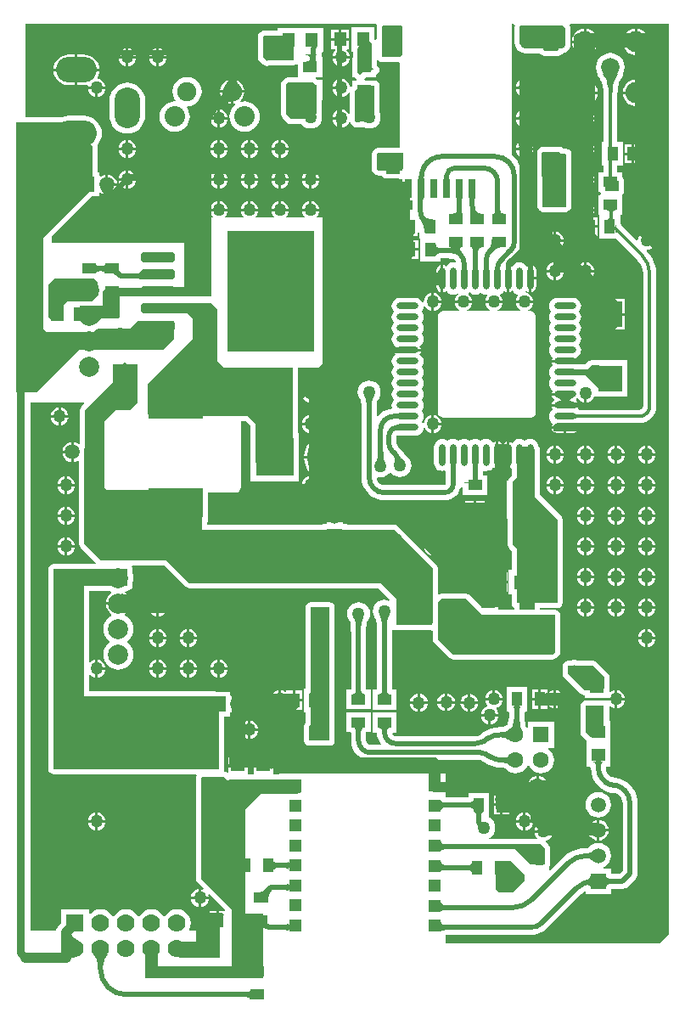
<source format=gtl>
G04*
G04 #@! TF.GenerationSoftware,Altium Limited,Altium Designer,20.1.12 (249)*
G04*
G04 Layer_Physical_Order=1*
G04 Layer_Color=255*
%FSTAX24Y24*%
%MOIN*%
G70*
G04*
G04 #@! TF.SameCoordinates,6AE243D0-3920-4146-A994-36ACE33FB78E*
G04*
G04*
G04 #@! TF.FilePolarity,Positive*
G04*
G01*
G75*
%ADD21R,0.0433X0.0550*%
G04:AMPARAMS|DCode=22|XSize=27.6mil|YSize=70.9mil|CornerRadius=1.4mil|HoleSize=0mil|Usage=FLASHONLY|Rotation=0.000|XOffset=0mil|YOffset=0mil|HoleType=Round|Shape=RoundedRectangle|*
%AMROUNDEDRECTD22*
21,1,0.0276,0.0681,0,0,0.0*
21,1,0.0248,0.0709,0,0,0.0*
1,1,0.0028,0.0124,-0.0341*
1,1,0.0028,-0.0124,-0.0341*
1,1,0.0028,-0.0124,0.0341*
1,1,0.0028,0.0124,0.0341*
%
%ADD22ROUNDEDRECTD22*%
G04:AMPARAMS|DCode=23|XSize=70.9mil|YSize=98.4mil|CornerRadius=3.5mil|HoleSize=0mil|Usage=FLASHONLY|Rotation=0.000|XOffset=0mil|YOffset=0mil|HoleType=Round|Shape=RoundedRectangle|*
%AMROUNDEDRECTD23*
21,1,0.0709,0.0913,0,0,0.0*
21,1,0.0638,0.0984,0,0,0.0*
1,1,0.0071,0.0319,-0.0457*
1,1,0.0071,-0.0319,-0.0457*
1,1,0.0071,-0.0319,0.0457*
1,1,0.0071,0.0319,0.0457*
%
%ADD23ROUNDEDRECTD23*%
G04:AMPARAMS|DCode=24|XSize=59.1mil|YSize=98.4mil|CornerRadius=3mil|HoleSize=0mil|Usage=FLASHONLY|Rotation=0.000|XOffset=0mil|YOffset=0mil|HoleType=Round|Shape=RoundedRectangle|*
%AMROUNDEDRECTD24*
21,1,0.0591,0.0925,0,0,0.0*
21,1,0.0531,0.0984,0,0,0.0*
1,1,0.0059,0.0266,-0.0463*
1,1,0.0059,-0.0266,-0.0463*
1,1,0.0059,-0.0266,0.0463*
1,1,0.0059,0.0266,0.0463*
%
%ADD24ROUNDEDRECTD24*%
G04:AMPARAMS|DCode=25|XSize=55.1mil|YSize=70.9mil|CornerRadius=2.8mil|HoleSize=0mil|Usage=FLASHONLY|Rotation=0.000|XOffset=0mil|YOffset=0mil|HoleType=Round|Shape=RoundedRectangle|*
%AMROUNDEDRECTD25*
21,1,0.0551,0.0654,0,0,0.0*
21,1,0.0496,0.0709,0,0,0.0*
1,1,0.0055,0.0248,-0.0327*
1,1,0.0055,-0.0248,-0.0327*
1,1,0.0055,-0.0248,0.0327*
1,1,0.0055,0.0248,0.0327*
%
%ADD25ROUNDEDRECTD25*%
%ADD26R,0.0550X0.0394*%
%ADD27R,0.0591X0.0512*%
%ADD28R,0.0550X0.0433*%
%ADD29R,0.0394X0.0550*%
%ADD30R,0.0500X0.0550*%
%ADD31R,0.0550X0.0500*%
%ADD32R,0.0315X0.0472*%
%ADD33R,0.1024X0.0945*%
%ADD34R,0.0945X0.1024*%
%ADD35O,0.0866X0.0236*%
%ADD36O,0.0236X0.0866*%
G04:AMPARAMS|DCode=37|XSize=39.4mil|YSize=133.9mil|CornerRadius=9.8mil|HoleSize=0mil|Usage=FLASHONLY|Rotation=90.000|XOffset=0mil|YOffset=0mil|HoleType=Round|Shape=RoundedRectangle|*
%AMROUNDEDRECTD37*
21,1,0.0394,0.1142,0,0,90.0*
21,1,0.0197,0.1339,0,0,90.0*
1,1,0.0197,0.0571,0.0098*
1,1,0.0197,0.0571,-0.0098*
1,1,0.0197,-0.0571,-0.0098*
1,1,0.0197,-0.0571,0.0098*
%
%ADD37ROUNDEDRECTD37*%
%ADD38R,0.2126X0.1181*%
%ADD62C,0.0800*%
%ADD81C,0.0120*%
%ADD82C,0.0197*%
%ADD83C,0.0197*%
%ADD84C,0.0394*%
%ADD85C,0.0315*%
%ADD86R,0.3399X0.4724*%
%ADD87C,0.0820*%
%ADD88C,0.0720*%
%ADD89C,0.0591*%
%ADD90R,0.0591X0.0591*%
%ADD91R,0.0591X0.0591*%
%ADD92C,0.0787*%
%ADD93R,0.0598X0.0598*%
%ADD94C,0.0598*%
%ADD95C,0.0750*%
%ADD96O,0.0650X0.0750*%
%ADD97C,0.0700*%
%ADD98R,0.0700X0.0700*%
%ADD99R,0.1500X0.1500*%
%ADD100C,0.1500*%
%ADD101R,0.0500X0.0500*%
%ADD102C,0.0630*%
%ADD103R,0.0630X0.0630*%
%ADD104O,0.1000X0.1600*%
%ADD105O,0.1600X0.1000*%
%ADD106C,0.0500*%
G36*
X153725Y046837D02*
X153714Y046826D01*
X153709Y046813D01*
Y046806D01*
Y0462D01*
Y04615D01*
X153747Y046058D01*
X153817Y045988D01*
X153909Y04595D01*
X155352D01*
X155416Y045976D01*
X155464Y046025D01*
X155491Y046089D01*
Y046123D01*
Y0467D01*
Y046728D01*
X155469Y046781D01*
X155429Y046821D01*
X155377Y046842D01*
X153738D01*
X153725Y046837D01*
D02*
G37*
G36*
X148313Y046842D02*
X148298Y046828D01*
X148291Y04681D01*
Y0468D01*
Y045637D01*
Y04563D01*
X148297Y045616D01*
X148307Y045606D01*
X148321Y0456D01*
X148971D01*
X149026Y045623D01*
X149068Y045665D01*
X149091Y04572D01*
Y04575D01*
Y0468D01*
Y04681D01*
X149083Y046828D01*
X149069Y046842D01*
X149051Y04685D01*
X148331D01*
X148313Y046842D01*
D02*
G37*
G36*
X147717Y046177D02*
X147391D01*
Y045588D01*
X147342D01*
X147342Y045551D01*
X147333Y045423D01*
X14733Y045409D01*
X147326Y045399D01*
X147322Y045393D01*
X147317Y045392D01*
X147391Y045391D01*
Y045225D01*
X147571Y045045D01*
X147641D01*
X147991Y0451D01*
X147891Y0452D01*
Y04615D01*
X147791Y04625D01*
X147717Y046177D01*
D02*
G37*
G36*
X1343Y043251D02*
X135735D01*
X135854Y043287D01*
X135991Y0433D01*
X136591D01*
X136727Y043287D01*
X136859Y043247D01*
X13698Y043182D01*
X137086Y043095D01*
X137173Y042989D01*
X137238Y042868D01*
X137278Y042737D01*
X137291Y0426D01*
X137278Y042463D01*
X137238Y042332D01*
X137173Y042211D01*
X13713Y042158D01*
X137142Y0421D01*
Y041092D01*
X137196D01*
Y040935D01*
X137245Y04091D01*
X137246Y04091D01*
X137292Y040945D01*
X137388Y040985D01*
X137441Y040992D01*
Y0406D01*
Y040419D01*
X137257D01*
X137283Y040384D01*
X137306Y040347D01*
X137326Y040308D01*
X137344Y040268D01*
X137359Y040227D01*
X137359Y040227D01*
X137292Y040255D01*
X137246Y04029D01*
X137196Y040265D01*
Y04015D01*
X136912D01*
X13687Y040108D01*
D01*
X136108Y039346D01*
D01*
X135341Y038579D01*
Y0383D01*
X135342Y038301D01*
X140541D01*
Y036575D01*
X138897Y036575D01*
X138882Y03659D01*
Y03655D01*
X13885D01*
Y036569D01*
X138839Y036555D01*
X138833Y03655D01*
X137466D01*
X137341Y036425D01*
X137341Y03585D01*
X136441D01*
X136441Y03535D01*
X137048D01*
X137073Y035159D01*
X137129Y035213D01*
X137185Y035262D01*
X137241Y035305D01*
X137298Y035342D01*
X137312Y03535D01*
X137365D01*
X137367Y035328D01*
Y03535D01*
X137941D01*
X137991Y0354D01*
Y0362D01*
X139297D01*
X139319Y036222D01*
X141591Y036222D01*
Y0393D01*
X141629D01*
X141645Y039347D01*
X141641Y03935D01*
X141591Y039416D01*
Y03955D01*
X142237D01*
X142232Y039509D01*
X142197Y039423D01*
X14214Y03935D01*
X142137Y039347D01*
X142153Y0393D01*
X142829D01*
X142845Y039347D01*
X142841Y03935D01*
X142785Y039423D01*
X14275Y039509D01*
X142744Y03955D01*
X143437D01*
X143432Y039509D01*
X143397Y039423D01*
X14334Y03935D01*
X143337Y039347D01*
X143353Y0393D01*
X144029D01*
X144045Y039347D01*
X144041Y03935D01*
X143985Y039423D01*
X14395Y039509D01*
X143944Y03955D01*
X144637D01*
X144632Y039509D01*
X144597Y039423D01*
X14454Y03935D01*
X144537Y039347D01*
X144553Y0393D01*
X145229D01*
X145245Y039347D01*
X145241Y03935D01*
X145185Y039423D01*
X14515Y039509D01*
X145144Y03955D01*
X145837D01*
X145832Y039509D01*
X145797Y039423D01*
X14574Y03935D01*
X145737Y039347D01*
X145753Y0393D01*
X145963D01*
Y033586D01*
X145777Y0334D01*
X144992D01*
Y032068D01*
X144991Y032067D01*
X144992Y032068D01*
Y030847D01*
X145027D01*
Y028953D01*
X143134D01*
Y02982D01*
X143132Y029823D01*
X143122Y0299D01*
Y030815D01*
X143121Y030835D01*
X143122Y030841D01*
X143121Y030846D01*
X143122Y030852D01*
Y031123D01*
X142945Y0313D01*
X142754D01*
Y028711D01*
X142739Y028635D01*
X142695Y02857D01*
X14263Y028526D01*
X142553Y028511D01*
X141451D01*
Y027333D01*
X141442D01*
Y027251D01*
X145949D01*
Y027267D01*
X146106D01*
X146131Y027317D01*
X146131Y027318D01*
X146118Y027334D01*
X146764D01*
X146751Y027318D01*
X146751Y027317D01*
X146776Y027267D01*
X146933D01*
Y027251D01*
X148781D01*
X148858Y027235D01*
X148923Y027192D01*
X150422Y025693D01*
X150466Y025628D01*
X150481Y025551D01*
Y024535D01*
X150531Y024508D01*
X150548Y024519D01*
X150625Y024535D01*
X151601D01*
X151678Y024519D01*
X151743Y024476D01*
X152052Y024167D01*
X152068Y024173D01*
X152241Y024D01*
X152848D01*
Y023901D01*
X153499D01*
Y023993D01*
X153449Y024027D01*
X153405Y024092D01*
X15339Y024169D01*
Y024518D01*
X153271D01*
Y025462D01*
X15339D01*
Y026217D01*
X153293Y026314D01*
X153249Y026379D01*
X153234Y026456D01*
Y027469D01*
X153191D01*
Y028977D01*
X15324D01*
X153249Y029021D01*
X153293Y029086D01*
X15339Y029183D01*
Y029437D01*
X153342Y029465D01*
X153341Y029465D01*
Y03005D01*
X153341Y03005D01*
X153319Y030128D01*
Y030222D01*
X153307Y030234D01*
Y030513D01*
X153342Y030506D01*
X153375Y030484D01*
X153415Y030459D01*
X153465Y030525D01*
X153531Y030576D01*
X153608Y030607D01*
X15369Y030618D01*
X153772Y030607D01*
X153849Y030576D01*
X153907Y030531D01*
X153964Y030576D01*
X154041Y030607D01*
X154123Y030618D01*
X154205Y030607D01*
X154282Y030576D01*
X154348Y030525D01*
X154398Y030459D01*
X15443Y030383D01*
X154436Y030337D01*
X154476Y030277D01*
X154492Y0302D01*
Y028433D01*
X155326Y027598D01*
X15537Y027533D01*
X155385Y027456D01*
Y024169D01*
X15537Y024092D01*
X155326Y024027D01*
X155261Y023983D01*
X155185Y023968D01*
X154483D01*
Y023901D01*
X155091D01*
X155168Y023885D01*
X155233Y023842D01*
X155276Y023777D01*
X155292Y0237D01*
Y02225D01*
X155276Y022173D01*
X155233Y022108D01*
X155133Y022008D01*
X155068Y021965D01*
X154991Y021949D01*
X151091D01*
X151014Y021965D01*
X150949Y022008D01*
X150349Y022608D01*
X150305Y022673D01*
X15029Y02275D01*
Y023067D01*
X150259Y023091D01*
X15024Y023099D01*
X148849Y023099D01*
X148772Y023115D01*
X14874Y023136D01*
X148708Y023125D01*
X148694Y023116D01*
X148689Y02311D01*
Y02079D01*
X14869Y020786D01*
X14869Y020778D01*
X148863D01*
Y020593D01*
X148865Y02058D01*
X148864Y020574D01*
X148865Y020568D01*
X148863Y020559D01*
Y01999D01*
X147919D01*
Y020559D01*
X147917Y020568D01*
X147918Y020574D01*
X147916Y02058D01*
X147919Y020593D01*
Y020778D01*
X148092D01*
X148092Y020786D01*
X148093Y02079D01*
Y023112D01*
X148092Y023118D01*
X148091Y023206D01*
X148085Y023355D01*
X148074Y023469D01*
X148067Y023508D01*
X148061Y023536D01*
X148056Y023549D01*
X148054Y023552D01*
X14805Y02356D01*
X148001Y023625D01*
X147956Y023733D01*
X14794Y02385D01*
X147956Y023967D01*
X148001Y024075D01*
X148072Y024169D01*
X148166Y02424D01*
X148274Y024285D01*
X148391Y024301D01*
X148508Y024285D01*
X148568Y02426D01*
X148596Y024303D01*
X14815Y024749D01*
X140741Y024749D01*
X140664Y024765D01*
X140599Y024808D01*
X139758Y025649D01*
X138488D01*
X138461Y025599D01*
X138476Y025577D01*
X138492Y0255D01*
Y025369D01*
X138523Y025266D01*
X138534Y02515D01*
X138523Y025034D01*
X138492Y024931D01*
Y02485D01*
X138476Y024773D01*
X138433Y024708D01*
X138368Y024665D01*
X138291Y024649D01*
X138257D01*
X138211Y024625D01*
X138209Y024621D01*
X138209Y024567D01*
X138293Y024502D01*
X138295Y0245D01*
X137791D01*
Y0242D01*
X137449D01*
X13746Y024279D01*
X13751Y024399D01*
X137589Y024502D01*
X137673Y024567D01*
X137672Y024621D01*
X13767Y024625D01*
X137625Y024649D01*
X136792D01*
Y021863D01*
X136839Y021847D01*
X136841Y02185D01*
X136914Y021906D01*
X137Y021941D01*
X137041Y021946D01*
Y0216D01*
Y021254D01*
X137Y021259D01*
X136914Y021294D01*
X136841Y02135D01*
X136839Y021353D01*
X136792Y021337D01*
Y020701D01*
X141741D01*
X141784Y020692D01*
X142339D01*
Y020535D01*
X142389Y02051D01*
X142391Y020511D01*
Y019889D01*
X142389Y01989D01*
X142339Y019865D01*
Y019708D01*
X142092D01*
Y0177D01*
X142088Y017684D01*
X142089Y017667D01*
X142083Y017652D01*
Y017551D01*
X142091D01*
X142168Y017535D01*
X142216Y017503D01*
X142262Y017524D01*
X142266Y017528D01*
Y017744D01*
X142291D01*
Y0177D01*
X142391D01*
Y01765D01*
X142502Y0177D01*
X142915D01*
Y017578D01*
X142917Y017629D01*
X142923Y017674D01*
X142929Y0177D01*
X143016D01*
Y017501D01*
X143016Y017477D01*
X143055Y017451D01*
X143227D01*
X143266Y017477D01*
X143266Y017501D01*
Y0177D01*
X143353D01*
X143359Y017674D01*
X143365Y017629D01*
X143367Y017578D01*
Y0177D01*
X143915D01*
Y017578D01*
X143917Y017601D01*
X143922Y01762D01*
X143932Y017638D01*
X143946Y017653D01*
X143964Y017666D01*
X143985Y017677D01*
X144011Y017685D01*
X144016Y017686D01*
Y017501D01*
X144016Y017477D01*
X144055Y017451D01*
X144251D01*
Y017465D01*
X144444D01*
Y017467D01*
X144629D01*
X144642Y01747D01*
X144648Y017468D01*
X144655Y017469D01*
X144663Y017467D01*
X145338D01*
Y017465D01*
X150126D01*
X150141Y01745D01*
Y017263D01*
X150132Y017261D01*
X150104Y017259D01*
X150141D01*
Y016878D01*
X150191Y016896D01*
Y016878D01*
X150205D01*
X150333Y01675D01*
X1508D01*
Y016549D01*
X150805Y016549D01*
X15081Y016548D01*
X151685D01*
X151689Y016549D01*
X151697Y016549D01*
Y016722D01*
X151882D01*
X151895Y016725D01*
X151901Y016723D01*
X151907Y016724D01*
X151916Y016722D01*
X152485D01*
Y016002D01*
X152486Y015997D01*
X152485Y015987D01*
X152487Y015976D01*
X152485Y015963D01*
Y015778D01*
X152485Y015778D01*
X152485D01*
X152513Y015742D01*
X152516Y01574D01*
X15261Y015669D01*
X152681Y015575D01*
X152726Y015467D01*
X152742Y01535D01*
X152726Y015233D01*
X152681Y015125D01*
X15261Y015031D01*
X152516Y01496D01*
X152488Y014948D01*
X152498Y014898D01*
X153426D01*
X153441Y014901D01*
X154378D01*
X154394Y014948D01*
X154391Y01495D01*
X154335Y015023D01*
X1543Y015109D01*
X154294Y01515D01*
X154591D01*
X154691Y01505D01*
X154958D01*
X154947Y015023D01*
X15489Y01495D01*
X154817Y014894D01*
X154732Y014859D01*
X154718Y014807D01*
X154833Y014692D01*
X154876Y014627D01*
X154892Y01455D01*
Y01394D01*
X154876Y013863D01*
X154845Y013817D01*
Y013696D01*
X154886Y013666D01*
X155387Y014168D01*
X155386Y014169D01*
X155541Y014301D01*
X155715Y014408D01*
X155904Y014486D01*
X156102Y014533D01*
X156257Y014545D01*
X156299Y014549D01*
X1563Y014549D01*
X156305Y014549D01*
X156354Y014552D01*
X156369Y014554D01*
X156382Y014557D01*
X156392Y01456D01*
X156399Y014563D01*
X156402Y014564D01*
X156402Y014564D01*
X156408Y014571D01*
X156412Y014574D01*
X156415Y014578D01*
X15642Y014582D01*
X156437Y014604D01*
X156541Y014683D01*
X156661Y014733D01*
X156791Y01475D01*
X15692Y014733D01*
X157041Y014683D01*
X157145Y014604D01*
X157224Y0145D01*
X157274Y01438D01*
X157291Y01425D01*
X157274Y014121D01*
X157224Y014D01*
X157145Y013896D01*
X157041Y013817D01*
X156991Y013796D01*
X157001Y013746D01*
X157069D01*
X157078Y013748D01*
X157084Y013748D01*
X157089Y013749D01*
X157102Y013746D01*
X157287D01*
Y013568D01*
X157289Y013558D01*
X15729Y013549D01*
X157296Y013549D01*
X1573Y013548D01*
X157618D01*
X157743Y013673D01*
Y016289D01*
X157744Y016294D01*
X157729Y016406D01*
X157696Y016486D01*
X157684Y016516D01*
X157612Y01661D01*
X157518Y016682D01*
X157469Y016702D01*
X157296Y016719D01*
X157194Y01675D01*
X157183Y016751D01*
X157166Y016758D01*
X157108Y016776D01*
X156935Y016868D01*
X156784Y016993D01*
X156659Y017144D01*
X156567Y017317D01*
X15651Y017505D01*
X156491Y0177D01*
X156491Y0177D01*
X156491Y017703D01*
X156443Y017753D01*
X156319D01*
Y017938D01*
X156316Y017951D01*
X156318Y017957D01*
X156317Y017963D01*
X156319Y017972D01*
Y018603D01*
X156319Y018647D01*
X156319Y018697D01*
Y018788D01*
X156149Y018958D01*
X156105Y019023D01*
X15609Y0191D01*
Y02015D01*
X156105Y020227D01*
X156149Y020292D01*
X156214Y020335D01*
X156291Y020351D01*
X156941D01*
X156948Y020349D01*
X156955Y02035D01*
X156979Y020344D01*
X157107D01*
X157113Y02035D01*
X157441D01*
Y020054D01*
X1574Y020059D01*
X157314Y020094D01*
X157263Y020134D01*
X157213Y020109D01*
Y019778D01*
X157215Y019771D01*
X157214Y019763D01*
X157215Y019754D01*
X157213Y019741D01*
Y019556D01*
X157259Y019547D01*
X157263D01*
Y019362D01*
X157265Y019349D01*
X157264Y019343D01*
X157265Y019337D01*
X157263Y019328D01*
Y018697D01*
X157263Y018653D01*
X157263Y018603D01*
Y017972D01*
X157265Y017963D01*
X157264Y017957D01*
X157265Y017951D01*
X157263Y017938D01*
Y017753D01*
X15709D01*
X15709Y017745D01*
X157089Y017741D01*
Y0177D01*
X157088Y017696D01*
X157101Y017596D01*
X157142Y017498D01*
X157206Y017415D01*
X157289Y017351D01*
X157329Y017335D01*
X157455Y017325D01*
X157615Y017286D01*
X157767Y017223D01*
X157907Y017137D01*
X158032Y01703D01*
X158139Y016905D01*
X158225Y016765D01*
X158288Y016613D01*
X158326Y016453D01*
X158339Y016289D01*
X158339D01*
Y01355D01*
X158329Y013473D01*
X158299Y013401D01*
X158251Y013339D01*
X157951Y013039D01*
X15789Y012992D01*
X157818Y012962D01*
X157741Y012952D01*
X1573D01*
X157296Y012951D01*
X15729Y012951D01*
X157289Y012942D01*
X157287Y012932D01*
Y012754D01*
X157102D01*
X157089Y012751D01*
X157084Y012752D01*
X157078Y012752D01*
X157069Y012754D01*
X156513D01*
X156504Y012752D01*
X156498Y012752D01*
X156493Y012751D01*
X15648Y012754D01*
X156295D01*
Y012829D01*
X156252Y012855D01*
X156214Y012835D01*
X156111Y01275D01*
X156109Y012747D01*
X154744Y011382D01*
X154744Y011382D01*
X154745Y011381D01*
X154616Y011275D01*
X154468Y011196D01*
X154308Y011147D01*
X154141Y011131D01*
Y011132D01*
X150808D01*
X150803Y011131D01*
X1508Y011131D01*
Y010796D01*
X159203D01*
X159563Y011156D01*
Y046896D01*
X155681D01*
X155659Y046846D01*
X155676Y046805D01*
X155692Y046728D01*
Y046089D01*
X155676Y046012D01*
X15565Y045948D01*
X155606Y045883D01*
X155558Y045834D01*
X155558Y045834D01*
X155493Y045791D01*
X155429Y045765D01*
X155392Y045757D01*
X15537Y045724D01*
X155295Y045674D01*
X155207Y045657D01*
X154675D01*
X154587Y045674D01*
X154512Y045724D01*
X154495Y045749D01*
X153909D01*
X153832Y045765D01*
X15374Y045803D01*
X153675Y045846D01*
X153605Y045916D01*
X153561Y045982D01*
X153523Y046073D01*
X153508Y04615D01*
Y046813D01*
X153508Y046813D01*
X153508Y046813D01*
X153514Y046846D01*
X153495Y046879D01*
X153473Y046896D01*
X153391D01*
Y041769D01*
X153482Y041691D01*
X153589Y041566D01*
X153675Y041426D01*
X153696Y041376D01*
Y038745D01*
Y038716D01*
X153707Y038659D01*
X153729Y038605D01*
X153762Y038557D01*
X153789Y03853D01*
Y038362D01*
X15379D01*
X153774Y038204D01*
X153728Y038052D01*
X153653Y037911D01*
X153583Y037826D01*
X153552Y037788D01*
X153551Y037789D01*
X153262Y0375D01*
X153265Y03749D01*
X153159D01*
X153155Y037288D01*
X153359D01*
X153358Y037291D01*
X153358Y037298D01*
X153356Y037341D01*
X153356Y037426D01*
X153375Y037413D01*
X153415Y037388D01*
X153465Y037454D01*
X153531Y037505D01*
X153608Y037536D01*
X15369Y037547D01*
X153772Y037536D01*
X153849Y037505D01*
X153915Y037454D01*
X153965Y037388D01*
X154006Y037413D01*
X154023Y037425D01*
X154015Y037281D01*
X154012Y037269D01*
X154009Y03726D01*
X154073D01*
Y036915D01*
Y036387D01*
X154038Y036394D01*
X154006Y036416D01*
X153965Y036441D01*
X153932Y036398D01*
X153954Y036345D01*
X153982Y036341D01*
X154067Y036306D01*
X15414Y03625D01*
X154197Y036177D01*
X154232Y036091D01*
X154237Y03605D01*
X153544D01*
X15355Y036091D01*
X153585Y036177D01*
X153633Y036239D01*
X153621Y036291D01*
X153608Y036293D01*
X153531Y036324D01*
X153465Y036375D01*
X153415Y036441D01*
X153375Y036416D01*
X153342Y036394D01*
X153307Y036387D01*
Y036915D01*
X153207D01*
Y036387D01*
X153172Y036394D01*
X153139Y036416D01*
X153099Y036441D01*
X153049Y036375D01*
X152983Y036324D01*
X152945Y036309D01*
X152938Y036252D01*
X15294Y03625D01*
X152997Y036177D01*
X153032Y036091D01*
X153037Y03605D01*
X152344D01*
X15235Y036091D01*
X152385Y036177D01*
X152431Y036237D01*
X15241Y036282D01*
X152408Y036284D01*
X152391Y036282D01*
X152309Y036293D01*
X152232Y036324D01*
X152174Y036369D01*
X152117Y036324D01*
X15204Y036293D01*
X151958Y036282D01*
X151876Y036293D01*
X151799Y036324D01*
X151744Y036366D01*
X151704Y03634D01*
X1517Y036285D01*
X151703Y036278D01*
X15174Y03625D01*
X151797Y036177D01*
X151832Y036091D01*
X151837Y03605D01*
X151144D01*
X15115Y036091D01*
X151185Y036177D01*
X151241Y03625D01*
X151279Y036279D01*
X151275Y036339D01*
X151275Y036339D01*
X151271Y036341D01*
X15125Y036324D01*
X151174Y036293D01*
X151092Y036282D01*
X151009Y036293D01*
X150933Y036324D01*
X150867Y036375D01*
X150817Y036441D01*
X150776Y036416D01*
X150744Y036394D01*
X150709Y036387D01*
Y036915D01*
Y037442D01*
X150744Y037435D01*
X150776Y037413D01*
X150817Y037388D01*
X150867Y037454D01*
X150933Y037505D01*
X151009Y037536D01*
X151092Y037547D01*
X151162Y037538D01*
X151188Y037562D01*
X151199Y03758D01*
X151181Y037623D01*
X15114Y037676D01*
X151121Y037681D01*
X151091Y037686D01*
X150999Y037695D01*
X150877Y0377D01*
X150805Y037701D01*
X150798Y037702D01*
X150786D01*
X150785Y037702D01*
X150784Y037702D01*
X150615D01*
X15061Y037701D01*
X150604Y037701D01*
Y037578D01*
X15042D01*
X150406Y037575D01*
X150398Y037577D01*
X15039Y037576D01*
X150383Y037578D01*
X149777D01*
Y038478D01*
X149765D01*
Y038649D01*
X149764Y038652D01*
X149764Y038661D01*
X149762Y03867D01*
X149761Y03871D01*
X149757Y038715D01*
X149707Y038697D01*
Y038575D01*
X14951D01*
X149511Y03858D01*
X149519Y038605D01*
X149528Y038627D01*
X149539Y038645D01*
X149553Y038658D01*
X149569Y038668D01*
X149586Y038674D01*
X149606Y038676D01*
X149441D01*
Y03895D01*
X149391D01*
Y039D01*
Y039784D01*
X149397Y039777D01*
X149432Y039691D01*
X149441Y039621D01*
X149491Y039623D01*
X149493Y039664D01*
Y039887D01*
X149492Y039893D01*
X149492Y039895D01*
X149492Y039896D01*
X149492Y039944D01*
X149478Y039963D01*
X149443Y039988D01*
X149391D01*
Y0406D01*
X149291Y0407D01*
X149095D01*
Y040785D01*
X149085Y040796D01*
X149D01*
Y040808D01*
X148968Y040834D01*
X148472D01*
X148385Y040851D01*
X148311Y040901D01*
X148278Y040949D01*
X148171D01*
X148094Y040965D01*
X148064Y040977D01*
X147918Y041123D01*
X147905Y041153D01*
X147905Y041153D01*
X147905Y041153D01*
X14789Y04123D01*
Y041776D01*
X147905Y041853D01*
X147919Y041887D01*
X147963Y041952D01*
X147989Y041978D01*
X147989Y041978D01*
X148054Y042021D01*
X148088Y042035D01*
X148164Y042051D01*
X149D01*
Y045356D01*
X148971Y045399D01*
X148321D01*
X148244Y045415D01*
X14823Y04542D01*
X148206Y045437D01*
X148165Y045464D01*
X148165Y045464D01*
X148155Y045474D01*
X148155Y045474D01*
X148155Y045474D01*
X148141Y045494D01*
X148092Y045479D01*
Y045283D01*
X148133Y045242D01*
X148146Y045222D01*
X148162Y045205D01*
X148168Y04519D01*
X148176Y045177D01*
X148181Y045153D01*
X148189Y045131D01*
X148189Y045115D01*
X148192Y0451D01*
X148187Y045077D01*
X148186Y045053D01*
X148179Y045039D01*
X148176Y045023D01*
X148163Y045003D01*
X148153Y044982D01*
X148141Y044971D01*
X148133Y044958D01*
X148113Y044945D01*
X148095Y044929D01*
X148081Y044923D01*
X148068Y044915D01*
X148063Y044914D01*
Y044802D01*
X147661D01*
X147651Y044789D01*
X147594Y044745D01*
X147594Y04474D01*
X147626Y044695D01*
X147992D01*
X14802Y04469D01*
X148063D01*
Y044681D01*
X148069Y04468D01*
X148134Y044636D01*
X148178Y044571D01*
X148193Y044494D01*
Y043447D01*
X148226Y043367D01*
X148242Y04325D01*
X148226Y043133D01*
X148181Y043025D01*
X14811Y042931D01*
X148016Y04286D01*
X147908Y042815D01*
X147791Y042799D01*
X147674Y042815D01*
X147604Y042844D01*
X147292D01*
X147215Y042859D01*
X14715Y042902D01*
X1471Y042952D01*
X147093Y042963D01*
X147084Y042971D01*
X147072Y042995D01*
X147057Y043018D01*
X147054Y04303D01*
X147054Y043031D01*
X147017Y043036D01*
X147001Y043034D01*
X146997Y043023D01*
X14694Y04295D01*
X146867Y042894D01*
X146782Y042859D01*
X146741Y042854D01*
Y0432D01*
Y043546D01*
X146782Y043541D01*
X146867Y043506D01*
X14694Y04345D01*
X146992Y043383D01*
X147015Y043385D01*
X147042Y043397D01*
Y044203D01*
X147015Y044215D01*
X146992Y044217D01*
X14694Y04415D01*
X146867Y044094D01*
X146782Y044059D01*
X146741Y044054D01*
Y0444D01*
Y044746D01*
X146782Y044741D01*
X146867Y044706D01*
X14694Y04465D01*
X146997Y044577D01*
X147032Y044491D01*
X147038Y044442D01*
X147086Y044429D01*
X147119Y04446D01*
Y04469D01*
X147288D01*
X147298Y04474D01*
X147292Y044742D01*
X14723Y044789D01*
X14722Y044802D01*
X147119D01*
Y045378D01*
X147116Y045392D01*
X147116Y045392D01*
X147116Y045392D01*
X147119Y045405D01*
Y04559D01*
X147142D01*
X147142Y04559D01*
X147143Y045596D01*
Y045828D01*
X147107D01*
Y046772D01*
X148001D01*
Y046324D01*
X148033Y046292D01*
X14804Y046281D01*
X14809Y046296D01*
Y04681D01*
X14809Y04681D01*
X14809Y04681D01*
X148097Y046846D01*
X148093Y046859D01*
X148056Y046896D01*
X1343D01*
Y043251D01*
D02*
G37*
G36*
X147292Y043044D02*
X147642D01*
X147242Y043094D01*
X147292Y043044D01*
D02*
G37*
G36*
X147242Y044294D02*
Y043094D01*
X147592D01*
X147642Y043044D01*
X147892D01*
X147992Y043144D01*
Y044494D01*
X147442D01*
X147242Y044294D01*
D02*
G37*
G36*
X133941Y03245D02*
X134738D01*
X136387Y0341D01*
X13969D01*
X140141Y03455D01*
Y03525D01*
X138725Y03525D01*
X138308Y034833D01*
Y034953D01*
X137915Y034972D01*
Y0348D01*
X137367D01*
Y034972D01*
X137365Y034964D01*
X13736Y034958D01*
X137352Y034952D01*
X13734Y034947D01*
X137325Y034943D01*
X137307Y03494D01*
X137286Y034937D01*
X137232Y034934D01*
X137201Y034933D01*
Y0348D01*
X135141D01*
X134991Y03495D01*
Y038512D01*
X136853Y040374D01*
X136877Y040367D01*
X136923Y040342D01*
X136966Y040306D01*
X136875Y040397D01*
X136941Y040462D01*
Y040894D01*
X136998D01*
X13696Y040896D01*
X136941Y0409D01*
Y0421D01*
X13683Y042211D01*
X136852Y042216D01*
X136921Y042227D01*
X136825Y042216D01*
X136091Y04295D01*
X136141Y04305D01*
X133941D01*
Y03245D01*
D02*
G37*
G36*
X148131Y041836D02*
X148105Y04181D01*
X148091Y041776D01*
Y041758D01*
Y04125D01*
Y04123D01*
X148106Y041193D01*
X148134Y041165D01*
X148171Y04115D01*
X149051D01*
X149069Y041158D01*
X149083Y041172D01*
X149091Y04119D01*
Y0412D01*
X149101D01*
X149119Y041208D01*
X149133Y041222D01*
X149141Y04124D01*
Y04125D01*
Y0418D01*
Y04181D01*
X149133Y041828D01*
X149119Y041842D01*
X149101Y04185D01*
X148164D01*
X148131Y041836D01*
D02*
G37*
G36*
X150736Y040918D02*
X150731Y040855D01*
X150727Y040839D01*
X150723Y040826D01*
X150719Y040814D01*
X150714Y040805D01*
X150708Y040799D01*
X150701Y040795D01*
X150968D01*
X150962Y040799D01*
X150956Y040805D01*
X15095Y040814D01*
X150946Y040826D01*
X150942Y040839D01*
X150939Y040855D01*
X150936Y040874D01*
X150933Y040918D01*
X150933Y040944D01*
X150736D01*
X150736Y040918D01*
D02*
G37*
G36*
X149742Y040883D02*
X149741Y040868D01*
X149739Y040854D01*
X149736Y040841D01*
X149732Y04083D01*
X149727Y04082D01*
X149722Y040811D01*
X149716Y040804D01*
X149709Y040799D01*
X149701Y040795D01*
X149968D01*
X149963Y040798D01*
X149958Y040803D01*
X149953Y040809D01*
X14995Y040817D01*
X149947Y040827D01*
X149944Y040838D01*
X149942Y040851D01*
X14994Y040866D01*
X149939Y0409D01*
X149742D01*
X149742Y040883D01*
D02*
G37*
G36*
X149699Y040093D02*
X149698Y040087D01*
X149697Y040078D01*
X149695Y040046D01*
X149692Y039893D01*
X149889D01*
X14989Y039926D01*
X149892Y039955D01*
X149896Y039982D01*
X149902Y040006D01*
X149909Y040028D01*
X149918Y040046D01*
X149928Y040063D01*
X14994Y040076D01*
X149953Y040086D01*
X149968Y040094D01*
X149701D01*
X149699Y040093D01*
D02*
G37*
G36*
X151208Y04009D02*
X151214Y040082D01*
X151219Y04007D01*
X151223Y040055D01*
X151227Y040037D01*
X151231Y040015D01*
X151235Y039961D01*
X151236Y039893D01*
X151433D01*
X151433Y039929D01*
X151442Y040037D01*
X151446Y040055D01*
X15145Y04007D01*
X151456Y040082D01*
X151462Y04009D01*
X151468Y040094D01*
X151201D01*
X151208Y04009D01*
D02*
G37*
G36*
X151708D02*
X151714Y040082D01*
X151719Y04007D01*
X151723Y040055D01*
X151727Y040037D01*
X151731Y040015D01*
X151735Y039961D01*
X151736Y039893D01*
X151933D01*
X151933Y039929D01*
X151942Y040037D01*
X151946Y040055D01*
X15195Y04007D01*
X151956Y040082D01*
X151962Y04009D01*
X151968Y040094D01*
X151701D01*
X151708Y04009D01*
D02*
G37*
G36*
X151753Y039623D02*
X151756Y039611D01*
X151759Y039597D01*
X151763Y039563D01*
X151766Y039522D01*
X151767Y039446D01*
X152315D01*
X152258Y039447D01*
X152206Y039453D01*
X152158Y039462D01*
X152116Y039474D01*
X152077Y03949D01*
X152043Y03951D01*
X152014Y039533D01*
X151989Y03956D01*
X151969Y03959D01*
X151954Y039624D01*
X15175Y039633D01*
X151753Y039623D01*
D02*
G37*
G36*
X152741Y039605D02*
X152737Y039572D01*
X152731Y039542D01*
X152722Y039517D01*
X152711Y039495D01*
X152697Y039477D01*
X152681Y039463D01*
X152662Y039454D01*
X152641Y039448D01*
X152617Y039446D01*
X153165D01*
X153122Y039448D01*
X153084Y039454D01*
X15305Y039463D01*
X15302Y039477D01*
X152996Y039495D01*
X152975Y039517D01*
X15296Y039542D01*
X152948Y039572D01*
X152942Y039605D01*
X152939Y039643D01*
X152742D01*
X152741Y039605D01*
D02*
G37*
G36*
X151233Y039605D02*
X151224Y039571D01*
X15121Y039542D01*
X151189Y039516D01*
X151162Y039494D01*
X15113Y039476D01*
X151091Y039463D01*
X151047Y039453D01*
X150997Y039447D01*
X150941Y039444D01*
X151465Y039446D01*
X151459Y039448D01*
X151453Y039454D01*
X151449Y039463D01*
X151444Y039477D01*
X151441Y039495D01*
X151438Y039517D01*
X151434Y039572D01*
X151433Y039643D01*
X151236D01*
X151233Y039605D01*
D02*
G37*
G36*
X149766Y039288D02*
X149803Y039229D01*
X149866Y039108D01*
X149892Y039047D01*
X149914Y038986D01*
X149931Y038925D01*
X149945Y038863D01*
X149955Y038801D01*
X149961Y038739D01*
X149963Y038676D01*
X150394Y039224D01*
X150326Y039225D01*
X150264Y03923D01*
X150206Y039239D01*
X150153Y03925D01*
X150105Y039265D01*
X150062Y039283D01*
X150023Y039304D01*
X14999Y039329D01*
X149961Y039357D01*
X149937Y039388D01*
X149766Y039288D01*
D02*
G37*
G36*
X152616Y038482D02*
X152605Y038365D01*
X152595Y038312D01*
X152582Y038263D01*
X152567Y038218D01*
X152549Y038177D01*
X152528Y03814D01*
X152504Y038106D01*
X152478Y038076D01*
X152695Y038015D01*
X152725Y038042D01*
X152759Y038065D01*
X152796Y038086D01*
X152837Y038104D01*
X152882Y03812D01*
X152931Y038132D01*
X152984Y038142D01*
X15304Y038149D01*
X153101Y038153D01*
X153165Y038154D01*
X152617Y038546D01*
X152616Y038482D01*
D02*
G37*
G36*
X151785Y038152D02*
X1518Y038146D01*
X151814Y038137D01*
X151826Y038123D01*
X151836Y038105D01*
X151845Y038084D01*
X151851Y038058D01*
X151856Y038028D01*
X151858Y037995D01*
X151859Y037958D01*
X152056D01*
X152059Y037995D01*
X152067Y038028D01*
X152079Y038058D01*
X152098Y038084D01*
X152121Y038105D01*
X152149Y038123D01*
X152183Y038137D01*
X152222Y038146D01*
X152266Y038152D01*
X152315Y038154D01*
X151767D01*
X151785Y038152D01*
D02*
G37*
G36*
X151139Y038262D02*
X151127Y038227D01*
X151107Y038197D01*
X151079Y038171D01*
X151054Y038155D01*
X150932Y038156D01*
X150972Y038154D01*
X151008Y038149D01*
X151031Y038143D01*
X151001Y038131D01*
X15095Y038117D01*
X15089Y038107D01*
X150824Y0381D01*
X150749Y038098D01*
X150806Y037902D01*
X150882Y037901D01*
X151013Y037896D01*
X151118Y037885D01*
X151161Y037878D01*
X151197Y037869D01*
X151227Y037859D01*
X15125Y037847D01*
X151267Y037835D01*
X151406Y037974D01*
X151393Y037989D01*
X151382Y038008D01*
X151372Y038031D01*
X151363Y038058D01*
X151356Y038089D01*
X151356Y038091D01*
X151359Y038099D01*
X151371Y038116D01*
X151384Y03813D01*
X151401Y03814D01*
X15142Y038148D01*
X151441Y038153D01*
X151465Y038154D01*
X151348Y038155D01*
X15134Y03825D01*
X151339Y0383D01*
X151142D01*
X151139Y038262D01*
D02*
G37*
G36*
X150406Y037776D02*
X150408Y0378D01*
X150414Y037821D01*
X150424Y03784D01*
X150438Y037856D01*
X150455Y03787D01*
X150477Y037882D01*
X150503Y03789D01*
X150532Y037897D01*
X150566Y0379D01*
X150603Y037902D01*
Y038098D01*
X150566Y038101D01*
X150532Y038107D01*
X150503Y038119D01*
X150477Y038135D01*
X150455Y038155D01*
X150438Y03818D01*
X150424Y038209D01*
X150414Y038243D01*
X150408Y038281D01*
X150406Y038324D01*
Y037776D01*
D02*
G37*
G36*
X151423Y037288D02*
X151627D01*
X151626Y037291D01*
X151626Y037296D01*
X151624Y037317D01*
X151623Y03745D01*
X151426D01*
X151423Y037288D01*
D02*
G37*
G36*
X152292Y037453D02*
X152283Y037281D01*
X15228Y037269D01*
X152277Y03726D01*
X152505D01*
X152502Y037269D01*
X152499Y037281D01*
X152497Y037296D01*
X152493Y037336D01*
X15249Y037419D01*
X152489Y03749D01*
X152292D01*
X152292Y037453D01*
D02*
G37*
G36*
X151859D02*
X151849Y037281D01*
X151847Y037269D01*
X151844Y03726D01*
X152072D01*
X152069Y037269D01*
X152066Y037281D01*
X152064Y037296D01*
X15206Y037336D01*
X152057Y037419D01*
X152056Y03749D01*
X151859D01*
X151859Y037453D01*
D02*
G37*
G36*
X152722Y037288D02*
X152938Y03726D01*
X152934Y037272D01*
X152933Y037285D01*
X152932Y037301D01*
X152934Y03732D01*
X152936Y037341D01*
X152941Y037364D01*
X152955Y037418D01*
X152975Y03748D01*
X152807Y037583D01*
X152722Y037288D01*
D02*
G37*
G36*
X137519Y037106D02*
X13755Y037127D01*
X137583Y037141D01*
X137619Y037147D01*
X137657Y037145D01*
X137697Y037135D01*
X13774Y037117D01*
X137786Y037091D01*
X137834Y037057D01*
X137884Y037015D01*
X137937Y036965D01*
X138104Y037076D01*
X138051Y037132D01*
X138006Y037185D01*
X13797Y037235D01*
X137943Y037281D01*
X137925Y037325D01*
X137915Y037365D01*
X137914Y037402D01*
X137922Y037436D01*
X137938Y037466D01*
X137963Y037494D01*
X137519Y037106D01*
D02*
G37*
G36*
X137415Y037477D02*
X137409Y037461D01*
X137399Y037446D01*
X137386Y037433D01*
X137368Y037423D01*
X137346Y037414D01*
X137321Y037407D01*
X137291Y037402D01*
X137258Y037399D01*
X137241Y037399D01*
X137224Y037399D01*
X137191Y037402D01*
X137161Y037407D01*
X137136Y037414D01*
X137114Y037423D01*
X137096Y037433D01*
X137082Y037446D01*
X137073Y037461D01*
X137067Y037477D01*
X137065Y037496D01*
Y037104D01*
X137067Y037123D01*
X137073Y037139D01*
X137082Y037154D01*
X137096Y037167D01*
X137114Y037177D01*
X137136Y037186D01*
X137161Y037193D01*
X137191Y037198D01*
X137224Y037201D01*
X137241Y037201D01*
X137258Y037201D01*
X137291Y037198D01*
X137321Y037193D01*
X137346Y037186D01*
X137368Y037177D01*
X137386Y037167D01*
X137399Y037154D01*
X137409Y037139D01*
X137415Y037123D01*
X137417Y037104D01*
Y037496D01*
X137415Y037477D01*
D02*
G37*
G36*
X138831Y037211D02*
X138811Y037188D01*
X13879Y037167D01*
X138769Y037149D01*
X138747Y037133D01*
X138724Y037121D01*
X1387Y037111D01*
X138676Y037104D01*
X13865Y0371D01*
X138624Y037098D01*
X138653Y036902D01*
X13869Y036901D01*
X138847Y036891D01*
X138862Y036887D01*
X138874Y036884D01*
X138882Y036879D01*
X13885Y037238D01*
X138831Y037211D01*
D02*
G37*
G36*
X135191Y03665D02*
Y035423D01*
X135291Y035323D01*
Y03525D01*
X135791D01*
Y035774D01*
X135812D01*
X135791Y035776D01*
Y03585D01*
X135941Y036D01*
X136891D01*
X137101Y03621D01*
X137141D01*
Y03675D01*
X136991Y0369D01*
X135441D01*
X135191Y03665D01*
D02*
G37*
G36*
X153792Y0303D02*
X153641D01*
X153591Y03025D01*
Y02964D01*
X153576D01*
X153579Y029631D01*
X153582Y029619D01*
X153584Y029604D01*
X153588Y029564D01*
X153591Y029485D01*
Y0291D01*
X153435Y028944D01*
Y026456D01*
X153591Y0263D01*
X153591Y024169D01*
X155185D01*
Y027456D01*
X154291Y02835D01*
Y0302D01*
X154191Y0303D01*
X154021D01*
Y030359D01*
X153998Y030307D01*
X153995Y0303D01*
X153819D01*
X153792Y030359D01*
Y0303D01*
D02*
G37*
G36*
X134491Y032046D02*
Y011296D01*
X1355D01*
X135507Y011353D01*
X135547Y011449D01*
X13561Y011531D01*
X135694Y011615D01*
Y012147D01*
X136788D01*
Y011986D01*
X136835Y011969D01*
X136851Y01199D01*
X136965Y012078D01*
X137098Y012133D01*
X137241Y012152D01*
X137384Y012133D01*
X137517Y012078D01*
X137631Y01199D01*
X137712Y011884D01*
X137741Y011879D01*
X137769Y011884D01*
X137851Y01199D01*
X137965Y012078D01*
X138098Y012133D01*
X138241Y012152D01*
X138384Y012133D01*
X138517Y012078D01*
X138631Y01199D01*
X138712Y011884D01*
X138741Y011879D01*
X138769Y011884D01*
X138851Y01199D01*
X138965Y012078D01*
X139098Y012133D01*
X139241Y012152D01*
X139384Y012133D01*
X139517Y012078D01*
X139631Y01199D01*
X139712Y011884D01*
X139741Y011879D01*
X139769Y011884D01*
X139851Y01199D01*
X139965Y012078D01*
X140098Y012133D01*
X140241Y012152D01*
X140384Y012133D01*
X140517Y012078D01*
X140631Y01199D01*
X140719Y011876D01*
X140774Y011743D01*
X140792Y0116D01*
X140774Y011457D01*
X140728Y011346D01*
X140756Y011296D01*
X140988D01*
Y010862D01*
X140238D01*
X140313Y01025D01*
X141938D01*
Y0115D01*
X141941D01*
X142091Y01195D01*
X142041Y012D01*
X141938D01*
Y012012D01*
X141897D01*
Y012075D01*
X142118D01*
X142138Y012125D01*
X141515Y012748D01*
X141473Y01272D01*
X141485Y01269D01*
X141491Y012648D01*
X141194D01*
Y012945D01*
X141236Y012939D01*
X141266Y012927D01*
X141294Y012969D01*
X141049Y013214D01*
X141005Y01328D01*
X14099Y013356D01*
X14099Y016878D01*
Y0173D01*
X141005Y017377D01*
X14102Y017399D01*
X140994Y017449D01*
X135391Y017449D01*
X135314Y017465D01*
X135249Y017508D01*
X135205Y017573D01*
X13519Y01765D01*
X13519Y0255D01*
X135205Y025577D01*
X135249Y025642D01*
X135314Y025685D01*
X135391Y025701D01*
X137044Y025701D01*
X137064Y025751D01*
X136457Y026358D01*
X136414Y026423D01*
X136398Y0265D01*
Y029743D01*
X136353Y029765D01*
X13634Y029755D01*
X136244Y029715D01*
X136191Y029708D01*
Y0301D01*
Y030492D01*
X136244Y030485D01*
X13634Y030445D01*
X13638Y030415D01*
X13643Y03044D01*
Y031739D01*
X136445Y031816D01*
X136489Y031881D01*
X136608Y032D01*
X136589Y032046D01*
X134491D01*
D02*
G37*
G36*
X139741Y03585D02*
X140041Y03555D01*
Y035544D01*
X140647D01*
X14086Y035331D01*
Y034539D01*
X139091Y032769D01*
Y0316D01*
X13919Y031501D01*
X143028D01*
X143341Y031189D01*
Y030846D01*
X143322D01*
X143332Y030649D01*
X143341Y030649D01*
Y0297D01*
X143491Y02955D01*
X143841Y0293D01*
X144591D01*
X144641Y02925D01*
X144791Y0294D01*
Y032113D01*
Y0323D01*
Y0334D01*
X142091D01*
X141841Y03365D01*
Y0357D01*
X141591Y03595D01*
X139741D01*
Y03585D01*
D02*
G37*
G36*
X138658Y033551D02*
X137741D01*
Y032849D01*
X13663Y031739D01*
Y030282D01*
X136599Y03025D01*
Y0265D01*
X137249Y02585D01*
X139841D01*
X140741Y02495D01*
X148233Y02495D01*
X148849Y024334D01*
X148849Y0233D01*
X150249Y0233D01*
X15028Y0234D01*
Y025551D01*
X148781Y02705D01*
X146736D01*
X146735Y027069D01*
Y02705D01*
X146147D01*
Y027069D01*
X146146Y02705D01*
X141241D01*
Y028D01*
X140741Y0286D01*
X137491D01*
X137399Y028692D01*
Y030575D01*
X137391Y030583D01*
Y031311D01*
X137832Y031752D01*
X138391D01*
X138691Y032052D01*
Y033558D01*
X138678Y033571D01*
X138658Y033551D01*
D02*
G37*
G36*
X148229Y023654D02*
X148242Y023626D01*
X148254Y023591D01*
X148264Y023547D01*
X148273Y023496D01*
X148285Y023369D01*
X148292Y023211D01*
X148292Y02312D01*
X148489D01*
X14849Y023211D01*
X148509Y023496D01*
X148518Y023547D01*
X148528Y023591D01*
X14854Y023626D01*
X148553Y023654D01*
X148568Y023673D01*
X148214D01*
X148229Y023654D01*
D02*
G37*
G36*
X150491Y0242D02*
Y02275D01*
X151091Y02215D01*
X154991D01*
X155091Y02225D01*
Y0237D01*
X152235D01*
X151601Y024334D01*
X150625D01*
X150491Y0242D01*
D02*
G37*
G36*
X148291Y020739D02*
X148285Y020706D01*
X148277Y020676D01*
X148264Y020651D01*
X148249Y020629D01*
X148229Y020611D01*
X148207Y020597D01*
X14818Y020588D01*
X14815Y020582D01*
X148117Y02058D01*
X148665D01*
X148631Y020582D01*
X148602Y020588D01*
X148575Y020597D01*
X148552Y020611D01*
X148533Y020629D01*
X148517Y020651D01*
X148505Y020676D01*
X148496Y020706D01*
X148491Y020739D01*
X148489Y020777D01*
X148292D01*
X148291Y020739D01*
D02*
G37*
G36*
X156291Y0191D02*
X156491Y0189D01*
X156991D01*
Y019349D01*
X157065D01*
X157031Y019351D01*
X157002Y019357D01*
X156991Y019361D01*
Y019752D01*
X157015Y019754D01*
X156991D01*
Y02D01*
X156941Y02015D01*
X156291D01*
Y0191D01*
D02*
G37*
G36*
X15655Y017949D02*
X15658Y017943D01*
X156607Y017933D01*
X156629Y01792D01*
X156649Y017902D01*
X156664Y01788D01*
X156677Y017855D01*
X156685Y017825D01*
X156691Y017792D01*
X156692Y017754D01*
X156889D01*
X156891Y017792D01*
X156896Y017825D01*
X156905Y017855D01*
X156917Y01788D01*
X156933Y017902D01*
X156952Y01792D01*
X156975Y017933D01*
X157002Y017943D01*
X157031Y017949D01*
X157065Y017951D01*
X156517D01*
X15655Y017949D01*
D02*
G37*
G36*
X135391Y01765D02*
X141791Y01765D01*
Y017717D01*
X141891Y0177D01*
Y0199D01*
X141928Y019904D01*
X141985Y019906D01*
X141891D01*
Y019908D01*
X142091Y020108D01*
X141941Y020258D01*
Y02045D01*
X141791D01*
X141741Y0205D01*
X136591D01*
Y0249D01*
X136641Y02485D01*
X138291D01*
X138291Y0255D01*
X135391Y0255D01*
X135391Y01765D01*
D02*
G37*
G36*
X141191Y0173D02*
Y016878D01*
D01*
X141191Y013356D01*
X142391Y012156D01*
X142391Y0099D01*
X139499Y0099D01*
X139499Y01075D01*
X138991Y01075D01*
X138991Y00945D01*
X143641Y00945D01*
X143641Y011443D01*
X143651Y011437D01*
X14368Y011416D01*
X143708Y011392D01*
X143737Y011365D01*
X14388Y0115D01*
X143868Y011511D01*
X143857Y011521D01*
X143847Y011528D01*
X143838Y011532D01*
X143831Y011534D01*
X143825Y011533D01*
X143821Y01153D01*
X143817Y011524D01*
X143815Y011515D01*
X143815Y011504D01*
X143641Y011505D01*
Y011975D01*
X142916Y011975D01*
X142941Y012D01*
Y016064D01*
X143571Y016694D01*
X144941D01*
X145141Y01675D01*
Y01715D01*
X145041Y01725D01*
X144642D01*
Y017269D01*
X144641Y01725D01*
X142291D01*
X142265Y017224D01*
X142217Y017224D01*
X142091Y01735D01*
X141241D01*
X141191Y0173D01*
D02*
G37*
G36*
X150601Y015971D02*
X150603Y016005D01*
X150609Y016036D01*
X150619Y016063D01*
X150633Y016087D01*
X150651Y016106D01*
X150672Y016123D01*
X150698Y016135D01*
X150727Y016144D01*
X150761Y01615D01*
X150798Y016152D01*
Y016348D01*
X150761Y01635D01*
X150727Y016353D01*
X150698Y016359D01*
X150672Y016368D01*
X150651Y016379D01*
X150633Y016392D01*
X150619Y016407D01*
X150609Y016425D01*
X150603Y016446D01*
X150601Y016469D01*
Y015971D01*
D02*
G37*
G36*
X151893Y01649D02*
X151887Y016461D01*
X151878Y016434D01*
X151864Y016412D01*
X151846Y016392D01*
X151824Y016376D01*
X151799Y016364D01*
X151769Y016355D01*
X151736Y01635D01*
X151698Y016348D01*
Y016152D01*
X151736Y01615D01*
X151769Y016145D01*
X151799Y016136D01*
X151824Y016124D01*
X151846Y016108D01*
X151864Y016088D01*
X151878Y016066D01*
X151887Y016039D01*
X151893Y01601D01*
X151895Y015976D01*
X151914Y015974D01*
X15193Y015968D01*
X151945Y015958D01*
X151957Y015945D01*
X151968Y015927D01*
X151977Y015905D01*
X151984Y01588D01*
X151989Y01585D01*
X151991Y015817D01*
X151992Y015779D01*
X152189D01*
X15219Y015817D01*
X152193Y01585D01*
X152198Y01588D01*
X152205Y015905D01*
X152214Y015927D01*
X152224Y015945D01*
X152237Y015958D01*
X152252Y015968D01*
X152268Y015974D01*
X152287Y015976D01*
X151895D01*
Y016524D01*
X151893Y01649D01*
D02*
G37*
G36*
X150601Y014401D02*
X150603Y01442D01*
X150609Y014437D01*
X150619Y014452D01*
X150633Y014465D01*
X150651Y014476D01*
X150672Y014486D01*
X150698Y014493D01*
X150727Y014498D01*
X150761Y014501D01*
X150798Y014502D01*
Y014698D01*
X150761Y0147D01*
X150727Y014706D01*
X150698Y014716D01*
X150672Y01473D01*
X150651Y014749D01*
X150633Y014771D01*
X150619Y014797D01*
X150609Y014827D01*
X150603Y014861D01*
X150601Y014899D01*
Y014401D01*
D02*
G37*
G36*
X156542Y01442D02*
X156524Y014405D01*
X156505Y014392D01*
X156483Y01438D01*
X156459Y01437D01*
X156433Y014363D01*
X156404Y014356D01*
X156373Y014352D01*
X15634Y014349D01*
X156305Y014348D01*
Y014152D01*
X15634Y014151D01*
X156373Y014148D01*
X156404Y014144D01*
X156433Y014137D01*
X156459Y01413D01*
X156483Y01412D01*
X156505Y014108D01*
X156524Y014095D01*
X156542Y01408D01*
X156557Y014063D01*
Y014437D01*
X156542Y01442D01*
D02*
G37*
G36*
X153441Y0146D02*
X154141Y0139D01*
X154334D01*
X154335Y013887D01*
X154343Y0139D01*
X154651D01*
X154691Y01394D01*
Y01455D01*
X154541Y0147D01*
X153441D01*
Y0146D01*
D02*
G37*
G36*
X14464Y01409D02*
X144634Y014065D01*
X144624Y014042D01*
X144611Y014023D01*
X144593Y014006D01*
X144571Y013992D01*
X144546Y013982D01*
X144516Y013974D01*
X144483Y01397D01*
X144445Y013968D01*
Y013772D01*
X144483Y01377D01*
X144516Y013766D01*
X144546Y013758D01*
X144571Y013748D01*
X144593Y013734D01*
X144611Y013717D01*
X144624Y013698D01*
X144634Y013675D01*
X14464Y01365D01*
X144642Y013621D01*
Y014119D01*
X14464Y01409D01*
D02*
G37*
G36*
X150601Y013611D02*
X150603Y013626D01*
X150609Y01364D01*
X150619Y013652D01*
X150633Y013663D01*
X150651Y013671D01*
X150672Y013679D01*
X150698Y013684D01*
X150727Y013688D01*
X150761Y013691D01*
X150798Y013692D01*
Y013888D01*
X150761Y013891D01*
X150727Y013897D01*
X150698Y013908D01*
X150672Y013924D01*
X150651Y013944D01*
X150633Y013968D01*
X150619Y013996D01*
X150609Y014029D01*
X150603Y014067D01*
X150601Y014109D01*
Y013611D01*
D02*
G37*
G36*
X144008Y013596D02*
X14401Y01363D01*
X144016Y013659D01*
X144026Y013686D01*
X14404Y013708D01*
X144057Y013728D01*
X144079Y013744D01*
X144105Y013756D01*
X144134Y013765D01*
X144168Y01377D01*
X144205Y013772D01*
Y013968D01*
X144168Y01397D01*
X144134Y013975D01*
X144105Y013984D01*
X144079Y013996D01*
X144057Y014012D01*
X14404Y014032D01*
X144026Y014054D01*
X144016Y014081D01*
X14401Y01411D01*
X144008Y014144D01*
Y013596D01*
D02*
G37*
G36*
X151843Y01403D02*
X151837Y014001D01*
X151828Y013974D01*
X151814Y013952D01*
X151796Y013932D01*
X151774Y013916D01*
X151749Y013904D01*
X151719Y013895D01*
X151686Y01389D01*
X151648Y013888D01*
Y013692D01*
X151686Y01369D01*
X151719Y013685D01*
X151749Y013676D01*
X151774Y013664D01*
X151796Y013648D01*
X151814Y013628D01*
X151828Y013606D01*
X151837Y013579D01*
X151843Y01355D01*
X151845Y013516D01*
Y014064D01*
X151843Y01403D01*
D02*
G37*
G36*
X156491Y013509D02*
X156485Y013474D01*
X156475Y013442D01*
X156462Y013412D01*
X156445Y013387D01*
X156423Y013364D01*
X156398Y013344D01*
X156369Y013328D01*
X156337Y013315D01*
X1563Y013305D01*
X156302Y013099D01*
X156338Y013105D01*
X156371Y013106D01*
X156399Y013103D01*
X156424Y013095D01*
X156445Y013083D01*
X156462Y013066D01*
X156476Y013044D01*
X156485Y013018D01*
X156491Y012987D01*
X156493Y012952D01*
Y013548D01*
X156491Y013509D01*
D02*
G37*
G36*
X157089Y012952D02*
X157091Y01299D01*
X157097Y013024D01*
X157107Y013054D01*
X15712Y01308D01*
X157138Y013102D01*
X15716Y01312D01*
X157185Y013134D01*
X157215Y013144D01*
X157248Y01315D01*
X157286Y013152D01*
Y013348D01*
X157248Y01335D01*
X157215Y013356D01*
X157185Y013366D01*
X15716Y01338D01*
X157138Y013398D01*
X15712Y01342D01*
X157107Y013446D01*
X157097Y013476D01*
X157091Y01351D01*
X157089Y013548D01*
Y012952D01*
D02*
G37*
G36*
X14464Y013277D02*
X144634Y013239D01*
X144624Y013206D01*
X144611Y013178D01*
X144593Y013154D01*
X144571Y013134D01*
X144546Y013118D01*
X144516Y013107D01*
X144483Y013101D01*
X144445Y013098D01*
Y012902D01*
X144483Y012901D01*
X144546Y012894D01*
X144571Y012889D01*
X144593Y012881D01*
X144611Y012873D01*
X144624Y012862D01*
X144634Y01285D01*
X14464Y012836D01*
X144642Y012821D01*
Y013319D01*
X14464Y013277D01*
D02*
G37*
G36*
X153137Y01405D02*
X152766D01*
Y012925D01*
X152891Y0128D01*
X153441D01*
X153891Y01325D01*
Y0135D01*
X153341Y01405D01*
X153137D01*
X153137Y014064D01*
Y01405D01*
D02*
G37*
G36*
X143707Y012908D02*
X143673Y012885D01*
X143636Y012864D01*
X143595Y012846D01*
X14355Y01283D01*
X143501Y012818D01*
X143448Y012808D01*
X143392Y012801D01*
X143331Y012797D01*
X143267Y012796D01*
X143815Y012404D01*
X143816Y012469D01*
X143827Y012585D01*
X143837Y012638D01*
X143849Y012687D01*
X143865Y012732D01*
X143883Y012773D01*
X143904Y01281D01*
X143927Y012844D01*
X143954Y012874D01*
X143737Y012935D01*
X143707Y012908D01*
D02*
G37*
G36*
X150601Y012041D02*
X150603Y012056D01*
X150609Y01207D01*
X150619Y012082D01*
X150633Y012093D01*
X150651Y012101D01*
X150672Y012109D01*
X150698Y012114D01*
X150727Y012118D01*
X150761Y012121D01*
X150798Y012122D01*
Y012318D01*
X150761Y012321D01*
X150727Y012327D01*
X150698Y012338D01*
X150672Y012354D01*
X150651Y012374D01*
X150633Y012398D01*
X150619Y012426D01*
X150609Y012459D01*
X150603Y012497D01*
X150601Y012539D01*
Y012041D01*
D02*
G37*
G36*
X14464Y011707D02*
X144634Y011669D01*
X144624Y011636D01*
X144611Y011608D01*
X144593Y011584D01*
X144571Y011564D01*
X144546Y011548D01*
X144516Y011537D01*
X144483Y011531D01*
X144445Y011528D01*
Y011332D01*
X144483Y011331D01*
X144546Y011324D01*
X144571Y011319D01*
X144593Y011311D01*
X144611Y011303D01*
X144624Y011292D01*
X144634Y01128D01*
X14464Y011266D01*
X144642Y011251D01*
Y011749D01*
X14464Y011707D01*
D02*
G37*
G36*
X150601Y011251D02*
X150603Y011266D01*
X150609Y01128D01*
X150619Y011292D01*
X150633Y011303D01*
X150651Y011311D01*
X150672Y011319D01*
X150698Y011324D01*
X150727Y011328D01*
X150761Y011331D01*
X150798Y011332D01*
Y011528D01*
X150761Y011531D01*
X150727Y011537D01*
X150698Y011548D01*
X150672Y011564D01*
X150651Y011584D01*
X150633Y011608D01*
X150619Y011636D01*
X150609Y011669D01*
X150603Y011707D01*
X150601Y011749D01*
Y011251D01*
D02*
G37*
G36*
X135896Y010659D02*
X135903Y010651D01*
X136381Y010921D01*
X136325Y010947D01*
X136276Y010975D01*
X136231Y011004D01*
X136193Y011035D01*
X136161Y011067D01*
X136135Y011101D01*
X136114Y011136D01*
X136099Y011173D01*
X136091Y011211D01*
X136088Y01125D01*
X135694D01*
X135896Y010659D01*
D02*
G37*
G36*
X135894Y010646D02*
X135694Y01025D01*
X136088D01*
X136089Y010252D01*
X136093Y010253D01*
X136193Y010252D01*
X136217Y010251D01*
X135903Y010651D01*
X135894Y010646D01*
D02*
G37*
G36*
X137002Y010335D02*
X137032Y010288D01*
X137058Y010238D01*
X13708Y010184D01*
X137099Y010128D01*
X137115Y010068D01*
X137127Y010006D01*
X137136Y00994D01*
X137141Y009872D01*
X137142Y0098D01*
X137339D01*
X137341Y009872D01*
X137355Y010006D01*
X137367Y010068D01*
X137383Y010128D01*
X137402Y010184D01*
X137424Y010238D01*
X13745Y010288D01*
X13748Y010335D01*
X137513Y010379D01*
X136969D01*
X137002Y010335D01*
D02*
G37*
G36*
X143115Y008977D02*
X143109Y008961D01*
X143099Y008946D01*
X143086Y008933D01*
X143068Y008923D01*
X143046Y008914D01*
X143021Y008907D01*
X142991Y008902D01*
X142958Y008899D01*
X14292Y008898D01*
Y008702D01*
X142958Y008701D01*
X142991Y008698D01*
X143021Y008693D01*
X143046Y008686D01*
X143068Y008677D01*
X143086Y008667D01*
X143099Y008654D01*
X143109Y008639D01*
X143115Y008623D01*
X143117Y008604D01*
Y008996D01*
X143115Y008977D01*
D02*
G37*
%LPC*%
G36*
X156311Y046708D02*
X156394Y046697D01*
X156518Y046645D01*
X156625Y046564D01*
X156635Y04655D01*
X156311D01*
Y046708D01*
D02*
G37*
G36*
X158211D02*
Y04655D01*
X157887D01*
X157897Y046564D01*
X158004Y046645D01*
X158128Y046697D01*
X158211Y046708D01*
D02*
G37*
G36*
X158311D02*
X158394Y046697D01*
X158518Y046645D01*
X158625Y046564D01*
X158635Y04655D01*
X158311D01*
Y046708D01*
D02*
G37*
G36*
X146304Y046675D02*
X146604D01*
Y04635D01*
X146304D01*
Y046675D01*
D02*
G37*
G36*
X146704D02*
X147004D01*
Y04635D01*
X146704D01*
Y046675D01*
D02*
G37*
G36*
X156211Y046708D02*
Y04655D01*
X155999D01*
X155926Y04652D01*
X155869Y046463D01*
X155839Y04639D01*
Y04635D01*
Y04625D01*
X155753D01*
X155764Y046333D01*
X155815Y046457D01*
X155897Y046564D01*
X156004Y046645D01*
X156128Y046697D01*
X156211Y046708D01*
D02*
G37*
G36*
X155753Y04615D02*
X155839D01*
Y045912D01*
X155815Y045943D01*
X155764Y046067D01*
X155753Y04615D01*
D02*
G37*
G36*
X138241Y045946D02*
Y045853D01*
X138213Y045893D01*
X138092Y045888D01*
X138114Y045906D01*
X1382Y045941D01*
X138241Y045946D01*
D02*
G37*
G36*
X156589Y046023D02*
X15674D01*
X156706Y045943D01*
X156625Y045836D01*
X156589Y045809D01*
Y046023D01*
D02*
G37*
G36*
X157782Y046023D02*
X158211Y046023D01*
Y045692D01*
X158128Y045703D01*
X158004Y045755D01*
X157897Y045836D01*
X157815Y045943D01*
X157782Y046023D01*
D02*
G37*
G36*
X138241Y045692D02*
Y04565D01*
X137996D01*
X138003Y045652D01*
X138061Y045668D01*
X138124Y04568D01*
X138193Y045689D01*
X138241Y045692D01*
D02*
G37*
G36*
X138341Y045946D02*
X138382Y045941D01*
X138467Y045906D01*
X13854Y04585D01*
X138597Y045777D01*
X138632Y045691D01*
X138637Y04565D01*
X138341D01*
Y045696D01*
X13835Y045696D01*
X138341Y045709D01*
Y045946D01*
D02*
G37*
G36*
X139441D02*
Y04565D01*
X139144D01*
X13915Y045691D01*
X139185Y045777D01*
X139241Y04585D01*
X139314Y045906D01*
X139399Y045941D01*
X139441Y045946D01*
D02*
G37*
G36*
X139541D02*
X139582Y045941D01*
X139667Y045906D01*
X13974Y04585D01*
X139797Y045777D01*
X139832Y045691D01*
X139837Y04565D01*
X139541D01*
Y045946D01*
D02*
G37*
G36*
X146304Y04625D02*
X147004D01*
Y045925D01*
X146924D01*
X146907Y045875D01*
X14694Y04585D01*
X146997Y045777D01*
X147032Y045691D01*
X147037Y04565D01*
X146344D01*
X14635Y045691D01*
X146385Y045777D01*
X146441Y04585D01*
X146474Y045875D01*
X146457Y045925D01*
X146304D01*
Y04625D01*
D02*
G37*
G36*
X136341Y045703D02*
X136591D01*
X136708Y045691D01*
X136822Y045657D01*
X136926Y045601D01*
X137015Y045528D01*
X137016Y045522D01*
X137018Y045525D01*
X137092Y045435D01*
X137148Y045331D01*
X137182Y045218D01*
X137189Y04515D01*
X136341D01*
Y045703D01*
D02*
G37*
G36*
X137944Y04555D02*
X138241D01*
Y045254D01*
X1382Y045259D01*
X138114Y045294D01*
X138041Y04535D01*
X137985Y045423D01*
X13795Y045509D01*
X137944Y04555D01*
D02*
G37*
G36*
X138341D02*
X138637D01*
X138632Y045509D01*
X138597Y045423D01*
X13854Y04535D01*
X138467Y045294D01*
X138382Y045259D01*
X138341Y045254D01*
Y04555D01*
D02*
G37*
G36*
X139144D02*
X139441D01*
Y045254D01*
X139399Y045259D01*
X139314Y045294D01*
X139241Y04535D01*
X139185Y045423D01*
X13915Y045509D01*
X139144Y04555D01*
D02*
G37*
G36*
X139541D02*
X139837D01*
X139832Y045509D01*
X139797Y045423D01*
X13974Y04535D01*
X139667Y045294D01*
X139582Y045259D01*
X139541Y045254D01*
Y04555D01*
D02*
G37*
G36*
X146344D02*
X146641D01*
Y045254D01*
X1466Y045259D01*
X146514Y045294D01*
X146441Y04535D01*
X146385Y045423D01*
X14635Y045509D01*
X146344Y04555D01*
D02*
G37*
G36*
X146741D02*
X147037D01*
X147032Y045509D01*
X146997Y045423D01*
X14694Y04535D01*
X146867Y045294D01*
X146782Y045259D01*
X146741Y045254D01*
Y04555D01*
D02*
G37*
G36*
X145088Y046747D02*
X145138Y046747D01*
X145988D01*
Y045803D01*
X145967D01*
X145963Y045801D01*
X14593Y045758D01*
X145931Y045753D01*
X145938Y045735D01*
X145937Y045719D01*
X14594Y045703D01*
X145936Y04568D01*
X145935Y045661D01*
X145936Y045657D01*
X145947Y045611D01*
X145947D01*
Y045427D01*
X14595Y045413D01*
X145947Y0454D01*
Y045396D01*
X145948Y045385D01*
X145947Y045383D01*
Y044824D01*
X145705D01*
X14569Y044774D01*
X145733Y044745D01*
X145766Y044711D01*
X145947D01*
Y043924D01*
X145942D01*
Y043428D01*
X145927Y043357D01*
X145942Y04325D01*
X145926Y043133D01*
X145881Y043025D01*
X14581Y042931D01*
X145716Y04286D01*
X145608Y042815D01*
X145491Y042799D01*
X145374Y042815D01*
X145266Y04286D01*
X145172Y042931D01*
X145137Y042977D01*
X14471D01*
X144633Y042993D01*
X144568Y043036D01*
X144399Y043205D01*
X144355Y04327D01*
X14434Y043347D01*
Y044553D01*
X144355Y04463D01*
X144399Y044695D01*
X144449Y044745D01*
X144514Y044789D01*
X144591Y044804D01*
X144962D01*
X145003Y044824D01*
X145003Y044854D01*
Y045324D01*
X144975Y045337D01*
X144953Y045343D01*
X144893Y045302D01*
X144816Y045287D01*
X143876D01*
X143843Y045265D01*
X143766Y045249D01*
X143689Y045265D01*
X143624Y045308D01*
X143474Y045458D01*
X14343Y045523D01*
X143415Y0456D01*
Y0464D01*
X14343Y046477D01*
X143474Y046542D01*
X143524Y046592D01*
X143589Y046635D01*
X143666Y046651D01*
X144194D01*
Y046747D01*
X145088D01*
Y046747D01*
D02*
G37*
G36*
X135991Y045703D02*
X136241D01*
Y04515D01*
X135393D01*
X1354Y045218D01*
X135434Y045331D01*
X13549Y045435D01*
X135565Y045526D01*
X135656Y045601D01*
X13576Y045657D01*
X135873Y045691D01*
X135991Y045703D01*
D02*
G37*
G36*
X135393Y04505D02*
X136241D01*
Y044497D01*
X135991D01*
X135873Y044509D01*
X13576Y044543D01*
X135656Y044599D01*
X135565Y044674D01*
X13549Y044765D01*
X135434Y044869D01*
X1354Y044982D01*
X135393Y04505D01*
D02*
G37*
G36*
X136341D02*
X137189D01*
X137182Y044982D01*
X137148Y044869D01*
X137111Y044801D01*
X137139Y044747D01*
X137182Y044741D01*
X137267Y044706D01*
X13734Y04465D01*
X137397Y044577D01*
X137432Y044491D01*
X137437Y04445D01*
X136744D01*
X136747Y044468D01*
X136712Y044505D01*
X136711Y044505D01*
X136704Y044508D01*
X136591Y044497D01*
X136341D01*
Y04505D01*
D02*
G37*
G36*
X146641Y044746D02*
Y04445D01*
X146344D01*
X14635Y044491D01*
X146385Y044577D01*
X146441Y04465D01*
X146514Y044706D01*
X1466Y044741D01*
X146641Y044746D01*
D02*
G37*
G36*
X153693Y04469D02*
X153695Y04445D01*
X153544D01*
X15355Y044491D01*
X153585Y044577D01*
X153641Y04465D01*
X153693Y04469D01*
D02*
G37*
G36*
X142245Y044695D02*
X142243Y04469D01*
X142217Y044636D01*
X142188Y044584D01*
X142154Y044532D01*
X142117Y044481D01*
X142363D01*
Y0443D01*
X14194D01*
X14195Y044374D01*
X141998Y04449D01*
X142074Y044589D01*
X142173Y044665D01*
X142245Y044695D01*
D02*
G37*
G36*
X14258D02*
X142652Y044665D01*
X142751Y044589D01*
X142827Y04449D01*
X142875Y044374D01*
X142885Y0443D01*
X142463D01*
Y044481D01*
X142708D01*
X142671Y044532D01*
X142637Y044584D01*
X142608Y044636D01*
X142582Y04469D01*
X14258Y044695D01*
D02*
G37*
G36*
X158211Y044708D02*
Y04425D01*
X157753D01*
X157764Y044333D01*
X157815Y044457D01*
X157897Y044564D01*
X158004Y044645D01*
X158128Y044697D01*
X158211Y044708D01*
D02*
G37*
G36*
X156589Y044591D02*
X156625Y044564D01*
X156706Y044457D01*
X156758Y044333D01*
X156769Y04425D01*
X156589D01*
Y044591D01*
D02*
G37*
G36*
X153544Y04435D02*
X153696D01*
X153698Y044107D01*
X153641Y04415D01*
X153585Y044223D01*
X15355Y044309D01*
X153544Y04435D01*
D02*
G37*
G36*
X14194Y0442D02*
X142027D01*
X142017Y044161D01*
X141997Y044101D01*
X141978Y044059D01*
X14195Y044126D01*
X14194Y0442D01*
D02*
G37*
G36*
X136744Y04435D02*
X137041D01*
Y044054D01*
X137Y044059D01*
X136914Y044094D01*
X136841Y04415D01*
X136785Y044223D01*
X13675Y044309D01*
X136744Y04435D01*
D02*
G37*
G36*
X137141D02*
X137437D01*
X137432Y044309D01*
X137397Y044223D01*
X13734Y04415D01*
X137267Y044094D01*
X137182Y044059D01*
X137141Y044054D01*
Y04435D01*
D02*
G37*
G36*
X146344D02*
X146641D01*
Y044054D01*
X1466Y044059D01*
X146514Y044094D01*
X146441Y04415D01*
X146385Y044223D01*
X14635Y044309D01*
X146344Y04435D01*
D02*
G37*
G36*
X142115Y0442D02*
X142363D01*
Y043952D01*
X142115Y0442D01*
D02*
G37*
G36*
X142463D02*
X142885D01*
X142875Y044126D01*
X142827Y04401D01*
X142751Y043911D01*
X142717Y043885D01*
X14274Y04384D01*
X142788Y043854D01*
X142905Y043865D01*
X143022Y043854D01*
X143134Y04382D01*
X143238Y043764D01*
X143329Y04369D01*
X143403Y043599D01*
X143459Y043495D01*
X143493Y043383D01*
X143504Y043266D01*
X143493Y043149D01*
X143459Y043036D01*
X143403Y042933D01*
X143329Y042842D01*
X143238Y042767D01*
X143134Y042712D01*
X143022Y042678D01*
X142905Y042666D01*
X142788Y042678D01*
X142675Y042712D01*
X142571Y042767D01*
X142481Y042842D01*
X142406Y042933D01*
X142351Y043036D01*
X142316Y043149D01*
X142305Y043266D01*
X142316Y043383D01*
X142351Y043495D01*
X142406Y043599D01*
X142481Y04369D01*
X142538Y043737D01*
X142517Y043785D01*
X142463Y043777D01*
Y0442D01*
D02*
G37*
G36*
X156589Y04415D02*
X156769D01*
X156758Y044067D01*
X156706Y043943D01*
X156625Y043836D01*
X156589Y043809D01*
Y04415D01*
D02*
G37*
G36*
X142363Y043864D02*
Y043777D01*
X142289Y043787D01*
X142221Y043815D01*
X142264Y043834D01*
X142323Y043855D01*
X142363Y043864D01*
D02*
G37*
G36*
X157753Y04415D02*
X158211D01*
Y043692D01*
X158128Y043703D01*
X158004Y043755D01*
X157897Y043836D01*
X157815Y043943D01*
X157764Y044067D01*
X157753Y04415D01*
D02*
G37*
G36*
X141841Y043538D02*
Y04325D01*
X141544D01*
X14155Y043291D01*
X141585Y043377D01*
X141641Y04345D01*
X141714Y043506D01*
X141774Y043531D01*
X141803Y043502D01*
X141841Y043538D01*
D02*
G37*
G36*
X141941Y043546D02*
X141982Y043541D01*
X142067Y043506D01*
X14214Y04345D01*
X142197Y043377D01*
X142232Y043291D01*
X142237Y04325D01*
X141941D01*
Y043546D01*
D02*
G37*
G36*
X146641D02*
Y04325D01*
X146344D01*
X14635Y043291D01*
X146385Y043377D01*
X146441Y04345D01*
X146514Y043506D01*
X1466Y043541D01*
X146641Y043546D01*
D02*
G37*
G36*
X153703Y043497D02*
X153706Y04325D01*
X153544D01*
X15355Y043291D01*
X153585Y043377D01*
X153641Y04345D01*
X153703Y043497D01*
D02*
G37*
G36*
X156589Y043386D02*
X156597Y043377D01*
X156632Y043291D01*
X156637Y04325D01*
X156589D01*
Y043386D01*
D02*
G37*
G36*
X156589Y04315D02*
X156637D01*
X156632Y043109D01*
X156597Y043023D01*
X156589Y043014D01*
Y04315D01*
D02*
G37*
G36*
X153544D02*
X153706D01*
X153709Y042899D01*
X153641Y04295D01*
X153585Y043023D01*
X15355Y043109D01*
X153544Y04315D01*
D02*
G37*
G36*
X141544D02*
X141841D01*
Y042854D01*
X141799Y042859D01*
X141714Y042894D01*
X141641Y04295D01*
X141585Y043023D01*
X14155Y043109D01*
X141544Y04315D01*
D02*
G37*
G36*
X141941D02*
X142237D01*
X142232Y043109D01*
X142197Y043023D01*
X14214Y04295D01*
X142067Y042894D01*
X141982Y042859D01*
X141941Y042854D01*
Y04315D01*
D02*
G37*
G36*
X146344D02*
X146641D01*
Y042854D01*
X1466Y042859D01*
X146514Y042894D01*
X146441Y04295D01*
X146385Y043023D01*
X14635Y043109D01*
X146344Y04315D01*
D02*
G37*
G36*
X140641Y044827D02*
X14079Y044807D01*
X140929Y04475D01*
X141049Y044658D01*
X14114Y044538D01*
X141198Y044399D01*
X141218Y04425D01*
X141198Y044101D01*
X14114Y043962D01*
X141049Y043842D01*
X140929Y04375D01*
X14079Y043693D01*
X14065Y043674D01*
X140621Y043631D01*
X140647Y043599D01*
X140703Y043495D01*
X140737Y043383D01*
X140748Y043266D01*
X140737Y043149D01*
X140703Y043036D01*
X140647Y042933D01*
X140573Y042842D01*
X140482Y042767D01*
X140378Y042712D01*
X140266Y042678D01*
X140149Y042666D01*
X140032Y042678D01*
X139919Y042712D01*
X139816Y042767D01*
X139725Y042842D01*
X13965Y042933D01*
X139595Y043036D01*
X139561Y043149D01*
X139549Y043266D01*
X139561Y043383D01*
X139595Y043495D01*
X13965Y043599D01*
X139725Y04369D01*
X139816Y043764D01*
X139919Y04382D01*
X140032Y043854D01*
X140149Y043865D01*
X140158Y043865D01*
X140182Y043908D01*
X140141Y043962D01*
X140084Y044101D01*
X140064Y04425D01*
X140084Y044399D01*
X140141Y044538D01*
X140233Y044658D01*
X140352Y04475D01*
X140492Y044807D01*
X140641Y044827D01*
D02*
G37*
G36*
X138291Y0446D02*
X138427Y044587D01*
X138559Y044547D01*
X13868Y044482D01*
X138786Y044395D01*
X138873Y044289D01*
X138938Y044168D01*
X138978Y044037D01*
X138991Y0439D01*
Y0433D01*
X138978Y043163D01*
X138938Y043032D01*
X138873Y042911D01*
X138786Y042805D01*
X13868Y042718D01*
X138559Y042653D01*
X138427Y042613D01*
X138291Y0426D01*
X138154Y042613D01*
X138023Y042653D01*
X137902Y042718D01*
X137796Y042805D01*
X137709Y042911D01*
X137644Y043032D01*
X137604Y043163D01*
X137591Y0433D01*
Y0439D01*
X137604Y044037D01*
X137644Y044168D01*
X137709Y044289D01*
X137796Y044395D01*
X137902Y044482D01*
X138023Y044547D01*
X138154Y044587D01*
X138291Y0446D01*
D02*
G37*
G36*
X138241Y042346D02*
Y04205D01*
X137944D01*
X13795Y042091D01*
X137985Y042177D01*
X138041Y04225D01*
X138114Y042306D01*
X1382Y042341D01*
X138241Y042346D01*
D02*
G37*
G36*
X138341D02*
X138382Y042341D01*
X138467Y042306D01*
X13854Y04225D01*
X138597Y042177D01*
X138632Y042091D01*
X138637Y04205D01*
X138341D01*
Y042346D01*
D02*
G37*
G36*
X141841D02*
Y04205D01*
X141544D01*
X14155Y042091D01*
X141585Y042177D01*
X141641Y04225D01*
X141714Y042306D01*
X141799Y042341D01*
X141841Y042346D01*
D02*
G37*
G36*
X141941D02*
X141982Y042341D01*
X142067Y042306D01*
X14214Y04225D01*
X142197Y042177D01*
X142232Y042091D01*
X142237Y04205D01*
X141941D01*
Y042346D01*
D02*
G37*
G36*
X143041D02*
Y04205D01*
X142744D01*
X14275Y042091D01*
X142785Y042177D01*
X142841Y04225D01*
X142914Y042306D01*
X142999Y042341D01*
X143041Y042346D01*
D02*
G37*
G36*
X143141D02*
X143182Y042341D01*
X143267Y042306D01*
X14334Y04225D01*
X143397Y042177D01*
X143432Y042091D01*
X143437Y04205D01*
X143141D01*
Y042346D01*
D02*
G37*
G36*
X144241D02*
Y04205D01*
X143944D01*
X14395Y042091D01*
X143985Y042177D01*
X144041Y04225D01*
X144114Y042306D01*
X144199Y042341D01*
X144241Y042346D01*
D02*
G37*
G36*
X144341D02*
X144382Y042341D01*
X144467Y042306D01*
X14454Y04225D01*
X144597Y042177D01*
X144632Y042091D01*
X144637Y04205D01*
X144341D01*
Y042346D01*
D02*
G37*
G36*
X153696Y042291D02*
Y042252D01*
Y04205D01*
X153544D01*
X15355Y042091D01*
X153585Y042177D01*
X153641Y04225D01*
X153696Y042291D01*
D02*
G37*
G36*
X154182Y042062D02*
X154236D01*
X154237Y04205D01*
X154182D01*
Y042062D01*
D02*
G37*
G36*
X156589Y042186D02*
X156597Y042177D01*
X156632Y042091D01*
X156637Y04205D01*
X156589D01*
Y042186D01*
D02*
G37*
G36*
X157818Y042186D02*
X158085D01*
Y041861D01*
X157818D01*
Y042186D01*
D02*
G37*
G36*
X156589Y04195D02*
X156637D01*
X156632Y041909D01*
X156597Y041823D01*
X156589Y041814D01*
Y04195D01*
D02*
G37*
G36*
X154182D02*
X154237D01*
X154232Y041909D01*
X154197Y041823D01*
X154182Y041805D01*
Y04195D01*
D02*
G37*
G36*
X153544D02*
X153696D01*
Y041709D01*
X153641Y04175D01*
X153585Y041823D01*
X15355Y041909D01*
X153544Y04195D01*
D02*
G37*
G36*
X137944D02*
X138241D01*
Y041654D01*
X1382Y041659D01*
X138114Y041694D01*
X138041Y04175D01*
X137985Y041823D01*
X13795Y041909D01*
X137944Y04195D01*
D02*
G37*
G36*
X138341D02*
X138637D01*
X138632Y041909D01*
X138597Y041823D01*
X13854Y04175D01*
X138467Y041694D01*
X138382Y041659D01*
X138341Y041654D01*
Y04195D01*
D02*
G37*
G36*
X141544D02*
X141841D01*
Y041654D01*
X141799Y041659D01*
X141714Y041694D01*
X141641Y04175D01*
X141585Y041823D01*
X14155Y041909D01*
X141544Y04195D01*
D02*
G37*
G36*
X141941D02*
X142237D01*
X142232Y041909D01*
X142197Y041823D01*
X14214Y04175D01*
X142067Y041694D01*
X141982Y041659D01*
X141941Y041654D01*
Y04195D01*
D02*
G37*
G36*
X142744D02*
X143041D01*
Y041654D01*
X142999Y041659D01*
X142914Y041694D01*
X142841Y04175D01*
X142785Y041823D01*
X14275Y041909D01*
X142744Y04195D01*
D02*
G37*
G36*
X143141D02*
X143437D01*
X143432Y041909D01*
X143397Y041823D01*
X14334Y04175D01*
X143267Y041694D01*
X143182Y041659D01*
X143141Y041654D01*
Y04195D01*
D02*
G37*
G36*
X143944D02*
X144241D01*
Y041654D01*
X144199Y041659D01*
X144114Y041694D01*
X144041Y04175D01*
X143985Y041823D01*
X14395Y041909D01*
X143944Y04195D01*
D02*
G37*
G36*
X144341D02*
X144637D01*
X144632Y041909D01*
X144597Y041823D01*
X14454Y04175D01*
X144467Y041694D01*
X144382Y041659D01*
X144341Y041654D01*
Y04195D01*
D02*
G37*
G36*
X157818Y041761D02*
X158085D01*
Y041436D01*
X157818D01*
Y041761D01*
D02*
G37*
G36*
X158185Y042186D02*
X158239D01*
X158239Y041436D01*
X158185D01*
Y041811D01*
Y042186D01*
D02*
G37*
G36*
X145541Y041146D02*
X145554Y041145D01*
X145541Y041092D01*
Y041146D01*
D02*
G37*
G36*
X138241D02*
Y04085D01*
X137944D01*
X13795Y040891D01*
X137985Y040977D01*
X138041Y04105D01*
X138114Y041106D01*
X1382Y041141D01*
X138241Y041146D01*
D02*
G37*
G36*
X138341D02*
X138382Y041141D01*
X138467Y041106D01*
X13854Y04105D01*
X138597Y040977D01*
X138632Y040891D01*
X138637Y04085D01*
X138341D01*
Y041146D01*
D02*
G37*
G36*
X141841D02*
Y04085D01*
X141591D01*
Y040984D01*
X141641Y04105D01*
X141714Y041106D01*
X141799Y041141D01*
X141841Y041146D01*
D02*
G37*
G36*
X141941D02*
X141982Y041141D01*
X142067Y041106D01*
X14214Y04105D01*
X142197Y040977D01*
X142232Y040891D01*
X142237Y04085D01*
X141941D01*
Y041146D01*
D02*
G37*
G36*
X143041D02*
Y04085D01*
X142744D01*
X14275Y040891D01*
X142785Y040977D01*
X142841Y04105D01*
X142914Y041106D01*
X142999Y041141D01*
X143041Y041146D01*
D02*
G37*
G36*
X143141D02*
X143182Y041141D01*
X143267Y041106D01*
X14334Y04105D01*
X143397Y040977D01*
X143432Y040891D01*
X143437Y04085D01*
X143141D01*
Y041146D01*
D02*
G37*
G36*
X144241D02*
Y04085D01*
X143944D01*
X14395Y040891D01*
X143985Y040977D01*
X144041Y04105D01*
X144114Y041106D01*
X144199Y041141D01*
X144241Y041146D01*
D02*
G37*
G36*
X144341D02*
X144382Y041141D01*
X144467Y041106D01*
X14454Y04105D01*
X144597Y040977D01*
X144632Y040891D01*
X144637Y04085D01*
X144341D01*
Y041146D01*
D02*
G37*
G36*
X145441D02*
Y04085D01*
X145144D01*
X14515Y040891D01*
X145185Y040977D01*
X145241Y04105D01*
X145314Y041106D01*
X1454Y041141D01*
X145441Y041146D01*
D02*
G37*
G36*
X145541Y041001D02*
X145597Y041D01*
X14567Y040994D01*
X145737Y040984D01*
X145799Y04097D01*
X145799Y04097D01*
X145832Y040891D01*
X145837Y04085D01*
X145541D01*
Y041001D01*
D02*
G37*
G36*
X156589Y040986D02*
X156597Y040977D01*
X156632Y040891D01*
X156637Y04085D01*
X156589D01*
Y040986D01*
D02*
G37*
G36*
X137541Y040992D02*
X137594Y040985D01*
X13769Y040945D01*
X137773Y040882D01*
X137836Y040799D01*
X137876Y040703D01*
X137883Y04065D01*
X137541D01*
Y040992D01*
D02*
G37*
G36*
X156589Y04075D02*
X156637D01*
X156632Y040709D01*
X156597Y040623D01*
X156589Y040614D01*
Y04075D01*
D02*
G37*
G36*
X137944D02*
X138241D01*
Y040454D01*
X1382Y040459D01*
X138114Y040494D01*
X138041Y04055D01*
X137985Y040623D01*
X13795Y040709D01*
X137944Y04075D01*
D02*
G37*
G36*
X138341D02*
X138637D01*
X138632Y040709D01*
X138597Y040623D01*
X13854Y04055D01*
X138467Y040494D01*
X138382Y040459D01*
X138341Y040454D01*
Y04075D01*
D02*
G37*
G36*
X141591D02*
X141841D01*
Y040454D01*
X141799Y040459D01*
X141714Y040494D01*
X141641Y04055D01*
X141591Y040616D01*
Y04075D01*
D02*
G37*
G36*
X141941D02*
X142237D01*
X142232Y040709D01*
X142197Y040623D01*
X14214Y04055D01*
X142067Y040494D01*
X141982Y040459D01*
X141941Y040454D01*
Y04075D01*
D02*
G37*
G36*
X142744D02*
X143041D01*
Y040454D01*
X142999Y040459D01*
X142914Y040494D01*
X142841Y04055D01*
X142785Y040623D01*
X14275Y040709D01*
X142744Y04075D01*
D02*
G37*
G36*
X143141D02*
X143437D01*
X143432Y040709D01*
X143397Y040623D01*
X14334Y04055D01*
X143267Y040494D01*
X143182Y040459D01*
X143141Y040454D01*
Y04075D01*
D02*
G37*
G36*
X143944D02*
X144241D01*
Y040454D01*
X144199Y040459D01*
X144114Y040494D01*
X144041Y04055D01*
X143985Y040623D01*
X14395Y040709D01*
X143944Y04075D01*
D02*
G37*
G36*
X144341D02*
X144637D01*
X144632Y040709D01*
X144597Y040623D01*
X14454Y04055D01*
X144467Y040494D01*
X144382Y040459D01*
X144341Y040454D01*
Y04075D01*
D02*
G37*
G36*
X145144D02*
X145441D01*
Y040454D01*
X1454Y040459D01*
X145314Y040494D01*
X145241Y04055D01*
X145185Y040623D01*
X14515Y040709D01*
X145144Y04075D01*
D02*
G37*
G36*
X145541D02*
X145837D01*
X145832Y040709D01*
X145797Y040623D01*
X14574Y04055D01*
X145667Y040494D01*
X145582Y040459D01*
X145541Y040454D01*
Y04075D01*
D02*
G37*
G36*
X137541Y04055D02*
X137883D01*
X137876Y040497D01*
X137836Y040401D01*
X137773Y040318D01*
X13769Y040255D01*
X137623Y040227D01*
X137623Y040227D01*
X137638Y040268D01*
X137656Y040308D01*
X137676Y040347D01*
X137699Y040384D01*
X137724Y040419D01*
X137541D01*
Y04055D01*
D02*
G37*
G36*
X141841Y039946D02*
Y03965D01*
X141591D01*
Y039784D01*
X141641Y03985D01*
X141714Y039906D01*
X141799Y039941D01*
X141841Y039946D01*
D02*
G37*
G36*
X141941D02*
X141982Y039941D01*
X142067Y039906D01*
X14214Y03985D01*
X142197Y039777D01*
X142232Y039691D01*
X142237Y03965D01*
X141941D01*
Y039946D01*
D02*
G37*
G36*
X143041D02*
Y03965D01*
X142744D01*
X14275Y039691D01*
X142785Y039777D01*
X142841Y03985D01*
X142914Y039906D01*
X142999Y039941D01*
X143041Y039946D01*
D02*
G37*
G36*
X143141D02*
X143182Y039941D01*
X143267Y039906D01*
X14334Y03985D01*
X143397Y039777D01*
X143432Y039691D01*
X143437Y03965D01*
X143141D01*
Y039946D01*
D02*
G37*
G36*
X144241D02*
Y03965D01*
X143944D01*
X14395Y039691D01*
X143985Y039777D01*
X144041Y03985D01*
X144114Y039906D01*
X144199Y039941D01*
X144241Y039946D01*
D02*
G37*
G36*
X144341D02*
X144382Y039941D01*
X144467Y039906D01*
X14454Y03985D01*
X144597Y039777D01*
X144632Y039691D01*
X144637Y03965D01*
X144341D01*
Y039946D01*
D02*
G37*
G36*
X145441D02*
Y03965D01*
X145144D01*
X14515Y039691D01*
X145185Y039777D01*
X145241Y03985D01*
X145314Y039906D01*
X1454Y039941D01*
X145441Y039946D01*
D02*
G37*
G36*
X145541D02*
X145582Y039941D01*
X145667Y039906D01*
X14574Y03985D01*
X145797Y039777D01*
X145832Y039691D01*
X145837Y03965D01*
X145541D01*
Y039946D01*
D02*
G37*
G36*
X156589Y039786D02*
X156597Y039777D01*
X156632Y039691D01*
X156637Y03965D01*
X156589D01*
Y039786D01*
D02*
G37*
G36*
X154526Y042062D02*
X155355Y042062D01*
X155427Y042014D01*
X155436Y042001D01*
X155541D01*
X155618Y041985D01*
X155683Y041942D01*
X155726Y041877D01*
X155742Y0418D01*
Y0418D01*
X155736Y04177D01*
X155742Y04174D01*
Y03978D01*
X155726Y039703D01*
X155711Y039667D01*
X155668Y039601D01*
X155639Y039573D01*
X155639Y039573D01*
X155574Y03953D01*
X155538Y039515D01*
X155461Y039499D01*
X154671D01*
X154594Y039515D01*
X154556Y03953D01*
X154491Y039574D01*
X154491Y039574D01*
X154463Y039602D01*
X154419Y039667D01*
X154404Y039705D01*
X154388Y039782D01*
Y040917D01*
X154385Y040933D01*
Y041846D01*
X154403Y041937D01*
X154455Y042014D01*
X154526Y042062D01*
D02*
G37*
G36*
X156589Y03955D02*
X156637D01*
X156632Y039509D01*
X156597Y039423D01*
X156589Y039414D01*
Y03955D01*
D02*
G37*
G36*
X156589Y039325D02*
X156764D01*
Y039D01*
X156589D01*
Y039325D01*
D02*
G37*
G36*
Y0389D02*
X156764D01*
Y038575D01*
X156755D01*
X156638Y038693D01*
X156589Y038689D01*
Y0389D01*
D02*
G37*
G36*
X155041Y038746D02*
Y038539D01*
X154986Y038593D01*
Y038735D01*
X155Y038741D01*
X155041Y038746D01*
D02*
G37*
G36*
X155141D02*
X155182Y038741D01*
X155267Y038706D01*
X15534Y03865D01*
X155397Y038577D01*
X155432Y038491D01*
X155437Y03845D01*
X155141D01*
Y038746D01*
D02*
G37*
G36*
X157261Y045762D02*
X157406Y045743D01*
X157542Y045686D01*
X157658Y045597D01*
X157747Y045481D01*
X157803Y045345D01*
X157822Y0452D01*
X157803Y045055D01*
X157768Y044969D01*
X157772Y044953D01*
X157771Y044946D01*
X157773Y044938D01*
X157766Y044907D01*
X157762Y044875D01*
X157758Y044869D01*
X157757Y044862D01*
X157739Y044835D01*
X157723Y044807D01*
X157684Y044763D01*
X157655Y044719D01*
X157627Y044664D01*
X157601Y044597D01*
X157578Y044518D01*
X157558Y044427D01*
X157543Y044327D01*
X157524Y044084D01*
X157521Y043947D01*
X15752Y04394D01*
Y042283D01*
X157761D01*
Y04134D01*
X15752D01*
Y041094D01*
X157733D01*
Y040888D01*
X157735Y040886D01*
X157739Y040879D01*
X157746Y040873D01*
X157761Y040847D01*
X157778Y040821D01*
X15778Y040813D01*
X157784Y040805D01*
X157787Y040774D01*
X157793Y040744D01*
Y040351D01*
X157778Y040274D01*
X157752Y040236D01*
X157733Y040194D01*
Y039622D01*
X157735Y039613D01*
X157734Y039609D01*
X157735Y039606D01*
X157733Y039594D01*
Y039406D01*
X157648D01*
Y039238D01*
X157651Y039224D01*
X157649Y039218D01*
X157649Y039217D01*
X15765Y039211D01*
X15765Y039209D01*
X157651Y039174D01*
X157653Y039139D01*
X157658Y039107D01*
X157664Y039079D01*
X157671Y039055D01*
X15768Y039033D01*
X157688Y039015D01*
X157698Y038999D01*
X157708Y038985D01*
X157726Y038966D01*
X157729Y038961D01*
X15829Y038399D01*
X15834Y03842D01*
X15835Y038491D01*
X158385Y038577D01*
X158419Y03862D01*
X158911Y038128D01*
X158867Y038094D01*
X158782Y038059D01*
X158711Y03805D01*
X158707Y03804D01*
X158699Y037993D01*
X158827Y037843D01*
X158931Y037674D01*
X159006Y037491D01*
X159053Y037299D01*
X159068Y037102D01*
X159067D01*
Y0319D01*
X159067D01*
X159055Y031771D01*
X159017Y031648D01*
X158956Y031534D01*
X158875Y031434D01*
X158775Y031352D01*
X158661Y031291D01*
X158537Y031254D01*
X158499Y03125D01*
X155189D01*
X155139Y0312D01*
X155033Y03115D01*
Y031118D01*
X154954D01*
X154961Y031153D01*
X154983Y031186D01*
X155008Y031226D01*
X154942Y031277D01*
X154891Y031342D01*
X15486Y031419D01*
X154849Y031501D01*
X15486Y031583D01*
X154891Y03166D01*
X154942Y031726D01*
X155008Y031776D01*
X154983Y031817D01*
X154961Y031849D01*
X154954Y031884D01*
X15542D01*
X155441Y0318D01*
X155491Y03185D01*
X155827D01*
Y03182D01*
X155836Y031823D01*
X155848Y031826D01*
X155863Y031828D01*
X155903Y031832D01*
X155986Y031835D01*
X155993Y031835D01*
X155981Y031818D01*
X155978Y031806D01*
X156004Y031762D01*
X156007Y031762D01*
X156022Y031762D01*
X156029Y03176D01*
X158409D01*
Y03176D01*
X158462Y031771D01*
X158507Y031801D01*
X158538Y031847D01*
X158548Y0319D01*
X158548D01*
Y037102D01*
X158549Y037105D01*
X158535Y037246D01*
X158493Y037385D01*
X158424Y037514D01*
X158334Y037623D01*
X158331Y037625D01*
X157479Y038478D01*
X157464D01*
X15745Y038476D01*
X157446Y038476D01*
X157442Y038476D01*
X157431Y038478D01*
X156852D01*
X156821Y038509D01*
Y039406D01*
X156789D01*
Y040194D01*
X156872D01*
X156899Y040244D01*
X156883Y040268D01*
X156875Y040306D01*
X156789D01*
Y041094D01*
X157002D01*
Y04134D01*
X156934D01*
Y042283D01*
X157002D01*
Y043942D01*
X157Y043949D01*
X156998Y044088D01*
X156979Y044332D01*
X156964Y044433D01*
X156945Y044525D01*
X156923Y044604D01*
X156898Y044671D01*
X156871Y044726D01*
X156843Y044768D01*
X156806Y044812D01*
X156791Y04484D01*
X156773Y044866D01*
X156772Y044874D01*
X156768Y04488D01*
X156764Y044912D01*
X156758Y044943D01*
X15676Y044951D01*
X156759Y044956D01*
X156718Y045055D01*
X156699Y0452D01*
X156718Y045345D01*
X156774Y045481D01*
X156864Y045597D01*
X15698Y045686D01*
X157115Y045743D01*
X157261Y045762D01*
D02*
G37*
G36*
X155229Y03835D02*
X155437D01*
X155432Y038309D01*
X155397Y038223D01*
X155379Y038201D01*
X155229Y03835D01*
D02*
G37*
G36*
X149511Y038425D02*
X14972D01*
Y0381D01*
X149453D01*
Y038324D01*
X149619D01*
X149597Y038326D01*
X149577Y038332D01*
X149559Y038342D01*
X149544Y038355D01*
X149531Y038373D01*
X149521Y038395D01*
X149512Y03842D01*
X149511Y038425D01*
D02*
G37*
G36*
X149453Y038D02*
X14972D01*
Y037675D01*
X149453D01*
Y037757D01*
X149459Y037759D01*
X149503Y037769D01*
X149553Y037775D01*
X14961Y037777D01*
X149453Y037777D01*
Y038D01*
D02*
G37*
G36*
X155141Y037546D02*
X155145Y037546D01*
X155178Y037513D01*
X155141Y037484D01*
Y037546D01*
D02*
G37*
G36*
X156241D02*
Y037339D01*
X156091Y037488D01*
X156114Y037506D01*
X1562Y037541D01*
X156241Y037546D01*
D02*
G37*
G36*
X155041D02*
Y03725D01*
X154744D01*
X15475Y037291D01*
X154785Y037377D01*
X154841Y03745D01*
X154914Y037506D01*
X155Y037541D01*
X155041Y037546D01*
D02*
G37*
G36*
X155141Y03748D02*
X155201Y037419D01*
X155348Y037251D01*
X155348Y03725D01*
X155141D01*
Y03748D01*
D02*
G37*
G36*
X156341Y037546D02*
X156382Y037541D01*
X156467Y037506D01*
X15654Y03745D01*
X156597Y037377D01*
X156632Y037291D01*
X156637Y03725D01*
X156341D01*
Y037546D01*
D02*
G37*
G36*
X150609Y037442D02*
Y03715D01*
X150556D01*
Y037288D01*
X150534Y037236D01*
X15049Y03715D01*
X150436D01*
Y03723D01*
X150453Y037315D01*
X150501Y037387D01*
X150573Y037435D01*
X150609Y037442D01*
D02*
G37*
G36*
X156429Y03715D02*
X156637D01*
X156632Y037109D01*
X156597Y037023D01*
X156579Y037001D01*
X156429Y03715D01*
D02*
G37*
G36*
X154222Y037426D02*
X15428Y037387D01*
X154329Y037315D01*
X154346Y03723D01*
Y036965D01*
X154173D01*
Y03726D01*
X154237D01*
X154234Y037269D01*
X154231Y037281D01*
X154229Y037296D01*
X154225Y037336D01*
X154222Y037419D01*
X154222Y037426D01*
D02*
G37*
G36*
X154744Y03715D02*
X155041D01*
Y036854D01*
X155Y036859D01*
X154914Y036894D01*
X154841Y03695D01*
X154785Y037023D01*
X15475Y037109D01*
X154744Y03715D01*
D02*
G37*
G36*
X155141D02*
X155417D01*
X155433Y037119D01*
X155432Y037109D01*
X155397Y037023D01*
X15534Y03695D01*
X155267Y036894D01*
X155182Y036859D01*
X155141Y036854D01*
Y03715D01*
D02*
G37*
G36*
X154173Y036865D02*
X154346D01*
Y0366D01*
X154329Y036514D01*
X15428Y036442D01*
X154208Y036394D01*
X154173Y036387D01*
Y036865D01*
D02*
G37*
G36*
X150609Y036827D02*
Y036387D01*
X150573Y036394D01*
X150501Y036442D01*
X150453Y036514D01*
X150436Y0366D01*
Y03665D01*
X150506D01*
X150511Y03664D01*
X150556Y036541D01*
Y03665D01*
X150591D01*
X150609Y036827D01*
D02*
G37*
G36*
X150341Y036346D02*
X150382Y036341D01*
X150467Y036306D01*
X15054Y03625D01*
X150597Y036177D01*
X150632Y036091D01*
X150637Y03605D01*
X150341D01*
Y036346D01*
D02*
G37*
G36*
Y03595D02*
X150637D01*
X150632Y035909D01*
X150597Y035823D01*
X15054Y03575D01*
X150467Y035694D01*
X150382Y035659D01*
X150341Y035654D01*
Y03595D01*
D02*
G37*
G36*
X151144D02*
X151837D01*
X151832Y035909D01*
X151797Y035823D01*
X15174Y03575D01*
X151667Y035694D01*
X151642Y035684D01*
X151652Y035634D01*
X15253D01*
X15254Y035684D01*
X152514Y035694D01*
X152441Y03575D01*
X152385Y035823D01*
X15235Y035909D01*
X152344Y03595D01*
X153037D01*
X153032Y035909D01*
X152997Y035823D01*
X15294Y03575D01*
X152867Y035694D01*
X152842Y035684D01*
X152852Y035634D01*
X15373D01*
X15374Y035684D01*
X153714Y035694D01*
X153641Y03575D01*
X153585Y035823D01*
X15355Y035909D01*
X153544Y03595D01*
X154237D01*
X154232Y035909D01*
X154197Y035823D01*
X15414Y03575D01*
X154067Y035694D01*
X154042Y035684D01*
X154052Y035634D01*
X154124D01*
X154201Y035619D01*
X154266Y035575D01*
X154309Y03551D01*
X154325Y035433D01*
Y031729D01*
X154326Y031727D01*
X154342Y03165D01*
X154326Y031573D01*
X154283Y031508D01*
X154218Y031465D01*
X154141Y031449D01*
X150691D01*
X150614Y031465D01*
X150549Y031508D01*
X150505Y031573D01*
X15049Y03165D01*
Y035433D01*
X150505Y03551D01*
X150549Y035575D01*
X150614Y035619D01*
X150691Y035634D01*
X15133D01*
X15134Y035684D01*
X151314Y035694D01*
X151241Y03575D01*
X151185Y035823D01*
X15115Y035909D01*
X151144Y03595D01*
D02*
G37*
G36*
X157458Y036122D02*
X157823D01*
Y03556D01*
X157591D01*
Y035989D01*
X157458Y036122D01*
D02*
G37*
G36*
X157591Y03546D02*
X157823D01*
Y034898D01*
X157423D01*
X157591Y035066D01*
Y03546D01*
D02*
G37*
G36*
X150241Y036346D02*
Y036D01*
Y035654D01*
X150199Y035659D01*
X150114Y035694D01*
X150041Y03575D01*
X149985Y035823D01*
X149981Y035833D01*
X149964Y035833D01*
X149932Y035822D01*
X149922Y03575D01*
X14989Y035673D01*
X149846Y035615D01*
X14989Y035558D01*
X149922Y035481D01*
X149933Y035399D01*
X149922Y035317D01*
X14989Y03524D01*
X149846Y035182D01*
X14989Y035125D01*
X149922Y035048D01*
X149933Y034966D01*
X149922Y034884D01*
X14989Y034807D01*
X149846Y034749D01*
X14989Y034692D01*
X149922Y034615D01*
X149933Y034533D01*
X149922Y03445D01*
X14989Y034374D01*
X14984Y034308D01*
X149774Y034258D01*
X149799Y034217D01*
X149821Y034185D01*
X149828Y03415D01*
X14944D01*
X149441Y03415D01*
Y0342D01*
X148955D01*
Y034214D01*
X148946Y034211D01*
X148934Y034208D01*
X148918Y034206D01*
X148879Y034202D01*
X14883Y0342D01*
X14879D01*
X148802Y034217D01*
X148827Y034258D01*
X148761Y034308D01*
X14871Y034374D01*
X148679Y03445D01*
X148668Y034533D01*
X148679Y034615D01*
X14871Y034692D01*
X148755Y034749D01*
X14871Y034807D01*
X148679Y034884D01*
X148668Y034966D01*
X148679Y035048D01*
X14871Y035125D01*
X148755Y035182D01*
X14871Y03524D01*
X148679Y035317D01*
X148668Y035399D01*
X148679Y035481D01*
X14871Y035558D01*
X148755Y035615D01*
X14871Y035673D01*
X148679Y03575D01*
X148668Y035832D01*
X148679Y035914D01*
X14871Y035991D01*
X148761Y036057D01*
X148827Y036107D01*
X148903Y036139D01*
X148985Y03615D01*
X149615D01*
X149698Y036139D01*
X149774Y036107D01*
X14984Y036057D01*
X149888Y035993D01*
X149894Y035992D01*
X14994Y036013D01*
X14995Y036091D01*
X149985Y036177D01*
X150041Y03625D01*
X150114Y036306D01*
X150199Y036341D01*
X150241Y036346D01*
D02*
G37*
G36*
X155166Y03615D02*
X155796D01*
X155879Y036139D01*
X155955Y036107D01*
X156021Y036057D01*
X156072Y035991D01*
X156103Y035914D01*
X156114Y035832D01*
X156103Y03575D01*
X156072Y035673D01*
X156027Y035615D01*
X156072Y035558D01*
X156103Y035481D01*
X156114Y035399D01*
X156103Y035317D01*
X156072Y03524D01*
X156027Y035182D01*
X156072Y035125D01*
X156103Y035048D01*
X156114Y034966D01*
X156103Y034884D01*
X156072Y034807D01*
X156027Y034749D01*
X156072Y034692D01*
X156103Y034615D01*
X156114Y034533D01*
X156103Y03445D01*
X156072Y034374D01*
X156027Y034316D01*
X156072Y034258D01*
X156103Y034182D01*
X156114Y0341D01*
X156103Y034017D01*
X156091Y033988D01*
X155853Y03375D01*
X155541D01*
X155515Y033717D01*
X154954D01*
X154961Y033752D01*
X154983Y033784D01*
X155008Y033824D01*
X154942Y033875D01*
X154891Y033941D01*
X15486Y034017D01*
X154849Y0341D01*
X15486Y034182D01*
X154891Y034258D01*
X154936Y034316D01*
X154891Y034374D01*
X15486Y03445D01*
X154849Y034533D01*
X15486Y034615D01*
X154891Y034692D01*
X154936Y034749D01*
X154891Y034807D01*
X15486Y034884D01*
X154849Y034966D01*
X15486Y035048D01*
X154891Y035125D01*
X154936Y035182D01*
X154891Y03524D01*
X15486Y035317D01*
X154849Y035399D01*
X15486Y035481D01*
X154891Y035558D01*
X154936Y035615D01*
X154891Y035673D01*
X15486Y03575D01*
X154849Y035832D01*
X15486Y035914D01*
X154891Y035991D01*
X154942Y036057D01*
X155008Y036107D01*
X155084Y036139D01*
X155166Y03615D01*
D02*
G37*
G36*
X156779Y033701D02*
X156783Y033701D01*
X156789D01*
X156792Y033701D01*
X156793Y033701D01*
X156841D01*
X15685Y033699D01*
X15792D01*
Y032281D01*
X156621D01*
X156597Y032223D01*
X15654Y03215D01*
X156467Y032094D01*
X156382Y032059D01*
X156341Y032054D01*
Y0324D01*
X156241D01*
Y032054D01*
X1562Y032059D01*
X156114Y032094D01*
X156041Y03215D01*
X156005Y032197D01*
X155957Y032209D01*
X155941Y032202D01*
X15591Y032181D01*
Y032121D01*
X155954Y032092D01*
X155981Y03205D01*
X155824D01*
X155803Y032059D01*
X155715Y032103D01*
X155679Y032125D01*
X155649Y032147D01*
X155644Y032151D01*
X155649Y032155D01*
X155679Y032176D01*
X155715Y032198D01*
X155756Y03222D01*
X155855Y032265D01*
X155107D01*
X15516Y032243D01*
X155248Y032198D01*
X155284Y032176D01*
X155314Y032155D01*
X155319Y032151D01*
X155314Y032147D01*
X155284Y032125D01*
X155248Y032103D01*
X155207Y032081D01*
X155107Y032036D01*
X155427D01*
X155391Y032D01*
X155395Y031984D01*
X154954D01*
X154961Y032019D01*
X155009Y032092D01*
X155053Y032121D01*
Y032181D01*
X155009Y03221D01*
X154961Y032282D01*
X154954Y032317D01*
X155481D01*
Y032417D01*
X154954D01*
X154961Y032452D01*
X154983Y032485D01*
X155008Y032525D01*
X154942Y032576D01*
X154891Y032642D01*
X15486Y032718D01*
X154849Y0328D01*
X15486Y032883D01*
X154891Y032959D01*
X154936Y033017D01*
X154891Y033075D01*
X15486Y033151D01*
X154849Y033233D01*
X15486Y033316D01*
X154891Y033392D01*
X154942Y033458D01*
X155008Y033509D01*
X154983Y033549D01*
X154961Y033581D01*
X154954Y033617D01*
X155438D01*
X155391Y033556D01*
X156033D01*
X156037Y033551D01*
X15626D01*
X156274Y033548D01*
X156368Y033642D01*
X156433Y033685D01*
X15651Y033701D01*
X156776D01*
X156779Y033701D01*
D02*
G37*
G36*
X145441Y032406D02*
Y0324D01*
Y032054D01*
X1454Y032059D01*
X145314Y032094D01*
X145241Y03215D01*
X14519Y032217D01*
X145441Y032406D01*
D02*
G37*
G36*
Y031546D02*
Y03125D01*
X145144D01*
X14515Y031291D01*
X145185Y031377D01*
X145241Y03145D01*
X145314Y031506D01*
X1454Y031541D01*
X145441Y031546D01*
D02*
G37*
G36*
X150341D02*
X150382Y031541D01*
X150467Y031506D01*
X15054Y03145D01*
X150597Y031377D01*
X150632Y031291D01*
X150637Y03125D01*
X150341D01*
Y031546D01*
D02*
G37*
G36*
X14934Y03405D02*
X149828D01*
X149821Y034014D01*
X149799Y033982D01*
X149774Y033942D01*
X14984Y033891D01*
X14989Y033825D01*
X149922Y033749D01*
X149933Y033667D01*
X149922Y033584D01*
X14989Y033508D01*
X149846Y03345D01*
X14989Y033392D01*
X149922Y033316D01*
X149933Y033233D01*
X149922Y033151D01*
X14989Y033075D01*
X149846Y033017D01*
X14989Y032959D01*
X149922Y032883D01*
X149933Y0328D01*
X149922Y032718D01*
X14989Y032642D01*
X149846Y032584D01*
X14989Y032526D01*
X149922Y03245D01*
X149933Y032367D01*
X149922Y032285D01*
X14989Y032208D01*
X149846Y032151D01*
X14989Y032093D01*
X149922Y032016D01*
X149933Y031934D01*
X149922Y031852D01*
X14989Y031775D01*
X149846Y031718D01*
X14989Y03166D01*
X149922Y031583D01*
X149933Y031501D01*
X149922Y031419D01*
X14989Y031342D01*
X149846Y031285D01*
X14989Y031227D01*
X149891Y031226D01*
X149942Y031233D01*
X14995Y031291D01*
X149985Y031377D01*
X150041Y03145D01*
X150114Y031506D01*
X150199Y031541D01*
X150241Y031546D01*
Y0312D01*
Y030854D01*
X150199Y030859D01*
X150114Y030894D01*
X150041Y03095D01*
X149985Y031023D01*
X149979Y031037D01*
X149928Y031031D01*
X149922Y030986D01*
X14989Y030909D01*
X14984Y030843D01*
X149774Y030793D01*
X149698Y030761D01*
X149615Y03075D01*
X148985D01*
X148917Y030759D01*
X148905Y03076D01*
X148897Y030759D01*
X148887Y030756D01*
X148873Y030752D01*
X148861Y030733D01*
X148851Y030684D01*
X148851Y030684D01*
Y0305D01*
X148852D01*
X14886Y030433D01*
X148886Y030371D01*
X148927Y030317D01*
X148962Y030282D01*
X149036Y030208D01*
X149038Y030209D01*
X149149Y030073D01*
X149153Y030065D01*
X149155Y030064D01*
X149168Y030044D01*
X149192Y03001D01*
X149215Y029983D01*
X149222Y029976D01*
X149241Y029957D01*
X149246Y029954D01*
X149256Y029946D01*
X14927Y029932D01*
X149319Y029894D01*
X149391Y029801D01*
X149436Y029692D01*
X149451Y029575D01*
X149436Y029459D01*
X149391Y02935D01*
X149319Y029257D01*
X149226Y029185D01*
X149117Y02914D01*
X149001Y029125D01*
X148884Y02914D01*
X148775Y029185D01*
X148682Y029257D01*
X148655Y029291D01*
X148592D01*
X148551Y029238D01*
X148458Y029167D01*
X148349Y029122D01*
X148233Y029106D01*
X148139Y029119D01*
X148123Y029113D01*
X148098Y02909D01*
X148091Y029078D01*
X148099Y029022D01*
X148129Y028949D01*
X148177Y028886D01*
X14824Y028838D01*
X148313Y028808D01*
X14839Y028798D01*
X148391Y028798D01*
X150742D01*
X150745Y028797D01*
X15078Y028812D01*
X150794Y028847D01*
X150794Y02885D01*
Y029341D01*
X150752Y029368D01*
X150741Y029364D01*
X150659Y029353D01*
X150576Y029364D01*
X1505Y029395D01*
X150434Y029446D01*
X150383Y029512D01*
X150352Y029588D01*
X150341Y02967D01*
Y0303D01*
X150352Y030383D01*
X150383Y030459D01*
X150434Y030525D01*
X1505Y030576D01*
X150576Y030607D01*
X150659Y030618D01*
X150741Y030607D01*
X150817Y030576D01*
X150875Y030531D01*
X150933Y030576D01*
X151009Y030607D01*
X151092Y030618D01*
X151174Y030607D01*
X15125Y030576D01*
X151308Y030531D01*
X151366Y030576D01*
X151443Y030607D01*
X151525Y030618D01*
X151607Y030607D01*
X151684Y030576D01*
X151741Y030531D01*
X151799Y030576D01*
X151876Y030607D01*
X151958Y030618D01*
X15204Y030607D01*
X152117Y030576D01*
X152174Y030531D01*
X152232Y030576D01*
X152309Y030607D01*
X152391Y030618D01*
X152473Y030607D01*
X15255Y030576D01*
X152616Y030525D01*
X152666Y030459D01*
X152706Y030484D01*
X152739Y030506D01*
X152774Y030513D01*
Y0304D01*
X152741D01*
Y02964D01*
X15271D01*
X152713Y029631D01*
X152716Y029619D01*
X152718Y029604D01*
X152722Y029564D01*
X152725Y029481D01*
X152725Y029474D01*
X152706Y029487D01*
X152666Y029512D01*
X152616Y029446D01*
X15255Y029395D01*
X152473Y029364D01*
X152391Y029353D01*
X152309Y029364D01*
X152297Y029368D01*
X152256Y029341D01*
Y02919D01*
X152415D01*
Y028403D01*
X151471D01*
Y0287D01*
X15147Y028701D01*
X151435Y028706D01*
X151432Y028708D01*
X151428Y028709D01*
X151425Y028711D01*
X15137Y028692D01*
X151367Y028689D01*
X151341Y028602D01*
X151281Y02849D01*
X1512Y028392D01*
X151102Y028311D01*
X15099Y028251D01*
X150868Y028214D01*
X150742Y028202D01*
Y028202D01*
X148391D01*
Y0282D01*
X148215Y028218D01*
X148047Y028269D01*
X147891Y028352D01*
X147755Y028464D01*
X147643Y0286D01*
X14756Y028756D01*
X147509Y028925D01*
X147491Y0291D01*
X147493D01*
Y029322D01*
X147487Y029371D01*
X147487Y029371D01*
Y031715D01*
X147485Y031721D01*
X147485Y03181D01*
X147479Y03196D01*
X147468Y032075D01*
X147462Y032113D01*
X147456Y032142D01*
X147452Y032154D01*
X147451Y032156D01*
X147447Y032164D01*
X147401Y032225D01*
X147356Y032333D01*
X14734Y03245D01*
X147356Y032567D01*
X147401Y032675D01*
X147472Y032769D01*
X147566Y03284D01*
X147674Y032885D01*
X147791Y032901D01*
X147908Y032885D01*
X148016Y03284D01*
X14811Y032769D01*
X148181Y032675D01*
X148226Y032567D01*
X148242Y03245D01*
X148226Y032333D01*
X148181Y032225D01*
X148128Y032155D01*
X148124Y032148D01*
X148121Y032144D01*
X148116Y03213D01*
X148109Y032102D01*
X148103Y032067D01*
X148084Y0318D01*
X148083Y031716D01*
X148083Y031714D01*
X148083Y031712D01*
X148082Y031706D01*
Y031518D01*
X148129Y031501D01*
X148179Y031563D01*
X148302Y031664D01*
X148443Y031739D01*
X148595Y031785D01*
X14866Y031791D01*
X148686Y031834D01*
X148679Y031852D01*
X148668Y031934D01*
X148679Y032016D01*
X14871Y032093D01*
X148755Y032151D01*
X14871Y032208D01*
X148679Y032285D01*
X148668Y032367D01*
X148679Y03245D01*
X14871Y032526D01*
X148755Y032584D01*
X14871Y032642D01*
X148679Y032718D01*
X148668Y0328D01*
X148679Y032883D01*
X14871Y032959D01*
X148755Y033017D01*
X14871Y033075D01*
X148679Y033151D01*
X148668Y033233D01*
X148679Y033316D01*
X14871Y033392D01*
X148755Y03345D01*
X14871Y033508D01*
X148679Y033584D01*
X148668Y033667D01*
X148679Y033749D01*
X14871Y033825D01*
X148761Y033891D01*
X148827Y033942D01*
X148802Y033982D01*
X148794Y033993D01*
X148895D01*
X148934Y033991D01*
X148946Y033989D01*
X148955Y033986D01*
Y033993D01*
X149284D01*
X14934Y03405D01*
D02*
G37*
G36*
X145144Y03115D02*
X145441D01*
Y030854D01*
X1454Y030859D01*
X145314Y030894D01*
X145241Y03095D01*
X145185Y031023D01*
X14515Y031109D01*
X145144Y03115D01*
D02*
G37*
G36*
X150341D02*
X150637D01*
X150632Y031109D01*
X150597Y031023D01*
X15054Y03095D01*
X150467Y030894D01*
X150382Y030859D01*
X150341Y030854D01*
Y03115D01*
D02*
G37*
G36*
X154954Y031018D02*
X155033D01*
Y03095D01*
Y03094D01*
X15504Y030922D01*
X155054Y030908D01*
X155073Y0309D01*
X155431D01*
Y030846D01*
X155166D01*
X155081Y030863D01*
X155009Y030911D01*
X154961Y030983D01*
X154954Y031018D01*
D02*
G37*
G36*
X155531Y0309D02*
X155937D01*
X155881Y030863D01*
X155796Y030846D01*
X155531D01*
Y0309D01*
D02*
G37*
G36*
X153207Y030513D02*
Y0304D01*
X152874D01*
Y030513D01*
X152909Y030506D01*
X152981Y030458D01*
X15301Y030414D01*
X153071D01*
X1531Y030458D01*
X153172Y030506D01*
X153207Y030513D01*
D02*
G37*
G36*
X155041Y030346D02*
Y03005D01*
X154744D01*
X15475Y030091D01*
X154785Y030177D01*
X154841Y03025D01*
X154914Y030306D01*
X155Y030341D01*
X155041Y030346D01*
D02*
G37*
G36*
X155141D02*
X155182Y030341D01*
X155267Y030306D01*
X15534Y03025D01*
X155397Y030177D01*
X155432Y030091D01*
X155437Y03005D01*
X155141D01*
Y030346D01*
D02*
G37*
G36*
X156241D02*
Y03005D01*
X155944D01*
X15595Y030091D01*
X155985Y030177D01*
X156041Y03025D01*
X156114Y030306D01*
X1562Y030341D01*
X156241Y030346D01*
D02*
G37*
G36*
X156341D02*
X156382Y030341D01*
X156467Y030306D01*
X15654Y03025D01*
X156597Y030177D01*
X156632Y030091D01*
X156637Y03005D01*
X156341D01*
Y030346D01*
D02*
G37*
G36*
X157441D02*
Y03005D01*
X157144D01*
X15715Y030091D01*
X157185Y030177D01*
X157241Y03025D01*
X157314Y030306D01*
X1574Y030341D01*
X157441Y030346D01*
D02*
G37*
G36*
X157541D02*
X157582Y030341D01*
X157667Y030306D01*
X15774Y03025D01*
X157797Y030177D01*
X157832Y030091D01*
X157837Y03005D01*
X157541D01*
Y030346D01*
D02*
G37*
G36*
X158641D02*
Y03005D01*
X158344D01*
X15835Y030091D01*
X158385Y030177D01*
X158441Y03025D01*
X158514Y030306D01*
X1586Y030341D01*
X158641Y030346D01*
D02*
G37*
G36*
X158741D02*
X158782Y030341D01*
X158867Y030306D01*
X15894Y03025D01*
X158997Y030177D01*
X159032Y030091D01*
X159037Y03005D01*
X158741D01*
Y030346D01*
D02*
G37*
G36*
X145441Y030461D02*
Y02995D01*
X145231D01*
X145243Y030067D01*
X145291Y030227D01*
X14537Y030375D01*
X145441Y030461D01*
D02*
G37*
G36*
X154744Y02995D02*
X155041D01*
Y029654D01*
X155Y029659D01*
X154914Y029694D01*
X154841Y02975D01*
X154785Y029823D01*
X15475Y029909D01*
X154744Y02995D01*
D02*
G37*
G36*
X155141D02*
X155437D01*
X155432Y029909D01*
X155397Y029823D01*
X15534Y02975D01*
X155267Y029694D01*
X155182Y029659D01*
X155141Y029654D01*
Y02995D01*
D02*
G37*
G36*
X155944D02*
X156241D01*
Y029654D01*
X1562Y029659D01*
X156114Y029694D01*
X156041Y02975D01*
X155985Y029823D01*
X15595Y029909D01*
X155944Y02995D01*
D02*
G37*
G36*
X156341D02*
X156637D01*
X156632Y029909D01*
X156597Y029823D01*
X15654Y02975D01*
X156467Y029694D01*
X156382Y029659D01*
X156341Y029654D01*
Y02995D01*
D02*
G37*
G36*
X157144D02*
X157441D01*
Y029654D01*
X1574Y029659D01*
X157314Y029694D01*
X157241Y02975D01*
X157185Y029823D01*
X15715Y029909D01*
X157144Y02995D01*
D02*
G37*
G36*
X157541D02*
X157837D01*
X157832Y029909D01*
X157797Y029823D01*
X15774Y02975D01*
X157667Y029694D01*
X157582Y029659D01*
X157541Y029654D01*
Y02995D01*
D02*
G37*
G36*
X158344D02*
X158641D01*
Y029654D01*
X1586Y029659D01*
X158514Y029694D01*
X158441Y02975D01*
X158385Y029823D01*
X15835Y029909D01*
X158344Y02995D01*
D02*
G37*
G36*
X158741D02*
X159037D01*
X159032Y029909D01*
X158997Y029823D01*
X15894Y02975D01*
X158867Y029694D01*
X158782Y029659D01*
X158741Y029654D01*
Y02995D01*
D02*
G37*
G36*
X145231Y02985D02*
X145441D01*
Y029339D01*
X14537Y029425D01*
X145291Y029573D01*
X145243Y029733D01*
X145231Y02985D01*
D02*
G37*
G36*
X145441Y029146D02*
Y02885D01*
X145144D01*
X14515Y028891D01*
X145185Y028977D01*
X145241Y02905D01*
X145314Y029106D01*
X1454Y029141D01*
X145441Y029146D01*
D02*
G37*
G36*
X155041D02*
Y02885D01*
X154744D01*
X15475Y028891D01*
X154785Y028977D01*
X154841Y02905D01*
X154914Y029106D01*
X155Y029141D01*
X155041Y029146D01*
D02*
G37*
G36*
X155141D02*
X155182Y029141D01*
X155267Y029106D01*
X15534Y02905D01*
X155397Y028977D01*
X155432Y028891D01*
X155437Y02885D01*
X155141D01*
Y029146D01*
D02*
G37*
G36*
X156241D02*
Y02885D01*
X155944D01*
X15595Y028891D01*
X155985Y028977D01*
X156041Y02905D01*
X156114Y029106D01*
X1562Y029141D01*
X156241Y029146D01*
D02*
G37*
G36*
X156341D02*
X156382Y029141D01*
X156467Y029106D01*
X15654Y02905D01*
X156597Y028977D01*
X156632Y028891D01*
X156637Y02885D01*
X156341D01*
Y029146D01*
D02*
G37*
G36*
X157441D02*
Y02885D01*
X157144D01*
X15715Y028891D01*
X157185Y028977D01*
X157241Y02905D01*
X157314Y029106D01*
X1574Y029141D01*
X157441Y029146D01*
D02*
G37*
G36*
X157541D02*
X157582Y029141D01*
X157667Y029106D01*
X15774Y02905D01*
X157797Y028977D01*
X157832Y028891D01*
X157837Y02885D01*
X157541D01*
Y029146D01*
D02*
G37*
G36*
X158641D02*
Y02885D01*
X158344D01*
X15835Y028891D01*
X158385Y028977D01*
X158441Y02905D01*
X158514Y029106D01*
X1586Y029141D01*
X158641Y029146D01*
D02*
G37*
G36*
X158741D02*
X158782Y029141D01*
X158867Y029106D01*
X15894Y02905D01*
X158997Y028977D01*
X159032Y028891D01*
X159037Y02885D01*
X158741D01*
Y029146D01*
D02*
G37*
G36*
X154744Y02875D02*
X155041D01*
Y028454D01*
X155Y028459D01*
X154914Y028494D01*
X154841Y02855D01*
X154785Y028623D01*
X15475Y028709D01*
X154744Y02875D01*
D02*
G37*
G36*
X155141D02*
X155437D01*
X155432Y028709D01*
X155397Y028623D01*
X15534Y02855D01*
X155267Y028494D01*
X155182Y028459D01*
X155141Y028454D01*
Y02875D01*
D02*
G37*
G36*
X155944D02*
X156241D01*
Y028454D01*
X1562Y028459D01*
X156114Y028494D01*
X156041Y02855D01*
X155985Y028623D01*
X15595Y028709D01*
X155944Y02875D01*
D02*
G37*
G36*
X156341D02*
X156637D01*
X156632Y028709D01*
X156597Y028623D01*
X15654Y02855D01*
X156467Y028494D01*
X156382Y028459D01*
X156341Y028454D01*
Y02875D01*
D02*
G37*
G36*
X157144D02*
X157441D01*
Y028454D01*
X1574Y028459D01*
X157314Y028494D01*
X157241Y02855D01*
X157185Y028623D01*
X15715Y028709D01*
X157144Y02875D01*
D02*
G37*
G36*
X157541D02*
X157837D01*
X157832Y028709D01*
X157797Y028623D01*
X15774Y02855D01*
X157667Y028494D01*
X157582Y028459D01*
X157541Y028454D01*
Y02875D01*
D02*
G37*
G36*
X158344D02*
X158641D01*
Y028454D01*
X1586Y028459D01*
X158514Y028494D01*
X158441Y02855D01*
X158385Y028623D01*
X15835Y028709D01*
X158344Y02875D01*
D02*
G37*
G36*
X158741D02*
X159037D01*
X159032Y028709D01*
X158997Y028623D01*
X15894Y02855D01*
X158867Y028494D01*
X158782Y028459D01*
X158741Y028454D01*
Y02875D01*
D02*
G37*
G36*
X151568Y028193D02*
X151893D01*
Y028121D01*
X151568D01*
Y028193D01*
D02*
G37*
G36*
X151993D02*
X152318D01*
Y028121D01*
X151993D01*
Y028193D01*
D02*
G37*
G36*
X156241Y027946D02*
Y02765D01*
X155944D01*
X15595Y027691D01*
X155985Y027777D01*
X156041Y02785D01*
X156114Y027906D01*
X1562Y027941D01*
X156241Y027946D01*
D02*
G37*
G36*
X156341D02*
X156382Y027941D01*
X156467Y027906D01*
X15654Y02785D01*
X156597Y027777D01*
X156632Y027691D01*
X156637Y02765D01*
X156341D01*
Y027946D01*
D02*
G37*
G36*
X157441D02*
Y02765D01*
X157144D01*
X15715Y027691D01*
X157185Y027777D01*
X157241Y02785D01*
X157314Y027906D01*
X1574Y027941D01*
X157441Y027946D01*
D02*
G37*
G36*
X157541D02*
X157582Y027941D01*
X157667Y027906D01*
X15774Y02785D01*
X157797Y027777D01*
X157832Y027691D01*
X157837Y02765D01*
X157541D01*
Y027946D01*
D02*
G37*
G36*
X158641D02*
Y02765D01*
X158344D01*
X15835Y027691D01*
X158385Y027777D01*
X158441Y02785D01*
X158514Y027906D01*
X1586Y027941D01*
X158641Y027946D01*
D02*
G37*
G36*
X158741D02*
X158782Y027941D01*
X158867Y027906D01*
X15894Y02785D01*
X158997Y027777D01*
X159032Y027691D01*
X159037Y02765D01*
X158741D01*
Y027946D01*
D02*
G37*
G36*
X145744Y027397D02*
X145762Y027378D01*
X145743Y027353D01*
X145744Y027397D01*
D02*
G37*
G36*
X155944Y02755D02*
X156241D01*
Y027254D01*
X1562Y027259D01*
X156114Y027294D01*
X156041Y02735D01*
X155985Y027423D01*
X15595Y027509D01*
X155944Y02755D01*
D02*
G37*
G36*
X156341D02*
X156637D01*
X156632Y027509D01*
X156597Y027423D01*
X15654Y02735D01*
X156467Y027294D01*
X156382Y027259D01*
X156341Y027254D01*
Y02755D01*
D02*
G37*
G36*
X157144D02*
X157441D01*
Y027254D01*
X1574Y027259D01*
X157314Y027294D01*
X157241Y02735D01*
X157185Y027423D01*
X15715Y027509D01*
X157144Y02755D01*
D02*
G37*
G36*
X157541D02*
X157837D01*
X157832Y027509D01*
X157797Y027423D01*
X15774Y02735D01*
X157667Y027294D01*
X157582Y027259D01*
X157541Y027254D01*
Y02755D01*
D02*
G37*
G36*
X158344D02*
X158641D01*
Y027254D01*
X1586Y027259D01*
X158514Y027294D01*
X158441Y02735D01*
X158385Y027423D01*
X15835Y027509D01*
X158344Y02755D01*
D02*
G37*
G36*
X158741D02*
X159037D01*
X159032Y027509D01*
X158997Y027423D01*
X15894Y02735D01*
X158867Y027294D01*
X158782Y027259D01*
X158741Y027254D01*
Y02755D01*
D02*
G37*
G36*
X156241Y026746D02*
Y02645D01*
X155944D01*
X15595Y026491D01*
X155985Y026577D01*
X156041Y02665D01*
X156114Y026706D01*
X1562Y026741D01*
X156241Y026746D01*
D02*
G37*
G36*
X156341D02*
X156382Y026741D01*
X156467Y026706D01*
X15654Y02665D01*
X156597Y026577D01*
X156632Y026491D01*
X156637Y02645D01*
X156341D01*
Y026746D01*
D02*
G37*
G36*
X157441D02*
Y02645D01*
X157144D01*
X15715Y026491D01*
X157185Y026577D01*
X157241Y02665D01*
X157314Y026706D01*
X1574Y026741D01*
X157441Y026746D01*
D02*
G37*
G36*
X157541D02*
X157582Y026741D01*
X157667Y026706D01*
X15774Y02665D01*
X157797Y026577D01*
X157832Y026491D01*
X157837Y02645D01*
X157541D01*
Y026746D01*
D02*
G37*
G36*
X158641D02*
Y02645D01*
X158344D01*
X15835Y026491D01*
X158385Y026577D01*
X158441Y02665D01*
X158514Y026706D01*
X1586Y026741D01*
X158641Y026746D01*
D02*
G37*
G36*
X158741D02*
X158782Y026741D01*
X158867Y026706D01*
X15894Y02665D01*
X158997Y026577D01*
X159032Y026491D01*
X159037Y02645D01*
X158741D01*
Y026746D01*
D02*
G37*
G36*
X149944Y02635D02*
X149946D01*
X150241Y026055D01*
Y026054D01*
X150199Y026059D01*
X150114Y026094D01*
X150041Y02615D01*
X149985Y026223D01*
X14995Y026309D01*
X149944Y02635D01*
D02*
G37*
G36*
X155944D02*
X156241D01*
Y026054D01*
X1562Y026059D01*
X156114Y026094D01*
X156041Y02615D01*
X155985Y026223D01*
X15595Y026309D01*
X155944Y02635D01*
D02*
G37*
G36*
X156341D02*
X156637D01*
X156632Y026309D01*
X156597Y026223D01*
X15654Y02615D01*
X156467Y026094D01*
X156382Y026059D01*
X156341Y026054D01*
Y02635D01*
D02*
G37*
G36*
X157144D02*
X157441D01*
Y026054D01*
X1574Y026059D01*
X157314Y026094D01*
X157241Y02615D01*
X157185Y026223D01*
X15715Y026309D01*
X157144Y02635D01*
D02*
G37*
G36*
X157541D02*
X157837D01*
X157832Y026309D01*
X157797Y026223D01*
X15774Y02615D01*
X157667Y026094D01*
X157582Y026059D01*
X157541Y026054D01*
Y02635D01*
D02*
G37*
G36*
X158344D02*
X158641D01*
Y026054D01*
X1586Y026059D01*
X158514Y026094D01*
X158441Y02615D01*
X158385Y026223D01*
X15835Y026309D01*
X158344Y02635D01*
D02*
G37*
G36*
X158741D02*
X159037D01*
X159032Y026309D01*
X158997Y026223D01*
X15894Y02615D01*
X158867Y026094D01*
X158782Y026059D01*
X158741Y026054D01*
Y02635D01*
D02*
G37*
G36*
X156241Y025546D02*
Y02525D01*
X155944D01*
X15595Y025291D01*
X155985Y025377D01*
X156041Y02545D01*
X156114Y025506D01*
X1562Y025541D01*
X156241Y025546D01*
D02*
G37*
G36*
X156341D02*
X156382Y025541D01*
X156467Y025506D01*
X15654Y02545D01*
X156597Y025377D01*
X156632Y025291D01*
X156637Y02525D01*
X156341D01*
Y025546D01*
D02*
G37*
G36*
X157441D02*
Y02525D01*
X157144D01*
X15715Y025291D01*
X157185Y025377D01*
X157241Y02545D01*
X157314Y025506D01*
X1574Y025541D01*
X157441Y025546D01*
D02*
G37*
G36*
X157541D02*
X157582Y025541D01*
X157667Y025506D01*
X15774Y02545D01*
X157797Y025377D01*
X157832Y025291D01*
X157837Y02525D01*
X157541D01*
Y025546D01*
D02*
G37*
G36*
X158641D02*
Y02525D01*
X158344D01*
X15835Y025291D01*
X158385Y025377D01*
X158441Y02545D01*
X158514Y025506D01*
X1586Y025541D01*
X158641Y025546D01*
D02*
G37*
G36*
X158741D02*
X158782Y025541D01*
X158867Y025506D01*
X15894Y02545D01*
X158997Y025377D01*
X159032Y025291D01*
X159037Y02525D01*
X158741D01*
Y025546D01*
D02*
G37*
G36*
X153191Y025365D02*
X153214D01*
Y02504D01*
X153191D01*
Y025365D01*
D02*
G37*
G36*
X155944Y02515D02*
X156241D01*
Y024854D01*
X1562Y024859D01*
X156114Y024894D01*
X156041Y02495D01*
X155985Y025023D01*
X15595Y025109D01*
X155944Y02515D01*
D02*
G37*
G36*
X156341D02*
X156637D01*
X156632Y025109D01*
X156597Y025023D01*
X15654Y02495D01*
X156467Y024894D01*
X156382Y024859D01*
X156341Y024854D01*
Y02515D01*
D02*
G37*
G36*
X157144D02*
X157441D01*
Y024854D01*
X1574Y024859D01*
X157314Y024894D01*
X157241Y02495D01*
X157185Y025023D01*
X15715Y025109D01*
X157144Y02515D01*
D02*
G37*
G36*
X157541D02*
X157837D01*
X157832Y025109D01*
X157797Y025023D01*
X15774Y02495D01*
X157667Y024894D01*
X157582Y024859D01*
X157541Y024854D01*
Y02515D01*
D02*
G37*
G36*
X158344D02*
X158641D01*
Y024854D01*
X1586Y024859D01*
X158514Y024894D01*
X158441Y02495D01*
X158385Y025023D01*
X15835Y025109D01*
X158344Y02515D01*
D02*
G37*
G36*
X158741D02*
X159037D01*
X159032Y025109D01*
X158997Y025023D01*
X15894Y02495D01*
X158867Y024894D01*
X158782Y024859D01*
X158741Y024854D01*
Y02515D01*
D02*
G37*
G36*
X153191Y02494D02*
X153214D01*
Y024615D01*
X153191D01*
Y02494D01*
D02*
G37*
G36*
X156241Y024346D02*
Y02405D01*
X155944D01*
X15595Y024091D01*
X155985Y024177D01*
X156041Y02425D01*
X156114Y024306D01*
X1562Y024341D01*
X156241Y024346D01*
D02*
G37*
G36*
X156341D02*
X156382Y024341D01*
X156467Y024306D01*
X15654Y02425D01*
X156597Y024177D01*
X156632Y024091D01*
X156637Y02405D01*
X156341D01*
Y024346D01*
D02*
G37*
G36*
X157441D02*
Y02405D01*
X157144D01*
X15715Y024091D01*
X157185Y024177D01*
X157241Y02425D01*
X157314Y024306D01*
X1574Y024341D01*
X157441Y024346D01*
D02*
G37*
G36*
X157541D02*
X157582Y024341D01*
X157667Y024306D01*
X15774Y02425D01*
X157797Y024177D01*
X157832Y024091D01*
X157837Y02405D01*
X157541D01*
Y024346D01*
D02*
G37*
G36*
X158641D02*
Y02405D01*
X158344D01*
X15835Y024091D01*
X158385Y024177D01*
X158441Y02425D01*
X158514Y024306D01*
X1586Y024341D01*
X158641Y024346D01*
D02*
G37*
G36*
X158741D02*
X158782Y024341D01*
X158867Y024306D01*
X15894Y02425D01*
X158997Y024177D01*
X159032Y024091D01*
X159037Y02405D01*
X158741D01*
Y024346D01*
D02*
G37*
G36*
X13922Y023778D02*
X139441D01*
Y023654D01*
X139399Y023659D01*
X139314Y023694D01*
X139241Y02375D01*
X13922Y023778D01*
D02*
G37*
G36*
X139541D02*
X139761D01*
X13974Y02375D01*
X139667Y023694D01*
X139582Y023659D01*
X139541Y023654D01*
Y023778D01*
D02*
G37*
G36*
X155944Y02395D02*
X156241D01*
Y023654D01*
X1562Y023659D01*
X156114Y023694D01*
X156041Y02375D01*
X155985Y023823D01*
X15595Y023909D01*
X155944Y02395D01*
D02*
G37*
G36*
X156341D02*
X156637D01*
X156632Y023909D01*
X156597Y023823D01*
X15654Y02375D01*
X156467Y023694D01*
X156382Y023659D01*
X156341Y023654D01*
Y02395D01*
D02*
G37*
G36*
X157144D02*
X157441D01*
Y023654D01*
X1574Y023659D01*
X157314Y023694D01*
X157241Y02375D01*
X157185Y023823D01*
X15715Y023909D01*
X157144Y02395D01*
D02*
G37*
G36*
X157541D02*
X157837D01*
X157832Y023909D01*
X157797Y023823D01*
X15774Y02375D01*
X157667Y023694D01*
X157582Y023659D01*
X157541Y023654D01*
Y02395D01*
D02*
G37*
G36*
X158344D02*
X158641D01*
Y023654D01*
X1586Y023659D01*
X158514Y023694D01*
X158441Y02375D01*
X158385Y023823D01*
X15835Y023909D01*
X158344Y02395D01*
D02*
G37*
G36*
X158741D02*
X159037D01*
X159032Y023909D01*
X158997Y023823D01*
X15894Y02375D01*
X158867Y023694D01*
X158782Y023659D01*
X158741Y023654D01*
Y02395D01*
D02*
G37*
G36*
X139441Y023146D02*
Y02285D01*
X139144D01*
X13915Y022891D01*
X139185Y022977D01*
X139241Y02305D01*
X139314Y023106D01*
X139399Y023141D01*
X139441Y023146D01*
D02*
G37*
G36*
X139541D02*
X139582Y023141D01*
X139667Y023106D01*
X13974Y02305D01*
X139797Y022977D01*
X139832Y022891D01*
X139837Y02285D01*
X139541D01*
Y023146D01*
D02*
G37*
G36*
X140641D02*
Y02285D01*
X140344D01*
X14035Y022891D01*
X140385Y022977D01*
X140441Y02305D01*
X140514Y023106D01*
X140599Y023141D01*
X140641Y023146D01*
D02*
G37*
G36*
X140741D02*
X140782Y023141D01*
X140867Y023106D01*
X14094Y02305D01*
X140997Y022977D01*
X141032Y022891D01*
X141037Y02285D01*
X140741D01*
Y023146D01*
D02*
G37*
G36*
X158641D02*
Y02285D01*
X158344D01*
X15835Y022891D01*
X158385Y022977D01*
X158441Y02305D01*
X158514Y023106D01*
X1586Y023141D01*
X158641Y023146D01*
D02*
G37*
G36*
X158741D02*
X158782Y023141D01*
X158867Y023106D01*
X15894Y02305D01*
X158997Y022977D01*
X159032Y022891D01*
X159037Y02285D01*
X158741D01*
Y023146D01*
D02*
G37*
G36*
X139144Y02275D02*
X139441D01*
Y022454D01*
X139399Y022459D01*
X139314Y022494D01*
X139241Y02255D01*
X139185Y022623D01*
X13915Y022709D01*
X139144Y02275D01*
D02*
G37*
G36*
X139541D02*
X139837D01*
X139832Y022709D01*
X139797Y022623D01*
X13974Y02255D01*
X139667Y022494D01*
X139582Y022459D01*
X139541Y022454D01*
Y02275D01*
D02*
G37*
G36*
X140344D02*
X140641D01*
Y022454D01*
X140599Y022459D01*
X140514Y022494D01*
X140441Y02255D01*
X140385Y022623D01*
X14035Y022709D01*
X140344Y02275D01*
D02*
G37*
G36*
X140741D02*
X141037D01*
X141032Y022709D01*
X140997Y022623D01*
X14094Y02255D01*
X140867Y022494D01*
X140782Y022459D01*
X140741Y022454D01*
Y02275D01*
D02*
G37*
G36*
X158344D02*
X158641D01*
Y022454D01*
X1586Y022459D01*
X158514Y022494D01*
X158441Y02255D01*
X158385Y022623D01*
X15835Y022709D01*
X158344Y02275D01*
D02*
G37*
G36*
X158741D02*
X159037D01*
X159032Y022709D01*
X158997Y022623D01*
X15894Y02255D01*
X158867Y022494D01*
X158782Y022459D01*
X158741Y022454D01*
Y02275D01*
D02*
G37*
G36*
X137141Y021946D02*
X137182Y021941D01*
X137267Y021906D01*
X13734Y02185D01*
X137397Y021777D01*
X137432Y021691D01*
X137437Y02165D01*
X137141D01*
Y021946D01*
D02*
G37*
G36*
X139441D02*
Y02165D01*
X139144D01*
X13915Y021691D01*
X139185Y021777D01*
X139241Y02185D01*
X139314Y021906D01*
X139399Y021941D01*
X139441Y021946D01*
D02*
G37*
G36*
X139541D02*
X139582Y021941D01*
X139667Y021906D01*
X13974Y02185D01*
X139797Y021777D01*
X139832Y021691D01*
X139837Y02165D01*
X139541D01*
Y021946D01*
D02*
G37*
G36*
X140641D02*
Y02165D01*
X140344D01*
X14035Y021691D01*
X140385Y021777D01*
X140441Y02185D01*
X140514Y021906D01*
X140599Y021941D01*
X140641Y021946D01*
D02*
G37*
G36*
X140741D02*
X140782Y021941D01*
X140867Y021906D01*
X14094Y02185D01*
X140997Y021777D01*
X141032Y021691D01*
X141037Y02165D01*
X140741D01*
Y021946D01*
D02*
G37*
G36*
X141841D02*
Y02165D01*
X141544D01*
X14155Y021691D01*
X141585Y021777D01*
X141641Y02185D01*
X141714Y021906D01*
X141799Y021941D01*
X141841Y021946D01*
D02*
G37*
G36*
X141941D02*
X141982Y021941D01*
X142067Y021906D01*
X14214Y02185D01*
X142197Y021777D01*
X142232Y021691D01*
X142237Y02165D01*
X141941D01*
Y021946D01*
D02*
G37*
G36*
X137449Y0241D02*
X137791D01*
Y02405D01*
X138063Y023778D01*
X138267D01*
X138209Y023733D01*
X138209Y023679D01*
X138211Y023675D01*
X138271Y023643D01*
X13836Y02357D01*
X138434Y02348D01*
X138489Y023377D01*
X138523Y023266D01*
X138534Y02315D01*
X138523Y023034D01*
X138489Y022923D01*
X138434Y02282D01*
X13836Y02273D01*
X138302Y022682D01*
Y022618D01*
X13836Y02257D01*
X138434Y02248D01*
X138489Y022377D01*
X138523Y022266D01*
X138534Y02215D01*
X138523Y022034D01*
X138489Y021923D01*
X138434Y02182D01*
X13836Y02173D01*
X138271Y021657D01*
X138168Y021602D01*
X138057Y021568D01*
X137941Y021557D01*
X137825Y021568D01*
X137714Y021602D01*
X137611Y021657D01*
X137521Y02173D01*
X137447Y02182D01*
X137393Y021923D01*
X137359Y022034D01*
X137347Y02215D01*
X137359Y022266D01*
X137393Y022377D01*
X137447Y02248D01*
X137521Y02257D01*
X13758Y022618D01*
Y022682D01*
X137521Y02273D01*
X137447Y02282D01*
X137393Y022923D01*
X137359Y023034D01*
X137347Y02315D01*
X137359Y023266D01*
X137393Y023377D01*
X137447Y02348D01*
X137521Y02357D01*
X137611Y023643D01*
X13767Y023675D01*
X137672Y023679D01*
X137673Y023733D01*
X137589Y023798D01*
X13751Y023901D01*
X13746Y024021D01*
X137449Y0241D01*
D02*
G37*
G36*
X137141Y02155D02*
X137437D01*
X137432Y021509D01*
X137397Y021423D01*
X13734Y02135D01*
X137267Y021294D01*
X137182Y021259D01*
X137141Y021254D01*
Y02155D01*
D02*
G37*
G36*
X139144D02*
X139441D01*
Y021254D01*
X139399Y021259D01*
X139314Y021294D01*
X139241Y02135D01*
X139185Y021423D01*
X13915Y021509D01*
X139144Y02155D01*
D02*
G37*
G36*
X139541D02*
X139837D01*
X139832Y021509D01*
X139797Y021423D01*
X13974Y02135D01*
X139667Y021294D01*
X139582Y021259D01*
X139541Y021254D01*
Y02155D01*
D02*
G37*
G36*
X140344D02*
X140641D01*
Y021254D01*
X140599Y021259D01*
X140514Y021294D01*
X140441Y02135D01*
X140385Y021423D01*
X14035Y021509D01*
X140344Y02155D01*
D02*
G37*
G36*
X140741D02*
X141037D01*
X141032Y021509D01*
X140997Y021423D01*
X14094Y02135D01*
X140867Y021294D01*
X140782Y021259D01*
X140741Y021254D01*
Y02155D01*
D02*
G37*
G36*
X141544D02*
X141841D01*
Y021254D01*
X141799Y021259D01*
X141714Y021294D01*
X141641Y02135D01*
X141585Y021423D01*
X14155Y021509D01*
X141544Y02155D01*
D02*
G37*
G36*
X141941D02*
X142237D01*
X142232Y021509D01*
X142197Y021423D01*
X14214Y02135D01*
X142067Y021294D01*
X141982Y021259D01*
X141941Y021254D01*
Y02155D01*
D02*
G37*
G36*
X144341Y020746D02*
X144382Y020741D01*
X144467Y020706D01*
X144486Y020692D01*
X144531Y020714D01*
Y020729D01*
X144797D01*
Y0206D01*
X144632D01*
Y020628D01*
X14463Y0206D01*
X144341D01*
Y020746D01*
D02*
G37*
G36*
X155841Y021951D02*
X155918Y021935D01*
X15597Y021901D01*
X156591D01*
X156668Y021885D01*
X156733Y021842D01*
X157183Y021392D01*
X157226Y021327D01*
X157242Y02125D01*
Y02085D01*
X157226Y020773D01*
X157213Y020753D01*
Y020691D01*
X157263Y020666D01*
X157314Y020706D01*
X1574Y020741D01*
X157441Y020746D01*
Y02045D01*
X157113D01*
X157107Y020456D01*
X156483D01*
X156471Y020454D01*
X156457Y020456D01*
X156269D01*
Y020549D01*
X156241D01*
X156164Y020565D01*
X156099Y020608D01*
X155449Y021258D01*
X155405Y021323D01*
X15539Y0214D01*
Y0217D01*
X155405Y021777D01*
X155449Y021842D01*
X155514Y021885D01*
X155591Y021901D01*
X155712D01*
X155764Y021935D01*
X155841Y021951D01*
D02*
G37*
G36*
X155041Y020746D02*
Y02065D01*
X154842D01*
X154914Y020706D01*
X155Y020741D01*
X155041Y020746D01*
D02*
G37*
G36*
X155141D02*
X155182Y020741D01*
X155267Y020706D01*
X15534Y02065D01*
X155141D01*
Y020746D01*
D02*
G37*
G36*
X144241D02*
Y0206D01*
X144003D01*
X144041Y02065D01*
X144114Y020706D01*
X144199Y020741D01*
X144241Y020746D01*
D02*
G37*
G36*
X154194Y020775D02*
X154441D01*
Y02045D01*
X154194D01*
Y020775D01*
D02*
G37*
G36*
X152641Y020746D02*
Y02045D01*
X152344D01*
X15235Y020491D01*
X152385Y020577D01*
X152441Y02065D01*
X152514Y020706D01*
X152599Y020741D01*
X152641Y020746D01*
D02*
G37*
G36*
X152741D02*
X152782Y020741D01*
X152867Y020706D01*
X15294Y02065D01*
X152997Y020577D01*
X153032Y020491D01*
X153037Y02045D01*
X152741D01*
Y020746D01*
D02*
G37*
G36*
X157541D02*
X157582Y020741D01*
X157667Y020706D01*
X15774Y02065D01*
X157797Y020577D01*
X157832Y020491D01*
X157837Y02045D01*
X157541D01*
Y020746D01*
D02*
G37*
G36*
X144897Y020729D02*
X145164D01*
Y020404D01*
X145011D01*
X144991Y0206D01*
X144897D01*
Y020729D01*
D02*
G37*
G36*
X15076Y020621D02*
Y020325D01*
X150464D01*
X150469Y020366D01*
X150505Y020452D01*
X150561Y020525D01*
X150634Y020581D01*
X150719Y020616D01*
X15076Y020621D01*
D02*
G37*
G36*
X15086D02*
X150902Y020616D01*
X150987Y020581D01*
X15106Y020525D01*
X151116Y020452D01*
X151151Y020366D01*
X151157Y020325D01*
X15086D01*
Y020621D01*
D02*
G37*
G36*
X149691Y020604D02*
Y020308D01*
X149394D01*
X1494Y020349D01*
X149435Y020434D01*
X149491Y020508D01*
X149564Y020564D01*
X149649Y020599D01*
X149691Y020604D01*
D02*
G37*
G36*
X149791D02*
X149832Y020599D01*
X149917Y020564D01*
X14999Y020508D01*
X150047Y020434D01*
X150082Y020349D01*
X150087Y020308D01*
X149791D01*
Y020604D01*
D02*
G37*
G36*
X151672Y020596D02*
Y0203D01*
X151375D01*
X151381Y020341D01*
X151416Y020427D01*
X151472Y0205D01*
X151545Y020556D01*
X15163Y020591D01*
X151672Y020596D01*
D02*
G37*
G36*
X151772D02*
X151813Y020591D01*
X151898Y020556D01*
X151971Y0205D01*
X152027Y020427D01*
X152063Y020341D01*
X152068Y0203D01*
X151772D01*
Y020596D01*
D02*
G37*
G36*
X154541Y020775D02*
X154788D01*
Y020658D01*
X15481Y02065D01*
X154723D01*
X154702Y020591D01*
X154694Y020611D01*
X154688Y02064D01*
X154687Y020674D01*
Y020548D01*
X154543Y020146D01*
X154687Y020148D01*
Y020126D01*
X154688Y020148D01*
X154807Y020149D01*
X154788Y020142D01*
Y020025D01*
X154541D01*
Y0204D01*
Y020775D01*
D02*
G37*
G36*
X155041Y020151D02*
Y020054D01*
X155Y020059D01*
X154914Y020094D01*
X154843Y020149D01*
X155041Y020151D01*
D02*
G37*
G36*
X155185Y020152D02*
Y02006D01*
X155182Y020059D01*
X155141Y020054D01*
Y020152D01*
X155185Y020152D01*
D02*
G37*
G36*
X157541Y02035D02*
X157837D01*
X157832Y020309D01*
X157797Y020223D01*
X15774Y02015D01*
X157667Y020094D01*
X157582Y020059D01*
X157541Y020054D01*
Y02035D01*
D02*
G37*
G36*
X154194D02*
X154441D01*
Y020025D01*
X154194D01*
Y02035D01*
D02*
G37*
G36*
X147375Y024201D02*
X147491Y024185D01*
X1476Y02414D01*
X147693Y024069D01*
X147765Y023975D01*
X14781Y023867D01*
X147825Y02375D01*
X14781Y023633D01*
X147765Y023525D01*
X147715Y02346D01*
X147711Y023452D01*
X147709Y023449D01*
X147705Y023436D01*
X147698Y023408D01*
X147692Y023372D01*
X147675Y023104D01*
X147674Y023018D01*
X147672Y023012D01*
Y0208D01*
X147674Y020796D01*
X147674Y020787D01*
X147846D01*
Y020603D01*
X147849Y020589D01*
X147848Y020583D01*
X147849Y020578D01*
X147846Y020569D01*
Y02D01*
X146903D01*
Y020569D01*
X1469Y020578D01*
X146901Y020583D01*
X1469Y020589D01*
X146903Y020603D01*
Y020787D01*
X147075D01*
X147076Y020796D01*
X147077Y0208D01*
Y023012D01*
X147076Y023018D01*
X147075Y023106D01*
X147069Y023255D01*
X147058Y023369D01*
X147051Y023408D01*
X147044Y023436D01*
X14704Y023449D01*
X147038Y023452D01*
X147034Y02346D01*
X146984Y023525D01*
X146939Y023633D01*
X146924Y02375D01*
X146939Y023867D01*
X146984Y023975D01*
X147056Y024069D01*
X147149Y02414D01*
X147258Y024185D01*
X147375Y024201D01*
D02*
G37*
G36*
X145021Y020304D02*
X145164D01*
Y019979D01*
X144912D01*
X145041Y020108D01*
X145021Y020304D01*
D02*
G37*
G36*
X142941Y01995D02*
X142941D01*
X142941Y01995D01*
Y01995D01*
D02*
G37*
G36*
X150464Y020225D02*
X15076D01*
Y019929D01*
X150719Y019934D01*
X150634Y019969D01*
X150561Y020025D01*
X150505Y020098D01*
X150469Y020184D01*
X150464Y020225D01*
D02*
G37*
G36*
X15086D02*
X151157D01*
X151151Y020184D01*
X151116Y020098D01*
X15106Y020025D01*
X150987Y019969D01*
X150902Y019934D01*
X15086Y019929D01*
Y020225D01*
D02*
G37*
G36*
X149394Y020208D02*
X149691D01*
Y019911D01*
X149649Y019917D01*
X149564Y019952D01*
X149491Y020008D01*
X149435Y020081D01*
X1494Y020167D01*
X149394Y020208D01*
D02*
G37*
G36*
X149791D02*
X150087D01*
X150082Y020167D01*
X150047Y020081D01*
X14999Y020008D01*
X149917Y019952D01*
X149832Y019917D01*
X149791Y019911D01*
Y020208D01*
D02*
G37*
G36*
X151375Y0202D02*
X151672D01*
Y019904D01*
X15163Y019909D01*
X151545Y019944D01*
X151472Y02D01*
X151416Y020073D01*
X151381Y020159D01*
X151375Y0202D01*
D02*
G37*
G36*
X151772D02*
X152068D01*
X152063Y020159D01*
X152027Y020073D01*
X151971Y02D01*
X151898Y019944D01*
X151813Y019909D01*
X151772Y019904D01*
Y0202D01*
D02*
G37*
G36*
X152344Y02035D02*
X153037D01*
X153032Y020309D01*
X152997Y020223D01*
X15294Y02015D01*
X152867Y020094D01*
X15279Y020062D01*
X152779Y020031D01*
X152777Y020008D01*
X15283Y019939D01*
X152865Y019854D01*
X15287Y019813D01*
X152177D01*
X152183Y019854D01*
X152218Y019939D01*
X152274Y020012D01*
X152347Y020068D01*
X152424Y0201D01*
X152435Y020132D01*
X152438Y020155D01*
X152385Y020223D01*
X15235Y020309D01*
X152344Y02035D01*
D02*
G37*
G36*
X152177Y019713D02*
X152474D01*
Y019416D01*
X152432Y019422D01*
X152347Y019457D01*
X152274Y019513D01*
X152218Y019586D01*
X152183Y019671D01*
X152177Y019713D01*
D02*
G37*
G36*
X152574D02*
X15287D01*
X152865Y019671D01*
X15283Y019586D01*
X152773Y019513D01*
X1527Y019457D01*
X152615Y019422D01*
X152574Y019416D01*
Y019713D01*
D02*
G37*
G36*
X153197Y020872D02*
X153985D01*
Y020152D01*
X153986Y020147D01*
X153985Y020137D01*
X153987Y020126D01*
X153985Y020113D01*
Y019928D01*
X153938D01*
X153932Y019926D01*
X153891Y019878D01*
X153898Y019604D01*
X15391Y019456D01*
X153918Y019403D01*
X153927Y019362D01*
X153934Y019336D01*
X153936Y019331D01*
X153942Y019322D01*
X153946Y019313D01*
X153979Y01927D01*
X154029Y019283D01*
Y019512D01*
X155053D01*
Y018488D01*
X154824D01*
X154811Y018438D01*
X154906Y018365D01*
X154988Y018258D01*
X15504Y018134D01*
X155057Y018D01*
X15504Y017866D01*
X154988Y017742D01*
X154906Y017635D01*
X154799Y017553D01*
X154674Y017501D01*
X154541Y017484D01*
X154407Y017501D01*
X154283Y017553D01*
X154176Y017635D01*
X154094Y017742D01*
X154068Y017804D01*
X154014D01*
X153988Y017742D01*
X153906Y017635D01*
X153799Y017553D01*
X153674Y017501D01*
X153541Y017484D01*
X153407Y017501D01*
X153283Y017553D01*
X153176Y017635D01*
X153158Y017659D01*
X153152Y017662D01*
X153149Y017667D01*
X153145Y01767D01*
X153136Y01768D01*
X153135Y017681D01*
X153132Y017683D01*
X153127Y017686D01*
X15312Y017689D01*
X153109Y017692D01*
X153095Y017696D01*
X153079Y017698D01*
X15303Y017701D01*
X153025Y017701D01*
X153023Y017701D01*
X152982Y017705D01*
X152827Y017717D01*
X152629Y017764D01*
X15244Y017842D01*
X152342Y017903D01*
X152331Y017907D01*
X152317Y017918D01*
X152317Y017918D01*
X152269Y017954D01*
X152268Y017956D01*
X152217Y01799D01*
X152156Y018002D01*
X152154Y018002D01*
X150539D01*
X150441Y0181D01*
X147472D01*
X147416Y01813D01*
X1473Y018225D01*
X147205Y018341D01*
X147134Y018473D01*
X14709Y018617D01*
X147076Y018766D01*
X147077D01*
Y019087D01*
X147076Y019092D01*
X147075Y0191D01*
X146903D01*
Y019285D01*
X1469Y019298D01*
X146901Y019304D01*
X1469Y01931D01*
X146903Y019319D01*
Y019887D01*
X147846D01*
Y019319D01*
X147849Y01931D01*
X147848Y019304D01*
X147849Y019298D01*
X147846Y019285D01*
Y0191D01*
X147674D01*
X147674Y019092D01*
X147672Y019087D01*
Y018766D01*
X147672Y018764D01*
X147685Y018701D01*
X147721Y018647D01*
X147776Y01861D01*
X147838Y018598D01*
X147841Y018598D01*
X14823D01*
X148252Y018643D01*
X148218Y018684D01*
X148149Y018813D01*
X148106Y018954D01*
X148094Y019084D01*
X148092Y01909D01*
X148092Y01909D01*
X147919D01*
Y019275D01*
X147916Y019288D01*
X147917Y019294D01*
X147917Y0193D01*
X147919Y019309D01*
Y019878D01*
X148863D01*
Y019309D01*
X148865Y0193D01*
X148864Y019294D01*
X148865Y019288D01*
X148863Y019275D01*
Y01909D01*
X14873D01*
X148704Y01906D01*
X148701Y01904D01*
X148733Y018992D01*
X148782Y018959D01*
X148839Y018948D01*
X148841Y018948D01*
X151939D01*
X151943Y018947D01*
X152046Y018961D01*
X152123Y018993D01*
X152191Y019051D01*
X152275Y019102D01*
X152293Y019116D01*
X152307Y019122D01*
X152365Y019158D01*
X152554Y019236D01*
X152752Y019283D01*
X152945Y019299D01*
X152947Y019299D01*
X152978Y0193D01*
X153002Y019303D01*
X153027Y019308D01*
X153052Y019315D01*
X153079Y019324D01*
X153107Y019336D01*
X153133Y019349D01*
X153199Y019389D01*
X153202Y019391D01*
X153202Y019391D01*
X153214Y019409D01*
X153228Y019437D01*
X153242Y019478D01*
X153256Y019529D01*
X153268Y019592D01*
X153278Y019663D01*
X15329Y019842D01*
X153291Y019893D01*
X153256Y019928D01*
X153197D01*
Y020113D01*
X153195Y020126D01*
X153197Y020137D01*
X153196Y020147D01*
X153197Y020152D01*
Y020872D01*
D02*
G37*
G36*
X143041Y019546D02*
Y01925D01*
X142941D01*
Y019517D01*
X142999Y019541D01*
X143041Y019546D01*
D02*
G37*
G36*
X143141D02*
X143182Y019541D01*
X143267Y019506D01*
X14334Y01945D01*
X143397Y019377D01*
X143432Y019291D01*
X143437Y01925D01*
X143141D01*
Y019546D01*
D02*
G37*
G36*
X142941Y01915D02*
X143041D01*
Y018854D01*
X142999Y018859D01*
X142941Y018883D01*
Y01915D01*
D02*
G37*
G36*
X143141D02*
X143437D01*
X143432Y019109D01*
X143397Y019023D01*
X14334Y01895D01*
X143267Y018894D01*
X143182Y018859D01*
X143141Y018854D01*
Y01915D01*
D02*
G37*
G36*
X145491Y024201D02*
X146241D01*
X146318Y024185D01*
X146383Y024142D01*
X146426Y024077D01*
X146442Y024D01*
Y018767D01*
X146426Y01869D01*
X146383Y018625D01*
X146318Y018581D01*
X146241Y018566D01*
X145441Y018566D01*
X145364Y018581D01*
X145299Y018625D01*
X145255Y01869D01*
X14524Y018767D01*
X14524Y01935D01*
X145255Y019427D01*
X14529Y019479D01*
Y019882D01*
X145221D01*
Y02061D01*
X145219Y02062D01*
X145219Y020624D01*
X145219Y020628D01*
X145221Y020641D01*
Y020826D01*
X14529D01*
Y024D01*
X145305Y024077D01*
X145349Y024142D01*
X145414Y024185D01*
X145491Y024201D01*
D02*
G37*
G36*
X142941Y01811D02*
X143016D01*
Y0181D01*
X142941D01*
Y01811D01*
D02*
G37*
G36*
X143266Y01811D02*
X143591D01*
Y0181D01*
X143266D01*
Y01811D01*
D02*
G37*
G36*
X143691D02*
X144016D01*
Y0181D01*
X143691D01*
Y01811D01*
D02*
G37*
G36*
X142266Y01811D02*
X142391D01*
Y0181D01*
X142291D01*
Y017844D01*
X142266D01*
Y01811D01*
D02*
G37*
G36*
X154457Y017396D02*
X154499Y017391D01*
X154584Y017356D01*
X154657Y0173D01*
X154713Y017227D01*
X154718Y017214D01*
X154748D01*
Y0172D01*
X154457D01*
Y017396D01*
D02*
G37*
G36*
X150591Y017465D02*
X150781D01*
X1508Y017446D01*
Y01715D01*
X150618D01*
X150609Y017179D01*
X150603Y017217D01*
X150601Y017259D01*
Y01715D01*
X150591D01*
Y017259D01*
X150601D01*
X150591Y01726D01*
Y017465D01*
D02*
G37*
G36*
X154357Y017396D02*
Y0172D01*
X154141D01*
Y01715D01*
X15407D01*
X154102Y017227D01*
X154158Y0173D01*
X154231Y017356D01*
X154316Y017391D01*
X154357Y017396D01*
D02*
G37*
G36*
X152694Y016625D02*
X152766D01*
Y0165D01*
X152741D01*
X15276Y0163D01*
X152694D01*
Y016625D01*
D02*
G37*
G36*
Y0162D02*
X152769D01*
X152791Y015975D01*
X152816Y01595D01*
X152941D01*
Y015875D01*
X152694D01*
Y0162D01*
D02*
G37*
G36*
X153041Y01595D02*
X153288D01*
Y015875D01*
X153041D01*
Y01595D01*
D02*
G37*
G36*
X156791Y01675D02*
X15692Y016733D01*
X157041Y016683D01*
X157145Y016604D01*
X157224Y0165D01*
X157274Y016379D01*
X157291Y01625D01*
X157274Y016121D01*
X157224Y016D01*
X157145Y015896D01*
X157041Y015817D01*
X15692Y015767D01*
X156791Y01575D01*
X156661Y015767D01*
X156541Y015817D01*
X156437Y015896D01*
X156358Y016D01*
X156308Y016121D01*
X156291Y01625D01*
X156308Y016379D01*
X156358Y0165D01*
X156437Y016604D01*
X156541Y016683D01*
X156661Y016733D01*
X156791Y01675D01*
D02*
G37*
G36*
X153841Y015946D02*
Y01565D01*
X153544D01*
X15355Y015691D01*
X153585Y015777D01*
X153641Y01585D01*
X153714Y015906D01*
X153799Y015941D01*
X153841Y015946D01*
D02*
G37*
G36*
X153941D02*
X153982Y015941D01*
X154067Y015906D01*
X15414Y01585D01*
X154141Y015849D01*
Y01565D01*
X153941D01*
Y015946D01*
D02*
G37*
G36*
X156741Y015646D02*
Y01555D01*
X156526D01*
X15659Y015599D01*
X156687Y015639D01*
X156741Y015646D01*
D02*
G37*
G36*
X156841D02*
X156895Y015639D01*
X156992Y015599D01*
X157076Y015535D01*
X15714Y015451D01*
X15718Y015354D01*
X157187Y0153D01*
X156841D01*
Y015646D01*
D02*
G37*
G36*
X153544Y01555D02*
X153841D01*
Y015254D01*
X153799Y015259D01*
X153714Y015294D01*
X153641Y01535D01*
X153585Y015423D01*
X15355Y015509D01*
X153544Y01555D01*
D02*
G37*
G36*
X153941D02*
X154191D01*
X154232Y015509D01*
X154232Y015509D01*
X154197Y015423D01*
X15414Y01535D01*
X154067Y015294D01*
X153982Y015259D01*
X153941Y015254D01*
Y01555D01*
D02*
G37*
G36*
X154348Y015393D02*
X154491Y01525D01*
X154294D01*
X1543Y015291D01*
X154335Y015377D01*
X154348Y015393D01*
D02*
G37*
G36*
X156442Y01505D02*
X156565D01*
X156579Y015038D01*
Y01505D01*
X156741D01*
Y014854D01*
X156687Y014861D01*
X15659Y014901D01*
X156506Y014965D01*
X156442Y015049D01*
X156442Y01505D01*
D02*
G37*
G36*
X156841Y0152D02*
X157187D01*
X15718Y015146D01*
X15714Y015049D01*
X157076Y014965D01*
X156992Y014901D01*
X156895Y014861D01*
X156841Y014854D01*
Y01505D01*
D01*
Y0152D01*
D02*
G37*
%LPD*%
G36*
X143616Y0464D02*
Y0456D01*
X143766Y04545D01*
X143803Y045487D01*
X144816D01*
Y04645D01*
X143666D01*
X143616Y0464D01*
D02*
G37*
G36*
X145287Y045701D02*
X145328Y045695D01*
X145363Y045685D01*
X145394Y045671D01*
X14542Y045653D01*
X145442Y045632D01*
X145458Y045606D01*
X14547Y045577D01*
X145474Y04556D01*
X145469Y045539D01*
X145455Y04551D01*
X145435Y045484D01*
X14541Y045462D01*
X14538Y045445D01*
X145343Y045431D01*
X145302Y045421D01*
X145254Y045415D01*
X145201Y045413D01*
X145749D01*
X145735Y045415D01*
X145723Y045421D01*
X145712Y045431D01*
X145703Y045445D01*
X145695Y045462D01*
X145688Y045484D01*
X145683Y04551D01*
X14568Y045539D01*
X145678Y045557D01*
X145682Y045606D01*
X145687Y045632D01*
X145692Y045653D01*
X145699Y045671D01*
X145708Y045685D01*
X145717Y045695D01*
X145728Y045701D01*
X14574Y045703D01*
X145242D01*
X145287Y045701D01*
D02*
G37*
G36*
X144541Y044553D02*
Y043347D01*
X14471Y043178D01*
X145491D01*
X145741Y043428D01*
Y044453D01*
X145591Y044603D01*
X144591D01*
X144541Y044553D01*
D02*
G37*
G36*
X154618Y04179D02*
X154599Y041771D01*
X154589Y041746D01*
Y041732D01*
Y039802D01*
Y039782D01*
X154605Y039744D01*
X154633Y039716D01*
X154671Y0397D01*
X155461D01*
X155498Y039715D01*
X155526Y039743D01*
X155541Y03978D01*
Y0398D01*
Y041725D01*
Y04174D01*
X155529Y041767D01*
X155508Y041789D01*
X155481Y0418D01*
X155541D01*
Y0418D01*
X154643D01*
X154618Y04179D01*
D02*
G37*
G36*
X157005Y044888D02*
X157046Y044824D01*
X157082Y044751D01*
X157114Y044667D01*
X15714Y044573D01*
X157162Y044469D01*
X157179Y044355D01*
X157198Y044097D01*
X157201Y043953D01*
X157321Y043951D01*
X157323Y044094D01*
X157343Y04435D01*
X157361Y044464D01*
X157383Y044568D01*
X157411Y044662D01*
X157444Y044746D01*
X157481Y04482D01*
X157524Y044885D01*
X157572Y044939D01*
X156959Y044942D01*
X157005Y044888D01*
D02*
G37*
G36*
X157068Y040579D02*
Y040344D01*
X157586D01*
X157593Y040351D01*
Y040744D01*
X157068Y040579D01*
D02*
G37*
G36*
X157088Y039604D02*
X157119Y039601D01*
X157146Y039595D01*
X157169Y039586D01*
X157189Y039575D01*
X157205Y039562D01*
X157218Y039546D01*
X157227Y039528D01*
X157232Y039507D01*
X157234Y039484D01*
X157354D01*
X157356Y039507D01*
X157361Y039528D01*
X15737Y039546D01*
X157383Y039562D01*
X157399Y039575D01*
X157419Y039586D01*
X157442Y039595D01*
X157469Y039601D01*
X1575Y039604D01*
X157534Y039606D01*
X157054D01*
X157088Y039604D01*
D02*
G37*
G36*
X157232Y039321D02*
X157227Y0393D01*
X157218Y039282D01*
X157205Y039267D01*
X157189Y039253D01*
X157169Y039242D01*
X157146Y039234D01*
X157119Y039228D01*
X157088Y039224D01*
X157054Y039223D01*
X15745Y039224D01*
X157432Y039225D01*
X157415Y039229D01*
X157401Y039235D01*
X157389Y039243D01*
X157378Y039254D01*
X157369Y039267D01*
X157363Y039283D01*
X157358Y039301D01*
X157355Y039321D01*
X157354Y039344D01*
X157234D01*
X157232Y039321D01*
D02*
G37*
G36*
X15745Y038676D02*
X157451Y038697D01*
X157453Y038713D01*
X157457Y038726D01*
X157463Y038734D01*
X157471Y038739D01*
X15748Y03874D01*
X157491Y038737D01*
X157504Y03873D01*
X157519Y038719D01*
X157535Y038704D01*
X157577Y038831D01*
X157553Y038858D01*
X157531Y038887D01*
X157512Y038919D01*
X157495Y038953D01*
X157481Y03899D01*
X157469Y03903D01*
X15746Y039072D01*
X157454Y039116D01*
X15745Y039163D01*
X157449Y039213D01*
X15745Y038676D01*
D02*
G37*
G36*
X155855Y031399D02*
X155867Y031407D01*
X155879Y031414D01*
X155893Y031421D01*
X155908Y031426D01*
X155923Y031431D01*
X15594Y031434D01*
X155958Y031437D01*
X155977Y031439D01*
X156018Y031441D01*
Y031561D01*
X155997Y031562D01*
X155958Y031565D01*
X15594Y031568D01*
X155923Y031572D01*
X155908Y031576D01*
X155893Y031582D01*
X155879Y031588D01*
X155867Y031595D01*
X155855Y031603D01*
Y031399D01*
D02*
G37*
G36*
X156779Y0335D02*
X15651D01*
X15631Y0333D01*
X15626Y03335D01*
X155441D01*
X155391Y0333D01*
X155466Y0331D01*
X156291D01*
X156891Y0325D01*
X15695D01*
Y033391D01*
X156841Y0335D01*
X156779D01*
Y033501D01*
X156779Y0335D01*
D02*
G37*
G36*
X147626Y032256D02*
X147639Y032229D01*
X14765Y032194D01*
X147659Y032151D01*
X147668Y032099D01*
X147679Y031973D01*
X147685Y031814D01*
X147686Y031723D01*
X147883Y031718D01*
X147884Y031808D01*
X147904Y032092D01*
X147913Y032144D01*
X147924Y032187D01*
X147936Y032223D01*
X14795Y032251D01*
X147966Y032272D01*
X147612Y032275D01*
X147626Y032256D01*
D02*
G37*
G36*
X148924Y031603D02*
X148918Y031602D01*
X148896Y031601D01*
X148753Y0316D01*
Y031403D01*
X148926Y031399D01*
Y031603D01*
X148924Y031603D01*
D02*
G37*
G36*
X148924Y03118D02*
X148906Y031176D01*
X14888Y031167D01*
X148691Y031096D01*
X148623Y031069D01*
X148755Y030923D01*
X148782Y030933D01*
X148831Y030949D01*
X148854Y030955D01*
X148875Y030959D01*
X148894Y030961D01*
X148912Y030962D01*
X148928Y030961D01*
X148942Y030958D01*
X148955Y030954D01*
X148926Y03117D01*
X148934Y031177D01*
X148933Y031181D01*
X148924Y03118D01*
D02*
G37*
G36*
X148142Y0302D02*
X148121Y029916D01*
X148112Y029864D01*
X148101Y02982D01*
X148088Y029784D01*
X148074Y029756D01*
X148058Y029736D01*
X148412Y029732D01*
X148398Y029751D01*
X148386Y029777D01*
X148375Y029812D01*
X148365Y029855D01*
X148357Y029907D01*
X148346Y030033D01*
X14834Y030192D01*
X148339Y030283D01*
X148142Y03029D01*
X148142Y0302D01*
D02*
G37*
G36*
X148777Y029906D02*
X148785Y029893D01*
X148792Y029878D01*
X148796Y02986D01*
X148798Y029838D01*
X148798Y029814D01*
X148795Y029788D01*
X14879Y029758D01*
X148783Y029725D01*
X148762Y029651D01*
X14914Y029783D01*
X149125Y029794D01*
X14911Y029806D01*
X149079Y029834D01*
X149064Y02985D01*
X149034Y029887D01*
X149003Y029929D01*
X148988Y029953D01*
X148777Y029906D01*
D02*
G37*
G36*
X150981Y029631D02*
X150983Y029619D01*
X150986Y029604D01*
X150989Y029564D01*
X150993Y029481D01*
X150993Y02941D01*
X15119D01*
X15119Y029447D01*
X1512Y029619D01*
X151203Y029631D01*
X151206Y02964D01*
X150978D01*
X150981Y029631D01*
D02*
G37*
G36*
X151847D02*
X151849Y029619D01*
X151852Y029604D01*
X151856Y029564D01*
X151859Y029481D01*
X151859Y02941D01*
X152056D01*
X152056Y029447D01*
X152066Y029619D01*
X152069Y029631D01*
X152072Y02964D01*
X151844D01*
X151847Y029631D01*
D02*
G37*
G36*
X151855Y029025D02*
X151821Y028998D01*
X151786Y028974D01*
X15175Y028953D01*
X151712Y028935D01*
X151673Y028921D01*
X151633Y028909D01*
X151591Y028901D01*
X151549Y028896D01*
X151505Y028894D01*
X152045Y028896D01*
X152038Y028896D01*
X152032Y028896D01*
X152027Y028898D01*
X152024Y028899D01*
X152021Y028901D01*
X15202Y028903D01*
X15202Y028906D01*
X152021Y028909D01*
X152024Y028913D01*
X152027Y028917D01*
X151888Y029056D01*
X151855Y029025D01*
D02*
G37*
G36*
X155791Y0217D02*
X155591D01*
Y0214D01*
X156241Y02075D01*
X156463D01*
X156466Y020718D01*
X156467Y020654D01*
X156601Y02075D01*
X156741D01*
X156991Y0208D01*
X157041Y02085D01*
Y02125D01*
X156591Y0217D01*
X155891D01*
X155841Y02175D01*
X155791Y0217D01*
D02*
G37*
G36*
X147213Y023554D02*
X147226Y023526D01*
X147238Y023491D01*
X147248Y023447D01*
X147257Y023396D01*
X147269Y023269D01*
X147275Y023111D01*
X147276Y02302D01*
X147473D01*
X147474Y023111D01*
X147493Y023396D01*
X147501Y023447D01*
X147512Y023491D01*
X147523Y023526D01*
X147537Y023554D01*
X147552Y023573D01*
X147198D01*
X147213Y023554D01*
D02*
G37*
G36*
X147274Y020749D02*
X147269Y020715D01*
X14726Y020686D01*
X147248Y02066D01*
X147232Y020639D01*
X147213Y020621D01*
X14719Y020607D01*
X147164Y020597D01*
X147134Y020591D01*
X147101Y020589D01*
X147648D01*
X147615Y020591D01*
X147585Y020597D01*
X147559Y020607D01*
X147536Y020621D01*
X147517Y020639D01*
X147501Y02066D01*
X147489Y020686D01*
X14748Y020715D01*
X147475Y020749D01*
X147473Y020786D01*
X147276D01*
X147274Y020749D01*
D02*
G37*
G36*
X147134Y019296D02*
X147164Y01929D01*
X14719Y01928D01*
X147213Y019267D01*
X147232Y019249D01*
X147248Y019227D01*
X14726Y019202D01*
X147269Y019172D01*
X147274Y019139D01*
X147276Y019101D01*
X147473D01*
X147475Y019139D01*
X14748Y019172D01*
X147489Y019202D01*
X147501Y019227D01*
X147517Y019249D01*
X147536Y019267D01*
X147559Y01928D01*
X147585Y01929D01*
X147615Y019296D01*
X147648Y019298D01*
X147101D01*
X147134Y019296D01*
D02*
G37*
G36*
X14815Y019286D02*
X14818Y019281D01*
X148207Y019271D01*
X148229Y019258D01*
X148249Y019241D01*
X148264Y019221D01*
X148277Y019196D01*
X148285Y019168D01*
X148291Y019136D01*
X148292Y0191D01*
X148489D01*
X148491Y019136D01*
X148496Y019168D01*
X148505Y019196D01*
X148517Y019221D01*
X148533Y019241D01*
X148552Y019258D01*
X148575Y019271D01*
X148602Y019281D01*
X148631Y019286D01*
X148665Y019288D01*
X148117D01*
X14815Y019286D01*
D02*
G37*
G36*
X153414Y020124D02*
X15343Y020118D01*
X153445Y020108D01*
X153457Y020095D01*
X153468Y020077D01*
X153477Y020055D01*
X153484Y02003D01*
X153489Y02D01*
X153491Y019967D01*
X153492Y019934D01*
X153491Y019833D01*
X153478Y019642D01*
X153466Y019559D01*
X153452Y019484D01*
X153434Y019417D01*
X153413Y019359D01*
X153388Y019309D01*
X153361Y019267D01*
X153336Y01924D01*
X15331Y019222D01*
X15323Y019173D01*
X153191Y019153D01*
X153151Y019137D01*
X153112Y019123D01*
X153072Y019112D01*
X153033Y019105D01*
X152994Y0191D01*
X152955Y019098D01*
Y018902D01*
X152994Y0189D01*
X153033Y018895D01*
X153072Y018888D01*
X153112Y018877D01*
X153151Y018863D01*
X153191Y018847D01*
X15323Y018827D01*
X15327Y018804D01*
X15331Y018778D01*
X153351Y018749D01*
Y019233D01*
X153776Y01921D01*
X153759Y019234D01*
X153744Y019269D01*
X153732Y019313D01*
X15372Y019368D01*
X153711Y019433D01*
X153697Y019592D01*
X153689Y019908D01*
X153562Y019929D01*
X153689D01*
X15369Y019967D01*
X153693Y02D01*
X153698Y02003D01*
X153705Y020055D01*
X153714Y020077D01*
X153724Y020095D01*
X153737Y020108D01*
X153752Y020118D01*
X153768Y020124D01*
X153787Y020126D01*
X153395D01*
X153414Y020124D01*
D02*
G37*
G36*
X153278Y018177D02*
X153259Y018161D01*
X153238Y018146D01*
X153215Y018133D01*
X153189Y018123D01*
X153162Y018114D01*
X153132Y018107D01*
X1531Y018102D01*
X153066Y018099D01*
X15303Y018098D01*
Y017902D01*
X153066Y017901D01*
X1531Y017898D01*
X153132Y017893D01*
X153162Y017886D01*
X153189Y017877D01*
X153215Y017867D01*
X153238Y017854D01*
X153259Y017839D01*
X153278Y017823D01*
X153294Y017804D01*
Y018196D01*
X153278Y018177D01*
D02*
G37*
G36*
X145491Y020632D02*
X145471Y02063D01*
X145419Y020628D01*
X145491D01*
Y0194D01*
X145441Y01935D01*
X145441Y018767D01*
X146241Y018767D01*
Y024D01*
X145491D01*
Y020632D01*
D02*
G37*
%LPC*%
G36*
X135583Y031843D02*
Y031546D01*
X135286D01*
X135292Y031587D01*
X135327Y031673D01*
X135383Y031746D01*
X135456Y031802D01*
X135541Y031837D01*
X135583Y031843D01*
D02*
G37*
G36*
X135683D02*
X135724Y031837D01*
X135809Y031802D01*
X135882Y031746D01*
X135938Y031673D01*
X135974Y031587D01*
X135979Y031546D01*
X135683D01*
Y031843D01*
D02*
G37*
G36*
X135286Y031446D02*
X135583D01*
Y03115D01*
X135541Y031155D01*
X135456Y03119D01*
X135383Y031246D01*
X135327Y03132D01*
X135292Y031405D01*
X135286Y031446D01*
D02*
G37*
G36*
X135683D02*
X135979D01*
X135974Y031405D01*
X135938Y03132D01*
X135882Y031246D01*
X135809Y03119D01*
X135724Y031155D01*
X135683Y03115D01*
Y031446D01*
D02*
G37*
G36*
X136091Y030492D02*
Y03015D01*
X135749D01*
X135756Y030203D01*
X135796Y030299D01*
X135859Y030382D01*
X135942Y030445D01*
X136038Y030485D01*
X136091Y030492D01*
D02*
G37*
G36*
X135749Y03005D02*
X136091D01*
Y029708D01*
X136038Y029715D01*
X135942Y029755D01*
X135859Y029818D01*
X135796Y029901D01*
X135756Y029997D01*
X135749Y03005D01*
D02*
G37*
G36*
X135841Y029146D02*
Y02885D01*
X135544D01*
X13555Y028891D01*
X135585Y028977D01*
X135641Y02905D01*
X135714Y029106D01*
X1358Y029141D01*
X135841Y029146D01*
D02*
G37*
G36*
X135941D02*
X135982Y029141D01*
X136067Y029106D01*
X13614Y02905D01*
X136197Y028977D01*
X136232Y028891D01*
X136237Y02885D01*
X135941D01*
Y029146D01*
D02*
G37*
G36*
X135544Y02875D02*
X135841D01*
Y028454D01*
X1358Y028459D01*
X135714Y028494D01*
X135641Y02855D01*
X135585Y028623D01*
X13555Y028709D01*
X135544Y02875D01*
D02*
G37*
G36*
X135941D02*
X136237D01*
X136232Y028709D01*
X136197Y028623D01*
X13614Y02855D01*
X136067Y028494D01*
X135982Y028459D01*
X135941Y028454D01*
Y02875D01*
D02*
G37*
G36*
X135841Y027946D02*
Y02765D01*
X135544D01*
X13555Y027691D01*
X135585Y027777D01*
X135641Y02785D01*
X135714Y027906D01*
X1358Y027941D01*
X135841Y027946D01*
D02*
G37*
G36*
X135941D02*
X135982Y027941D01*
X136067Y027906D01*
X13614Y02785D01*
X136197Y027777D01*
X136232Y027691D01*
X136237Y02765D01*
X135941D01*
Y027946D01*
D02*
G37*
G36*
X135544Y02755D02*
X135841D01*
Y027254D01*
X1358Y027259D01*
X135714Y027294D01*
X135641Y02735D01*
X135585Y027423D01*
X13555Y027509D01*
X135544Y02755D01*
D02*
G37*
G36*
X135941D02*
X136237D01*
X136232Y027509D01*
X136197Y027423D01*
X13614Y02735D01*
X136067Y027294D01*
X135982Y027259D01*
X135941Y027254D01*
Y02755D01*
D02*
G37*
G36*
X135841Y026746D02*
Y02645D01*
X135544D01*
X13555Y026491D01*
X135585Y026577D01*
X135641Y02665D01*
X135714Y026706D01*
X1358Y026741D01*
X135841Y026746D01*
D02*
G37*
G36*
X135941D02*
X135982Y026741D01*
X136067Y026706D01*
X13614Y02665D01*
X136197Y026577D01*
X136232Y026491D01*
X136237Y02645D01*
X135941D01*
Y026746D01*
D02*
G37*
G36*
X135544Y02635D02*
X135841D01*
Y026054D01*
X1358Y026059D01*
X135714Y026094D01*
X135641Y02615D01*
X135585Y026223D01*
X13555Y026309D01*
X135544Y02635D01*
D02*
G37*
G36*
X135941D02*
X136237D01*
X136232Y026309D01*
X136197Y026223D01*
X13614Y02615D01*
X136067Y026094D01*
X135982Y026059D01*
X135941Y026054D01*
Y02635D01*
D02*
G37*
G36*
X137041Y015946D02*
Y01565D01*
X136744D01*
X13675Y015691D01*
X136785Y015777D01*
X136841Y01585D01*
X136914Y015906D01*
X137Y015941D01*
X137041Y015946D01*
D02*
G37*
G36*
X137141D02*
X137182Y015941D01*
X137267Y015906D01*
X13734Y01585D01*
X137397Y015777D01*
X137432Y015691D01*
X137437Y01565D01*
X137141D01*
Y015946D01*
D02*
G37*
G36*
X136744Y01555D02*
X137041D01*
Y015254D01*
X137Y015259D01*
X136914Y015294D01*
X136841Y01535D01*
X136785Y015423D01*
X13675Y015509D01*
X136744Y01555D01*
D02*
G37*
G36*
X137141D02*
X137437D01*
X137432Y015509D01*
X137397Y015423D01*
X13734Y01535D01*
X137267Y015294D01*
X137182Y015259D01*
X137141Y015254D01*
Y01555D01*
D02*
G37*
G36*
X141094Y012945D02*
Y012648D01*
X140798D01*
X140803Y01269D01*
X140839Y012775D01*
X140895Y012848D01*
X140968Y012904D01*
X141053Y012939D01*
X141094Y012945D01*
D02*
G37*
G36*
X140798Y012548D02*
X141094D01*
Y012252D01*
X141053Y012257D01*
X140968Y012293D01*
X140895Y012349D01*
X140839Y012422D01*
X140803Y012507D01*
X140798Y012548D01*
D02*
G37*
G36*
X141194D02*
X141491D01*
X141485Y012507D01*
X14145Y012422D01*
X141394Y012349D01*
X141321Y012293D01*
X141236Y012257D01*
X141194Y012252D01*
Y012548D01*
D02*
G37*
G36*
X141531Y012075D02*
X141797D01*
Y012012D01*
X141531D01*
Y012075D01*
D02*
G37*
%LPD*%
D21*
X145635Y020354D02*
D03*
X144847D02*
D03*
X141847Y0117D02*
D03*
X142635D02*
D03*
X156447Y03895D02*
D03*
X157235D02*
D03*
X158135Y041811D02*
D03*
X157347D02*
D03*
X152897Y02499D02*
D03*
X153685D02*
D03*
X152947Y027844D02*
D03*
X153735D02*
D03*
X152947Y028602D02*
D03*
X153735D02*
D03*
X150178Y03895D02*
D03*
X149391D02*
D03*
X149403Y03805D02*
D03*
X150191D02*
D03*
X136385Y0355D02*
D03*
X135597D02*
D03*
D22*
X151335Y040444D02*
D03*
X150335D02*
D03*
X149335Y040444D02*
D03*
X151835Y040444D02*
D03*
X150835Y040444D02*
D03*
X149835Y040444D02*
D03*
D23*
X154941Y041389D02*
D03*
D24*
Y04635D02*
D03*
X14872D02*
D03*
D25*
Y041389D02*
D03*
D26*
X151943Y027896D02*
D03*
Y028796D02*
D03*
X143541Y0126D02*
D03*
Y0117D02*
D03*
X143391Y0097D02*
D03*
X143391Y0088D02*
D03*
X156741Y01995D02*
D03*
Y02085D02*
D03*
X152891Y03925D02*
D03*
Y03835D02*
D03*
X157261Y0398D02*
D03*
Y0407D02*
D03*
X145475Y044318D02*
D03*
Y045218D02*
D03*
X147591Y044296D02*
D03*
Y045196D02*
D03*
X137691Y0364D02*
D03*
Y0373D02*
D03*
X136791Y0373D02*
D03*
Y0364D02*
D03*
X148391Y019484D02*
D03*
X148391Y020384D02*
D03*
X147375Y019494D02*
D03*
Y020394D02*
D03*
X152041Y03835D02*
D03*
Y03925D02*
D03*
X151191Y03835D02*
D03*
Y03925D02*
D03*
D27*
X141591Y017876D02*
D03*
Y017128D02*
D03*
X153991Y024152D02*
D03*
Y023404D02*
D03*
D28*
X142641Y017794D02*
D03*
Y017006D02*
D03*
X143641Y017006D02*
D03*
Y017794D02*
D03*
X152473Y023384D02*
D03*
Y024171D02*
D03*
X137641Y035544D02*
D03*
Y034756D02*
D03*
D29*
X143813Y01387D02*
D03*
X142913Y01387D02*
D03*
X152091Y01625D02*
D03*
X152991D02*
D03*
X154491Y0204D02*
D03*
X153591Y0204D02*
D03*
X152041Y01379D02*
D03*
X152941D02*
D03*
D30*
X144641Y046275D02*
D03*
X145541D02*
D03*
X146654Y0463D02*
D03*
X147554D02*
D03*
D31*
X156791Y0191D02*
D03*
Y0182D02*
D03*
D32*
X154491Y014122D02*
D03*
Y016878D02*
D03*
D33*
X152031Y02655D02*
D03*
X154551D02*
D03*
D34*
X157251Y03551D02*
D03*
Y03299D02*
D03*
D35*
X1493Y033667D02*
D03*
Y0341D02*
D03*
Y034533D02*
D03*
Y034966D02*
D03*
Y035399D02*
D03*
Y035832D02*
D03*
Y033233D02*
D03*
Y0328D02*
D03*
Y032367D02*
D03*
Y031934D02*
D03*
Y031501D02*
D03*
Y031068D02*
D03*
X155481Y031068D02*
D03*
Y031501D02*
D03*
Y031934D02*
D03*
Y032367D02*
D03*
Y0328D02*
D03*
Y033233D02*
D03*
Y035832D02*
D03*
Y035399D02*
D03*
Y034966D02*
D03*
Y034533D02*
D03*
Y0341D02*
D03*
Y033667D02*
D03*
D36*
X152824Y036915D02*
D03*
X153257Y036915D02*
D03*
X15369Y036915D02*
D03*
X154123D02*
D03*
X152391Y036915D02*
D03*
X151958Y036915D02*
D03*
X151525Y036915D02*
D03*
X151092Y036915D02*
D03*
X150659D02*
D03*
Y029985D02*
D03*
X151092D02*
D03*
X151525Y029985D02*
D03*
X151958Y029985D02*
D03*
X152391Y029985D02*
D03*
X154123Y029985D02*
D03*
X15369D02*
D03*
X153257Y029985D02*
D03*
X152824Y029985D02*
D03*
D37*
X139491Y037739D02*
D03*
Y0364D02*
D03*
Y037069D02*
D03*
Y035731D02*
D03*
Y035061D02*
D03*
D38*
X140191Y031979D02*
D03*
Y028121D02*
D03*
D62*
X142905Y043266D02*
D03*
X140149D02*
D03*
D81*
X157287Y045297D02*
G03*
X157211Y045114I000183J-000183D01*
G01*
X158807Y037102D02*
G03*
X158515Y037809I-001J0D01*
G01*
X158409Y031501D02*
G03*
X158807Y0319I0J000399D01*
G01*
X157287Y045297D02*
G03*
X157281Y045282I000015J-000015D01*
G01*
X157343Y038969D02*
G03*
X157351Y038986I-000018J000018D01*
G01*
X157335Y038914D02*
G03*
X157343Y038894I000028J0D01*
G01*
X157261Y041811D02*
Y042221D01*
X158807Y0319D02*
Y037102D01*
X158515Y037809D02*
X157443Y038881D01*
X158409Y031501D02*
X155481D01*
X157261Y040765D02*
Y041811D01*
Y042221D02*
Y045232D01*
Y0407D02*
Y040765D01*
X157294Y03898D02*
Y039812D01*
D82*
X150742Y0285D02*
G03*
X151092Y02885I0J00035D01*
G01*
X157841Y031934D02*
G03*
X158391Y032484I0J00055D01*
G01*
X148553Y0305D02*
G03*
X148716Y030106I000557J0D01*
G01*
X148679Y030986D02*
G03*
X148553Y030684I000302J-000302D01*
G01*
X147791Y0291D02*
G03*
X148391Y0285I0006J0D01*
G01*
X148753Y031501D02*
G03*
X148241Y030989I0J-000513D01*
G01*
X149001Y029575D02*
G03*
X148826Y029997I-000596J0D01*
G01*
X148877Y031068D02*
G03*
X148679Y030986I0J-000281D01*
G01*
X157255Y040808D02*
G03*
X157261Y040765I000153J0D01*
G01*
D02*
G03*
X157299Y0407I000147J000043D01*
G01*
X141141Y04135D02*
G03*
X141441Y041156I000604J000604D01*
G01*
X142039Y045501D02*
G03*
X141332Y045794I-000707J-000707D01*
G01*
X142441Y0451D02*
G03*
X142413Y045032I000068J-000068D01*
G01*
X141734Y043571D02*
G03*
X141441Y042864I000707J-000707D01*
G01*
Y041156D02*
G03*
X141744Y0411I000304J000798D01*
G01*
X147664Y040821D02*
G03*
X146991Y0411I-000674J-000673D01*
G01*
X153788Y042081D02*
G03*
X153696Y04235I-000439J0D01*
G01*
X158891Y0311D02*
G03*
X159441Y03165I0J00055D01*
G01*
X148391Y020487D02*
G03*
X148478Y0204I000087J0D01*
G01*
X157965Y016617D02*
G03*
X157291Y017039I-000675J-000328D01*
G01*
X156791Y0177D02*
G03*
X157261Y017039I0007J0D01*
G01*
D02*
G03*
X157491Y017I00023J000661D01*
G01*
X158041Y016289D02*
G03*
X157965Y016617I-00075J0D01*
G01*
X156305Y01425D02*
G03*
X155598Y013957I0J-001D01*
G01*
X156605Y01325D02*
G03*
X155898Y012957I0J-001D01*
G01*
X15248Y018165D02*
G03*
X15303Y018I00055J000835D01*
G01*
X15248Y018165D02*
G03*
X152378Y018242I-000326J-000326D01*
G01*
D02*
G03*
X152154Y0183I-000224J-000403D01*
G01*
X152955Y019D02*
G03*
X152442Y018858I0J-001D01*
G01*
D02*
G03*
X152278Y018736I000513J-000858D01*
G01*
X151939Y01865D02*
G03*
X152278Y018736I0J000712D01*
G01*
D02*
G03*
X152442Y018858I-000339J000626D01*
G01*
X148391Y0191D02*
G03*
X148841Y01865I00045J0D01*
G01*
X147375Y018766D02*
G03*
X147841Y0183I000466J0D01*
G01*
X149791Y039616D02*
G03*
X149988Y03914I000674J0D01*
G01*
X151835Y039781D02*
G03*
X152041Y039283I000704J0D01*
G01*
X153341Y038D02*
G03*
X153491Y038362I-000362J000362D01*
G01*
X152958Y037617D02*
G03*
X152824Y037294I000323J-000323D01*
G01*
X151525Y03745D02*
G03*
X151337Y037904I-000643J0D01*
G01*
X15252Y037979D02*
G03*
X152391Y037667I000313J-000312D01*
G01*
X137241Y0098D02*
G03*
X138241Y0088I001J0D01*
G01*
X151191Y03925D02*
G03*
X151241Y039259I0J000144D01*
G01*
D02*
G03*
X151335Y039394I-00005J000135D01*
G01*
X151141Y04125D02*
G03*
X150835Y040944I0J-000306D01*
G01*
X145628Y045986D02*
G03*
X145578Y045936I0J-00005D01*
G01*
X150641Y0417D02*
G03*
X15048Y041684I0J-0008D01*
G01*
D02*
G03*
X149857Y041061I000161J-000784D01*
G01*
D02*
G03*
X149841Y0409I000784J-000161D01*
G01*
X153491Y04095D02*
G03*
X152741Y0417I-00075J0D01*
G01*
X152841Y0407D02*
G03*
X152291Y04125I-00055J0D01*
G01*
X154141Y01143D02*
G03*
X154534Y011593I0J000555D01*
G01*
X153447Y01222D02*
G03*
X154154Y012513I0J001D01*
G01*
X158287Y046073D02*
X156552D01*
Y044297D02*
Y046073D01*
Y043609D02*
Y044297D01*
X158691Y0432D02*
Y046023D01*
Y0408D02*
Y042D01*
Y0432D01*
Y0396D02*
Y0408D01*
X148341Y02775D02*
X148266Y027825D01*
X152824Y028827D02*
X152647Y02865D01*
X151092Y02885D02*
Y029985D01*
X151772Y02775D02*
X148341D01*
X147791Y029365D02*
X147784Y029371D01*
X154123Y029985D02*
X15369D01*
X148826Y029997D02*
X148716Y030106D01*
X153257Y036915D02*
Y037496D01*
X158391Y0368D02*
X156891Y0383D01*
X148553Y0305D02*
Y030684D01*
X147791Y0291D02*
Y029365D01*
X152647Y02775D02*
Y02865D01*
X155481Y031934D02*
Y032367D01*
X147791Y03245D02*
X147784Y032443D01*
X153788Y038027D02*
X153257Y037496D01*
X153788Y038027D02*
Y042081D01*
X148241Y029565D02*
Y030989D01*
X157841Y031934D02*
X155481D01*
X1493Y031501D02*
X148753D01*
X148241Y029565D02*
X148233Y029557D01*
X154123Y036915D02*
Y038068D01*
X158391Y032484D02*
Y0368D01*
X1493Y031068D02*
X148877D01*
X15369Y028855D02*
Y029985D01*
X154123Y038068D02*
X153809Y038382D01*
X152824Y028827D02*
Y029985D01*
X150742Y0285D02*
X148391D01*
X152647Y02775D02*
X151772D01*
X147784Y029371D02*
Y032443D01*
X153789Y0242D02*
Y02515D01*
X152473Y0234D02*
X151329D01*
X153291D02*
X152473D01*
X152231Y02655D02*
Y027334D01*
X147441Y045196D02*
Y045905D01*
X136814Y045794D02*
X136685D01*
X137601D02*
X136814D01*
X141332D02*
X137601D01*
X138391Y0409D02*
X137491Y04D01*
X137641Y035544D02*
X136741D01*
X142441Y0451D02*
X142039Y045501D01*
X142413Y04425D02*
Y045032D01*
X141441Y041156D02*
Y042864D01*
X142413Y04425D02*
X141734Y043571D01*
X146641Y04145D02*
Y046006D01*
X146991Y0411D02*
X146641Y04145D01*
X146991Y0411D02*
X141744D01*
X146991Y03735D02*
Y0411D01*
X147664Y040821D02*
X147664Y040821D01*
X148041Y040444D02*
X147664Y040821D01*
X138419Y024122D02*
X138091Y02445D01*
X146941Y02904D02*
Y0316D01*
X147041Y0317D02*
Y03385D01*
X143491Y017944D02*
X142641D01*
X156419Y04235D02*
X153696D01*
X149676Y036915D02*
X149216Y037375D01*
X157251Y03551D02*
X154986Y037775D01*
X158691Y046023D02*
X158267D01*
X158691Y03895D02*
Y0396D01*
X152231Y02605D02*
Y02655D01*
X152701Y01694D02*
X150353D01*
X158891Y0311D02*
X155513D01*
X159441Y03165D02*
Y0382D01*
X154491Y0165D02*
X154191Y0162D01*
X154491Y01615D02*
Y0165D01*
X155391Y01525D02*
X154491Y01615D01*
X14579Y020198D02*
Y0237D01*
X145491Y04325D02*
X145341D01*
X144991Y0436D01*
X144941Y04355D01*
X144688Y043803D01*
X146991Y03415D02*
Y03735D01*
X14729Y0341D02*
X147041Y03385D01*
X14729Y0341D02*
X147041D01*
X148156Y027825D02*
X146941Y02904D01*
X148156Y027556D02*
X146941Y028771D01*
X148391Y020487D02*
Y02385D01*
X156791Y0177D02*
Y0182D01*
X157291Y017039D02*
X157261D01*
X158041Y01355D02*
Y016289D01*
X142691Y017126D02*
X141941D01*
X141891D02*
X141561D01*
X156791Y01425D02*
X156305D01*
X156791Y01325D02*
X156605D01*
X152154Y0183D02*
X147841D01*
X151939Y01865D02*
X148841D01*
X153541Y019D02*
X152955D01*
X148391Y0191D02*
Y019484D01*
X147375Y018766D02*
Y019494D01*
X153541Y018D02*
X15303D01*
X159441Y0382D02*
X158691Y03895D01*
X138191Y032907D02*
Y033515D01*
Y032907D02*
X136928Y031645D01*
Y0301D02*
Y031645D01*
X147791Y04425D02*
X147741Y0443D01*
X147791Y04325D02*
Y04425D01*
X151859Y028888D02*
X151827D01*
X151958Y028986D02*
X151859Y028888D01*
X151958Y028986D02*
Y029985D01*
X141235Y0409D02*
X138391D01*
X141091Y03665D02*
Y040556D01*
X142241Y024122D02*
X138419D01*
X142635Y0202D02*
Y023728D01*
X144847Y020354D02*
X142788D01*
X150659Y036915D02*
X149676D01*
X156866Y034575D02*
Y035125D01*
X155391Y017581D02*
Y0202D01*
X155191Y0204D01*
X150178Y03895D02*
X149988Y03914D01*
X149791Y039616D02*
Y0401D01*
X152041Y039283D02*
X151958Y0392D01*
X151835Y039781D02*
Y040444D01*
X153341Y038D02*
X152958Y037617D01*
X153491Y038362D02*
Y04095D01*
X152824Y036915D02*
Y037294D01*
X151525Y036915D02*
Y03745D01*
X151337Y037904D02*
X151241Y038D01*
X152891Y03835D02*
X15252Y037979D01*
X152391Y036915D02*
Y037667D01*
X136703Y0406D02*
X134569Y038465D01*
X154539Y0253D02*
Y025896D01*
X154268Y026167D01*
X154218Y026217D01*
X152041Y01379D02*
X150353D01*
X151241Y03925D02*
Y039259D01*
X151335Y039394D02*
Y040444D01*
X152291Y04125D02*
X151141D01*
X150835Y040444D02*
Y040944D01*
X137241Y0098D02*
Y0106D01*
X143391Y0088D02*
X138241D01*
X150453Y01625D02*
X150353Y01615D01*
X152091Y01555D02*
Y01625D01*
X152291Y01535D02*
X152091Y01555D01*
X148891Y0268D02*
X140041D01*
X148986Y026705D02*
X148891Y0268D01*
X148986Y024733D02*
Y026705D01*
X149941Y023778D02*
X148986Y024733D01*
X154591Y0234D02*
X153291D01*
X151329D02*
X150951Y023778D01*
X135597Y0355D02*
Y036256D01*
X135741Y0364D02*
X135597Y036256D01*
X136791Y0364D02*
X135741D01*
X144891Y01387D02*
X144891Y01387D01*
X143813D01*
X142691Y0118D02*
Y017126D01*
X142791Y0117D02*
X142713Y011778D01*
X14579Y020198D02*
X145635Y020354D01*
X145941Y020048D02*
X14579Y020198D01*
X144891Y01695D02*
X144835Y017006D01*
X144891Y01143D02*
X143811D01*
X150353Y01701D02*
Y017538D01*
Y01694D02*
Y01701D01*
X141141Y0117D02*
X138066Y014775D01*
X138141Y01705D02*
X138066Y016975D01*
Y014775D02*
Y016975D01*
X145941Y0193D02*
Y020048D01*
X153591Y01905D02*
Y0204D01*
X155191Y0204D02*
X154491D01*
X153591Y01905D02*
X153541Y019D01*
X147375Y020394D02*
Y02375D01*
X145578Y045168D02*
X145578Y045936D01*
X146941Y028771D02*
Y02904D01*
X14608Y0299D01*
X148156Y027556D02*
Y027825D01*
X152741Y0417D02*
X150641D01*
X149841Y04015D02*
Y0409D01*
X152841Y0392D02*
Y0407D01*
X155898Y012957D02*
X154534Y011593D01*
X155598Y013957D02*
X154154Y012513D01*
X154141Y01143D02*
X150353D01*
X153447Y01222D02*
X150353D01*
X141235Y0407D02*
X141091Y040556D01*
Y03665D02*
X140841Y0364D01*
X139491D01*
X141847Y0117D02*
X141141D01*
X156291Y0213D02*
X156041Y02155D01*
X156091Y02145D02*
X155991Y02155D01*
X156041D02*
X155991D01*
X156291Y0213D02*
Y0213D01*
X156741Y02085D02*
X156291Y0213D01*
X156791Y0199D02*
X156741Y01995D01*
X156791Y0191D02*
Y0199D01*
X158041Y01355D02*
X157741Y01325D01*
X156791D01*
X142788Y020354D02*
X142635Y0202D01*
X151958Y036915D02*
Y038267D01*
X152041Y03835D02*
X151958Y038267D01*
X151241Y0383D02*
X151191Y03835D01*
X151241Y038D02*
Y0383D01*
X152091Y01625D02*
X150453D01*
X155391Y017581D02*
X154816Y017006D01*
X150097Y017794D02*
X143641D01*
X150353Y017538D02*
X150097Y017794D01*
X152991Y01665D02*
X152701Y01694D01*
X152991Y01625D02*
Y01665D01*
X143541Y0117D02*
X142791D01*
X137491Y04D02*
Y0406D01*
X147041Y0374D02*
X146991Y03735D01*
X147328Y0374D02*
X147041D01*
X1493Y0341D02*
X14729D01*
X147041D02*
X146991Y03415D01*
X137691Y035594D02*
Y0364D01*
Y035594D02*
X137641Y035544D01*
X139422Y037D02*
X138041D01*
X137741Y0373D01*
X137691D01*
X137691Y0373D01*
X136791D01*
X147041Y0317D02*
X146941Y0316D01*
X154191Y0162D02*
X153041D01*
X153391Y0134D02*
Y01345D01*
X153051Y01379D01*
X152941D01*
X142635Y023728D02*
X142241Y024122D01*
X142641Y020194D02*
X142635Y0202D01*
X142641Y017944D02*
Y020194D01*
X141847Y0202D02*
X141591Y019944D01*
Y017924D02*
Y019944D01*
X143641Y017794D02*
X143491Y017944D01*
X154491Y0165D02*
Y016878D01*
X156791Y01525D02*
X155391D01*
X150373Y0146D02*
X150353Y01458D01*
X154123Y0146D02*
X150373D01*
X154491Y014232D02*
X154123Y0146D01*
X154491Y014122D02*
Y014232D01*
X153041Y0162D02*
X152991Y01625D01*
X144835Y017006D02*
X143641D01*
X143521Y017126D01*
X142691D01*
X141561D02*
X141541Y017106D01*
X143811Y01143D02*
X143541Y0117D01*
X143941Y013D02*
X143541Y0126D01*
X144891Y013D02*
X143941D01*
X136928Y028963D02*
Y0301D01*
X13777Y028121D02*
X136928Y028963D01*
X140191Y028121D02*
X13777D01*
X140041Y0268D02*
X139141D01*
X140191Y02695D02*
X140041Y0268D01*
X140191Y02695D02*
Y028121D01*
X136703Y041887D02*
X135991Y0426D01*
X136703Y0406D02*
Y041887D01*
X139491Y0364D02*
X138141D01*
X139491Y037069D02*
X139422Y037D01*
X140191Y031979D02*
Y0321D01*
X141241Y03315D02*
X140191Y0321D01*
X141241Y03315D02*
X141191Y0332D01*
Y03555D01*
X14101Y035731D01*
X139491D01*
X14342Y0299D02*
Y031952D01*
X149403Y03805D02*
X149216Y037862D01*
Y037375D02*
Y037862D01*
X14408Y0299D02*
X14342D01*
X141941Y0327D02*
X141241Y0334D01*
X142118Y0327D02*
X141941D01*
X142209Y032609D02*
X142118Y0327D01*
X142763Y032609D02*
X142209D01*
X14342Y031952D02*
X142763Y032609D01*
X157251Y03551D02*
X156866Y035125D01*
Y034575D02*
X155957Y033667D01*
X155481D01*
X147541Y046006D02*
X147441Y045905D01*
Y045D02*
Y045196D01*
X139141Y0268D02*
X138591Y02735D01*
X152647Y02775D02*
X152231Y027334D01*
X149403Y038937D02*
X149391Y03895D01*
X149403Y03805D02*
Y038937D01*
X150241Y038D02*
X150191Y03805D01*
X151241Y038D02*
X150241D01*
X149841Y04015D02*
X149791Y0401D01*
X149391Y03895D02*
X149291Y03905D01*
X157007Y033233D02*
X155481D01*
X157251Y03299D02*
X157007Y033233D01*
X155513Y0311D02*
X155481Y031068D01*
D83*
X149988Y03914D02*
D03*
X153341Y038D02*
D03*
X152958Y037617D02*
D03*
X15252Y037979D02*
D03*
D84*
X134451Y037787D02*
Y038348D01*
Y036212D02*
Y037008D01*
Y034637D02*
Y035433D01*
X135891Y01025D02*
Y01125D01*
X139018Y034987D02*
Y035061D01*
X135026Y034433D02*
X134451Y033858D01*
Y037008D02*
Y037787D01*
Y035433D02*
Y036212D01*
Y033858D02*
Y034637D01*
Y033858D02*
Y033858D01*
X134541Y038437D02*
X134451Y038348D01*
X136791Y034433D02*
X135026D01*
X139491Y035061D02*
X139018D01*
Y034987D02*
X138788Y034756D01*
X137641D01*
X137621Y034737D01*
X137201D01*
X136897Y034433D01*
X136791D01*
X135891Y01025D02*
X134291D01*
X136241Y0116D02*
X135891Y01125D01*
D85*
X134291Y01025D02*
X134091Y01045D01*
X134091Y033498D02*
X134091Y01045D01*
D86*
X14394Y03642D02*
D03*
D87*
X156261Y0442D02*
D03*
X158261D02*
D03*
Y0462D02*
D03*
X156261D02*
D03*
D88*
X157261Y0452D02*
D03*
D89*
X142635Y0202D02*
D03*
X137491Y0406D02*
D03*
X146441Y027562D02*
D03*
X136141Y0301D02*
D03*
D90*
X141847Y0202D02*
D03*
X136703Y0406D02*
D03*
X136928Y0301D02*
D03*
D91*
X146441Y026775D02*
D03*
D92*
X137941Y02315D02*
D03*
Y02515D02*
D03*
Y02215D02*
D03*
Y02415D02*
D03*
X136791Y034433D02*
D03*
Y036433D02*
D03*
Y033433D02*
D03*
X136791Y035433D02*
D03*
D93*
X156791Y01325D02*
D03*
D94*
Y01425D02*
D03*
Y01525D02*
D03*
Y01625D02*
D03*
D95*
X140641Y04425D02*
D03*
X142413D02*
D03*
D96*
X149941Y023778D02*
D03*
X150951D02*
D03*
D97*
X139241Y0106D02*
D03*
X136241Y0106D02*
D03*
X140241Y0116D02*
D03*
X140241Y0106D02*
D03*
X139241Y0116D02*
D03*
X138241Y0116D02*
D03*
X137241Y0116D02*
D03*
Y0106D02*
D03*
X138241Y0106D02*
D03*
D98*
X136241Y0116D02*
D03*
D99*
X14408Y0299D02*
D03*
D100*
X14608D02*
D03*
D101*
X150353Y01465D02*
D03*
Y01701D02*
D03*
Y01622D02*
D03*
Y01544D02*
D03*
Y01386D02*
D03*
Y01307D02*
D03*
Y01229D02*
D03*
Y0115D02*
D03*
X144891D02*
D03*
Y01702D02*
D03*
Y01622D02*
D03*
X144891Y01544D02*
D03*
X144891Y01464D02*
D03*
Y01387D02*
D03*
X144891Y01307D02*
D03*
Y01232D02*
D03*
D102*
X153541Y018D02*
D03*
Y019D02*
D03*
X154541Y018D02*
D03*
D103*
Y019D02*
D03*
D104*
X138291Y0436D02*
D03*
D105*
X136291Y0451D02*
D03*
Y0426D02*
D03*
D106*
X135891Y0288D02*
D03*
Y0276D02*
D03*
Y0264D02*
D03*
X137091Y0444D02*
D03*
Y0216D02*
D03*
Y0156D02*
D03*
X138291Y0456D02*
D03*
Y042D02*
D03*
Y0408D02*
D03*
X139491Y0456D02*
D03*
Y024D02*
D03*
Y0228D02*
D03*
Y0216D02*
D03*
X140691Y0228D02*
D03*
Y0216D02*
D03*
X141891Y0432D02*
D03*
Y042D02*
D03*
Y0408D02*
D03*
Y0396D02*
D03*
Y0216D02*
D03*
X143091Y042D02*
D03*
Y0408D02*
D03*
Y0396D02*
D03*
Y0192D02*
D03*
X144291Y042D02*
D03*
Y0408D02*
D03*
Y0396D02*
D03*
Y0204D02*
D03*
X145491Y0408D02*
D03*
Y0396D02*
D03*
Y0324D02*
D03*
Y0312D02*
D03*
Y0288D02*
D03*
Y0276D02*
D03*
X146691Y0456D02*
D03*
Y0444D02*
D03*
Y0432D02*
D03*
X149091Y0396D02*
D03*
Y0372D02*
D03*
X150291Y036D02*
D03*
Y0312D02*
D03*
Y0264D02*
D03*
X151491Y036D02*
D03*
X152691D02*
D03*
Y0204D02*
D03*
X153891Y0444D02*
D03*
Y0432D02*
D03*
Y042D02*
D03*
Y036D02*
D03*
Y0156D02*
D03*
X155091Y0444D02*
D03*
Y0432D02*
D03*
Y0384D02*
D03*
Y0372D02*
D03*
Y03D02*
D03*
Y0288D02*
D03*
Y0204D02*
D03*
X156291Y0432D02*
D03*
Y042D02*
D03*
Y0408D02*
D03*
Y0396D02*
D03*
Y0372D02*
D03*
Y0324D02*
D03*
Y03D02*
D03*
Y0288D02*
D03*
Y0276D02*
D03*
Y0264D02*
D03*
Y0252D02*
D03*
Y024D02*
D03*
X157491Y0372D02*
D03*
Y03D02*
D03*
Y0288D02*
D03*
Y0276D02*
D03*
Y0264D02*
D03*
Y0252D02*
D03*
Y024D02*
D03*
Y0204D02*
D03*
X158691Y0432D02*
D03*
Y042D02*
D03*
Y0408D02*
D03*
Y0396D02*
D03*
Y0384D02*
D03*
Y03D02*
D03*
Y0288D02*
D03*
Y0276D02*
D03*
Y0264D02*
D03*
Y0252D02*
D03*
Y024D02*
D03*
Y0228D02*
D03*
X149001Y029575D02*
D03*
X147791Y03245D02*
D03*
X148233Y029557D02*
D03*
X145491Y04325D02*
D03*
X14408Y0459D02*
D03*
X136991Y0295D02*
D03*
Y0285D02*
D03*
X137041Y030835D02*
D03*
X137101Y031587D02*
D03*
X137773Y0322D02*
D03*
X138271Y033175D02*
D03*
X147791Y04325D02*
D03*
X134985Y041724D02*
D03*
X134591Y040937D02*
D03*
Y039362D02*
D03*
Y037787D02*
D03*
Y036212D02*
D03*
Y034637D02*
D03*
X135772Y041724D02*
D03*
X135378Y040937D02*
D03*
X136559Y041724D02*
D03*
X135633Y031496D02*
D03*
X141144Y012598D02*
D03*
X143507Y028346D02*
D03*
X151381Y025197D02*
D03*
X152168D02*
D03*
X156892Y037795D02*
D03*
X137291Y028D02*
D03*
Y0273D02*
D03*
Y0266D02*
D03*
X137991Y028D02*
D03*
Y0273D02*
D03*
Y0266D02*
D03*
X137391Y03915D02*
D03*
X150059Y027213D02*
D03*
X149741Y020258D02*
D03*
X15081Y020275D02*
D03*
X151722Y02025D02*
D03*
X152524Y019763D02*
D03*
X154641Y0152D02*
D03*
X154591Y01615D02*
D03*
X154407Y01705D02*
D03*
X141561Y017126D02*
D03*
X145941Y0193D02*
D03*
X152291Y01535D02*
D03*
X148391Y02385D02*
D03*
X147375Y02375D02*
D03*
X137766Y0398D02*
D03*
X14579Y0237D02*
D03*
X156091Y02145D02*
D03*
X153391Y0134D02*
D03*
M02*

</source>
